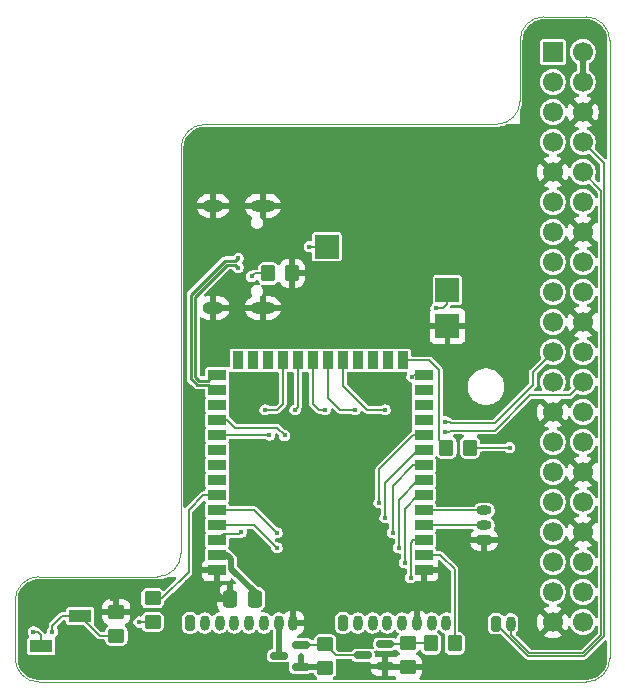
<source format=gbr>
G04 #@! TF.GenerationSoftware,KiCad,Pcbnew,9.0.3*
G04 #@! TF.CreationDate,2026-01-28T23:02:45+01:00*
G04 #@! TF.ProjectId,CM5IO_top,434d3549-4f5f-4746-9f70-2e6b69636164,rev?*
G04 #@! TF.SameCoordinates,Original*
G04 #@! TF.FileFunction,Copper,L2,Bot*
G04 #@! TF.FilePolarity,Positive*
%FSLAX46Y46*%
G04 Gerber Fmt 4.6, Leading zero omitted, Abs format (unit mm)*
G04 Created by KiCad (PCBNEW 9.0.3) date 2026-01-28 23:02:45*
%MOMM*%
%LPD*%
G01*
G04 APERTURE LIST*
G04 Aperture macros list*
%AMRoundRect*
0 Rectangle with rounded corners*
0 $1 Rounding radius*
0 $2 $3 $4 $5 $6 $7 $8 $9 X,Y pos of 4 corners*
0 Add a 4 corners polygon primitive as box body*
4,1,4,$2,$3,$4,$5,$6,$7,$8,$9,$2,$3,0*
0 Add four circle primitives for the rounded corners*
1,1,$1+$1,$2,$3*
1,1,$1+$1,$4,$5*
1,1,$1+$1,$6,$7*
1,1,$1+$1,$8,$9*
0 Add four rect primitives between the rounded corners*
20,1,$1+$1,$2,$3,$4,$5,0*
20,1,$1+$1,$4,$5,$6,$7,0*
20,1,$1+$1,$6,$7,$8,$9,0*
20,1,$1+$1,$8,$9,$2,$3,0*%
G04 Aperture macros list end*
G04 #@! TA.AperFunction,HeatsinkPad*
%ADD10O,2.100000X1.000000*%
G04 #@! TD*
G04 #@! TA.AperFunction,HeatsinkPad*
%ADD11O,1.800000X1.000000*%
G04 #@! TD*
G04 #@! TA.AperFunction,ComponentPad*
%ADD12RoundRect,0.200000X0.450000X-0.200000X0.450000X0.200000X-0.450000X0.200000X-0.450000X-0.200000X0*%
G04 #@! TD*
G04 #@! TA.AperFunction,ComponentPad*
%ADD13O,1.300000X0.800000*%
G04 #@! TD*
G04 #@! TA.AperFunction,ComponentPad*
%ADD14RoundRect,0.200000X-0.200000X-0.450000X0.200000X-0.450000X0.200000X0.450000X-0.200000X0.450000X0*%
G04 #@! TD*
G04 #@! TA.AperFunction,ComponentPad*
%ADD15O,0.800000X1.300000*%
G04 #@! TD*
G04 #@! TA.AperFunction,SMDPad,CuDef*
%ADD16RoundRect,0.250000X-0.450000X0.350000X-0.450000X-0.350000X0.450000X-0.350000X0.450000X0.350000X0*%
G04 #@! TD*
G04 #@! TA.AperFunction,SMDPad,CuDef*
%ADD17RoundRect,0.250000X0.350000X0.450000X-0.350000X0.450000X-0.350000X-0.450000X0.350000X-0.450000X0*%
G04 #@! TD*
G04 #@! TA.AperFunction,SMDPad,CuDef*
%ADD18R,2.000000X2.000000*%
G04 #@! TD*
G04 #@! TA.AperFunction,SMDPad,CuDef*
%ADD19R,1.900000X1.000000*%
G04 #@! TD*
G04 #@! TA.AperFunction,ComponentPad*
%ADD20R,1.700000X1.700000*%
G04 #@! TD*
G04 #@! TA.AperFunction,ComponentPad*
%ADD21C,1.700000*%
G04 #@! TD*
G04 #@! TA.AperFunction,SMDPad,CuDef*
%ADD22RoundRect,0.250000X0.450000X-0.350000X0.450000X0.350000X-0.450000X0.350000X-0.450000X-0.350000X0*%
G04 #@! TD*
G04 #@! TA.AperFunction,SMDPad,CuDef*
%ADD23R,1.500000X0.900000*%
G04 #@! TD*
G04 #@! TA.AperFunction,SMDPad,CuDef*
%ADD24R,0.900000X1.500000*%
G04 #@! TD*
G04 #@! TA.AperFunction,HeatsinkPad*
%ADD25C,0.600000*%
G04 #@! TD*
G04 #@! TA.AperFunction,HeatsinkPad*
%ADD26R,3.900000X3.900000*%
G04 #@! TD*
G04 #@! TA.AperFunction,SMDPad,CuDef*
%ADD27RoundRect,0.250000X-0.337500X-0.475000X0.337500X-0.475000X0.337500X0.475000X-0.337500X0.475000X0*%
G04 #@! TD*
G04 #@! TA.AperFunction,SMDPad,CuDef*
%ADD28RoundRect,0.150000X0.587500X0.150000X-0.587500X0.150000X-0.587500X-0.150000X0.587500X-0.150000X0*%
G04 #@! TD*
G04 #@! TA.AperFunction,SMDPad,CuDef*
%ADD29RoundRect,0.250000X-0.350000X-0.450000X0.350000X-0.450000X0.350000X0.450000X-0.350000X0.450000X0*%
G04 #@! TD*
G04 #@! TA.AperFunction,ViaPad*
%ADD30C,0.450000*%
G04 #@! TD*
G04 #@! TA.AperFunction,Conductor*
%ADD31C,0.130000*%
G04 #@! TD*
G04 #@! TA.AperFunction,Conductor*
%ADD32C,0.500000*%
G04 #@! TD*
G04 #@! TA.AperFunction,Conductor*
%ADD33C,0.247700*%
G04 #@! TD*
G04 #@! TA.AperFunction,Conductor*
%ADD34C,0.150000*%
G04 #@! TD*
G04 #@! TA.AperFunction,Profile*
%ADD35C,0.050000*%
G04 #@! TD*
G04 APERTURE END LIST*
D10*
X176594400Y-106190200D03*
D11*
X172414400Y-106190200D03*
D10*
X176594400Y-114830200D03*
D11*
X172414400Y-114830200D03*
D12*
X195333400Y-134473200D03*
D13*
X195333400Y-133223200D03*
X195333400Y-131973200D03*
D14*
X196346400Y-141576200D03*
D15*
X197596400Y-141576200D03*
D14*
X170441400Y-141498200D03*
D15*
X171691400Y-141498200D03*
X172941400Y-141498200D03*
X174191400Y-141498200D03*
X175441400Y-141498200D03*
X176691400Y-141498200D03*
X177941400Y-141498200D03*
X179191400Y-141498200D03*
D14*
X183395400Y-141498200D03*
D15*
X184645400Y-141498200D03*
X185895400Y-141498200D03*
X187145400Y-141498200D03*
X188395400Y-141498200D03*
X189645400Y-141498200D03*
X190895400Y-141498200D03*
X192145400Y-141498200D03*
D16*
X167266400Y-139428500D03*
X167266400Y-141428500D03*
D17*
X192844200Y-143241400D03*
X190844200Y-143241400D03*
D18*
X192234600Y-116352200D03*
D16*
X188890700Y-143241400D03*
X188890700Y-145241400D03*
D19*
X157844000Y-143454000D03*
X161144000Y-140914000D03*
D20*
X201150000Y-93162000D03*
D21*
X203690000Y-93162000D03*
X201150000Y-95702000D03*
X203690000Y-95702000D03*
X201150000Y-98242000D03*
X203690000Y-98242000D03*
X201150000Y-100782000D03*
X203690000Y-100782000D03*
X201150000Y-103322000D03*
X203690000Y-103322000D03*
X201150000Y-105862000D03*
X203690000Y-105862000D03*
X201150000Y-108402000D03*
X203690000Y-108402000D03*
X201150000Y-110942000D03*
X203690000Y-110942000D03*
X201150000Y-113482000D03*
X203690000Y-113482000D03*
X201150000Y-116022000D03*
X203690000Y-116022000D03*
X201150000Y-118562000D03*
X203690000Y-118562000D03*
X201150000Y-121102000D03*
X203690000Y-121102000D03*
X201150000Y-123642000D03*
X203690000Y-123642000D03*
X201150000Y-126182000D03*
X203690000Y-126182000D03*
X201150000Y-128722000D03*
X203690000Y-128722000D03*
X201150000Y-131262000D03*
X203690000Y-131262000D03*
X201150000Y-133802000D03*
X203690000Y-133802000D03*
X201150000Y-136342000D03*
X203690000Y-136342000D03*
X201150000Y-138882000D03*
X203690000Y-138882000D03*
X201150000Y-141422000D03*
X203690000Y-141422000D03*
D17*
X179061400Y-111907200D03*
X177061400Y-111907200D03*
D22*
X181871400Y-145292200D03*
X181871400Y-143292200D03*
D23*
X172723794Y-137029200D03*
X172723794Y-135759200D03*
X172723794Y-134489200D03*
X172723794Y-133219200D03*
X172723794Y-131949200D03*
X172723794Y-130679200D03*
X172723794Y-129409200D03*
X172723794Y-128139200D03*
X172723794Y-126869200D03*
X172723794Y-125599200D03*
X172723794Y-124329200D03*
X172723794Y-123059200D03*
X172723794Y-121789200D03*
X172723794Y-120519200D03*
D24*
X174488794Y-119269200D03*
X175758794Y-119269200D03*
X177028794Y-119269200D03*
X178298794Y-119269200D03*
X179568794Y-119269200D03*
X180838794Y-119269200D03*
X182108794Y-119269200D03*
X183378794Y-119269200D03*
X184648794Y-119269200D03*
X185918794Y-119269200D03*
X187188794Y-119269200D03*
X188458794Y-119269200D03*
D23*
X190223794Y-120519200D03*
X190223794Y-121789200D03*
X190223794Y-123059200D03*
X190223794Y-124329200D03*
X190223794Y-125599200D03*
X190223794Y-126869200D03*
X190223794Y-128139200D03*
X190223794Y-129409200D03*
X190223794Y-130679200D03*
X190223794Y-131949200D03*
X190223794Y-133219200D03*
X190223794Y-134489200D03*
X190223794Y-135759200D03*
X190223794Y-137029200D03*
D25*
X178573794Y-128609200D03*
X178573794Y-130009200D03*
X179273794Y-127909200D03*
X179273794Y-129309200D03*
X179273794Y-130709200D03*
X179973794Y-128609200D03*
D26*
X179973794Y-129309200D03*
D25*
X179973794Y-130009200D03*
X180673794Y-127909200D03*
X180673794Y-129309200D03*
X180673794Y-130709200D03*
X181373794Y-128609200D03*
X181373794Y-130009200D03*
D27*
X173848900Y-139466200D03*
X175923900Y-139466200D03*
D28*
X179816400Y-143342200D03*
X179816400Y-145242200D03*
X177941400Y-144292200D03*
D22*
X164193000Y-142583800D03*
X164193000Y-140583800D03*
D28*
X186955700Y-143291400D03*
X186955700Y-145191400D03*
X185080700Y-144241400D03*
D18*
X192232400Y-113321200D03*
X182023800Y-109646600D03*
D29*
X192149000Y-126664600D03*
X194149000Y-126664600D03*
D30*
X195206400Y-124099200D03*
X195206400Y-125877200D03*
X199397400Y-122829200D03*
X198889400Y-121051200D03*
X203461400Y-144800200D03*
X199524400Y-144800200D03*
X199524400Y-143530200D03*
X203461400Y-143530200D03*
X179077400Y-102636200D03*
X180449000Y-124023000D03*
X190223794Y-138450200D03*
X174048200Y-120619400D03*
X183903400Y-143276200D03*
X197924200Y-108071800D03*
X171330400Y-130068200D03*
X165996400Y-142260200D03*
X162719800Y-138551800D03*
X159722600Y-145765400D03*
X173692600Y-101213800D03*
X173489400Y-119451000D03*
X174048200Y-127985400D03*
X191523400Y-111272200D03*
X159722600Y-143682600D03*
X183903400Y-111221400D03*
X192183800Y-123591200D03*
X183395400Y-108173400D03*
X163837400Y-139466200D03*
X189491400Y-118485800D03*
X188881800Y-103449000D03*
X162923000Y-140583800D03*
X191167800Y-118435000D03*
X179191400Y-139009000D03*
X181414200Y-114218600D03*
X172727400Y-139009000D03*
X189745400Y-108071800D03*
X171330400Y-131719200D03*
X192336200Y-108427400D03*
X185764200Y-145191400D03*
X199397400Y-108071800D03*
X189643800Y-111272200D03*
X168663400Y-137942200D03*
X188881800Y-124277000D03*
X182785800Y-115488600D03*
X188272200Y-108071800D03*
X190304200Y-104668200D03*
X176943800Y-104312600D03*
X170187400Y-138069200D03*
X192133000Y-137027800D03*
X181871400Y-111221400D03*
X165818600Y-140583800D03*
X159519400Y-141752200D03*
X174048200Y-134487800D03*
X180449000Y-125597800D03*
X192539400Y-106395400D03*
X190082200Y-145241400D03*
X172371800Y-102280600D03*
X160992600Y-139517000D03*
X190355000Y-103144200D03*
X190710600Y-108427400D03*
X178010600Y-101518600D03*
X174759400Y-133816000D03*
X189237400Y-120670200D03*
X173924794Y-136926200D03*
X180550600Y-109646600D03*
X191269400Y-114879000D03*
X174505400Y-110618200D03*
X174505400Y-111418200D03*
X178442400Y-125623200D03*
X191991400Y-125369200D03*
X192031400Y-124480200D03*
X177148400Y-125599200D03*
X176791400Y-123464200D03*
X179331400Y-123464200D03*
X181871400Y-123464200D03*
X184411400Y-123464200D03*
X186951400Y-123464200D03*
X188094400Y-135148200D03*
X177807400Y-133878200D03*
X188602400Y-136418200D03*
X187586400Y-133878200D03*
X186443400Y-131338200D03*
X177807400Y-135148200D03*
X189110400Y-137688200D03*
X186951400Y-132608200D03*
X157176100Y-142256500D03*
X197492400Y-126664600D03*
X175648400Y-112161200D03*
X158776100Y-142256500D03*
X179816400Y-144292200D03*
X166123400Y-141428500D03*
D31*
X199460900Y-121368700D02*
X199460900Y-120251100D01*
X199460900Y-120251100D02*
X201150000Y-118562000D01*
X196222400Y-124607200D02*
X199460900Y-121368700D01*
X192539400Y-124607200D02*
X196222400Y-124607200D01*
X192412400Y-124480200D02*
X192539400Y-124607200D01*
X192031400Y-124480200D02*
X192412400Y-124480200D01*
D32*
X179191400Y-141498200D02*
X179191400Y-139009000D01*
X190223794Y-138450200D02*
X189645400Y-139028594D01*
X173184600Y-139466200D02*
X172727400Y-139009000D01*
X190223794Y-137029200D02*
X190223794Y-138450200D01*
X173848900Y-139466200D02*
X173184600Y-139466200D01*
X172723794Y-137029200D02*
X172723794Y-139005394D01*
X189645400Y-139028594D02*
X189645400Y-141498200D01*
X172723794Y-139005394D02*
X172727400Y-139009000D01*
D31*
X173216194Y-133996800D02*
X174578600Y-133996800D01*
X172723794Y-134489200D02*
X173216194Y-133996800D01*
X174578600Y-133996800D02*
X174759400Y-133816000D01*
X189237400Y-120670200D02*
X189388400Y-120519200D01*
X189388400Y-120519200D02*
X190223794Y-120519200D01*
D32*
X175923900Y-138925306D02*
X173924794Y-136926200D01*
X173924794Y-136926200D02*
X173924794Y-136128200D01*
X173555794Y-135759200D02*
X172723794Y-135759200D01*
D31*
X182023800Y-109646600D02*
X180550600Y-109646600D01*
D32*
X175923900Y-139466200D02*
X175923900Y-138925306D01*
X173924794Y-136128200D02*
X173555794Y-135759200D01*
D31*
X191269400Y-114879000D02*
X191828200Y-114879000D01*
X192232400Y-114474800D02*
X192232400Y-113321200D01*
X191828200Y-114879000D02*
X192232400Y-114474800D01*
D33*
X171049300Y-121328900D02*
X170520700Y-120800300D01*
X173417037Y-110843499D02*
X174280101Y-110843499D01*
X171963494Y-121328900D02*
X171049300Y-121328900D01*
X172723794Y-121789200D02*
X172423794Y-121789200D01*
X174280101Y-110843499D02*
X174505400Y-110618200D01*
X172423794Y-121789200D02*
X171963494Y-121328900D01*
X170520700Y-113739836D02*
X173417037Y-110843499D01*
X170520700Y-120800300D02*
X170520700Y-113739836D01*
X170870100Y-120655572D02*
X170870100Y-113884564D01*
X174280101Y-111192901D02*
X174505400Y-111418200D01*
X173561763Y-111192901D02*
X174280101Y-111192901D01*
X170870100Y-113884564D02*
X173561763Y-111192901D01*
X171963494Y-120979500D02*
X171194028Y-120979500D01*
X172723794Y-120519200D02*
X172423794Y-120519200D01*
X172423794Y-120519200D02*
X171963494Y-120979500D01*
X171194028Y-120979500D02*
X170870100Y-120655572D01*
D31*
X199246600Y-122218000D02*
X202574000Y-122218000D01*
X178442400Y-125623200D02*
X177807400Y-124988200D01*
X191991400Y-125369200D02*
X192402403Y-125369200D01*
X192402403Y-125369200D02*
X192539400Y-125232203D01*
X172723794Y-124329200D02*
X173592400Y-124329200D01*
X202574000Y-122218000D02*
X203690000Y-121102000D01*
X192539400Y-125232203D02*
X196232397Y-125232203D01*
X173592400Y-124329200D02*
X174251400Y-124988200D01*
X177807400Y-124988200D02*
X174251400Y-124988200D01*
X196232397Y-125232203D02*
X199246600Y-122218000D01*
X177148400Y-125599200D02*
X172723794Y-125599200D01*
X177807400Y-123464200D02*
X178292794Y-122978806D01*
X178292794Y-122978806D02*
X178292794Y-119275200D01*
X178292794Y-119275200D02*
X178298794Y-119269200D01*
X176791400Y-123464200D02*
X177807400Y-123464200D01*
X179562794Y-123232806D02*
X179331400Y-123464200D01*
X179562794Y-120152200D02*
X179562794Y-123232806D01*
X179568794Y-120146200D02*
X179562794Y-120152200D01*
X179568794Y-119269200D02*
X179568794Y-120146200D01*
X180832794Y-119275200D02*
X180838794Y-119269200D01*
X181363400Y-123464200D02*
X180832794Y-122933594D01*
X181871400Y-123464200D02*
X181363400Y-123464200D01*
X180832794Y-122933594D02*
X180832794Y-119275200D01*
X183141400Y-123464200D02*
X182102794Y-122425594D01*
X182102794Y-119275200D02*
X182108794Y-119269200D01*
X182102794Y-122425594D02*
X182102794Y-119275200D01*
X184411400Y-123464200D02*
X183141400Y-123464200D01*
X186951400Y-123464200D02*
X185427400Y-123464200D01*
X183372794Y-121409594D02*
X183372794Y-119275200D01*
X185427400Y-123464200D02*
X183372794Y-121409594D01*
X183372794Y-119275200D02*
X183378794Y-119269200D01*
D34*
X189721921Y-121402200D02*
X190217794Y-121402200D01*
D31*
X188094400Y-135148200D02*
X188094400Y-131076594D01*
X189761794Y-129409200D02*
X190223794Y-129409200D01*
X188094400Y-131076594D02*
X189761794Y-129409200D01*
X177807400Y-133878200D02*
X175878400Y-131949200D01*
X175878400Y-131949200D02*
X172723794Y-131949200D01*
X188602400Y-131838594D02*
X189761794Y-130679200D01*
X189761794Y-130679200D02*
X190223794Y-130679200D01*
X188602400Y-136418200D02*
X188602400Y-131838594D01*
X187586400Y-133878200D02*
X187586400Y-129896594D01*
X189343794Y-128139200D02*
X190223794Y-128139200D01*
X187586400Y-129896594D02*
X189343794Y-128139200D01*
X186443400Y-128499594D02*
X186443400Y-131338200D01*
X189343794Y-125599200D02*
X186443400Y-128499594D01*
X190223794Y-125599200D02*
X189343794Y-125599200D01*
X177807400Y-135148200D02*
X175878400Y-133219200D01*
X175878400Y-133219200D02*
X172723794Y-133219200D01*
X190223794Y-134489200D02*
X189343794Y-134489200D01*
X189110400Y-134722594D02*
X189110400Y-137688200D01*
X189343794Y-134489200D02*
X189110400Y-134722594D01*
X186951400Y-129679594D02*
X186951400Y-132608200D01*
X190223794Y-126869200D02*
X189761794Y-126869200D01*
X189761794Y-126869200D02*
X186951400Y-129679594D01*
D32*
X203690000Y-95702000D02*
X203690000Y-93162000D01*
D31*
X157176100Y-142256500D02*
X157534500Y-142256500D01*
X157839000Y-142561000D02*
X157839000Y-143454000D01*
X157534500Y-142256500D02*
X157839000Y-142561000D01*
X194149000Y-126664600D02*
X197492400Y-126664600D01*
X175902400Y-111907200D02*
X175648400Y-112161200D01*
X177061400Y-111907200D02*
X175902400Y-111907200D01*
X190705794Y-119269200D02*
X188458794Y-119269200D01*
X192149000Y-126664600D02*
X191500400Y-126016000D01*
X191500400Y-126016000D02*
X191500400Y-120063806D01*
X191500400Y-120063806D02*
X190705794Y-119269200D01*
X162818800Y-142583800D02*
X161149000Y-140914000D01*
X164193000Y-142583800D02*
X162818800Y-142583800D01*
X159595600Y-140914000D02*
X158776100Y-141733500D01*
X161149000Y-140914000D02*
X159595600Y-140914000D01*
X158776100Y-141733500D02*
X158776100Y-142256500D01*
X205272400Y-104904400D02*
X203690000Y-103322000D01*
X205272400Y-142514200D02*
X205272400Y-104904400D01*
X199176400Y-144071200D02*
X203715400Y-144071200D01*
X197596400Y-141576200D02*
X197596400Y-142491200D01*
X197596400Y-142491200D02*
X199176400Y-144071200D01*
X203715400Y-144071200D02*
X205272400Y-142514200D01*
X199062402Y-144292200D02*
X196346400Y-141576200D01*
X203690000Y-100782000D02*
X205493400Y-102585400D01*
X205493400Y-102585400D02*
X205493400Y-142605742D01*
X205493400Y-142605742D02*
X203806942Y-144292200D01*
X203806942Y-144292200D02*
X199062402Y-144292200D01*
D32*
X181821400Y-145242200D02*
X181871400Y-145292200D01*
X179816400Y-145242200D02*
X181821400Y-145242200D01*
X179839400Y-145219200D02*
X179816400Y-145196200D01*
X179816400Y-145242200D02*
X179816400Y-144292200D01*
X177941400Y-144292200D02*
X177941400Y-141498200D01*
D31*
X185080700Y-144241400D02*
X182820600Y-144241400D01*
X181821400Y-143342200D02*
X181871400Y-143292200D01*
X179816400Y-143342200D02*
X181821400Y-143342200D01*
X182820600Y-144241400D02*
X181871400Y-143292200D01*
X188890700Y-143241400D02*
X190844200Y-143241400D01*
X186955700Y-143291400D02*
X188840700Y-143291400D01*
X166123400Y-141428500D02*
X167266400Y-141428500D01*
X192844200Y-136977000D02*
X192844200Y-143241400D01*
X191626400Y-135759200D02*
X192844200Y-136977000D01*
X190223794Y-135759200D02*
X191626400Y-135759200D01*
X170314400Y-137180200D02*
X170314400Y-131922400D01*
X167266400Y-139428500D02*
X168066100Y-139428500D01*
X168066100Y-139428500D02*
X170314400Y-137180200D01*
X170314400Y-131922400D02*
X171557600Y-130679200D01*
X171557600Y-130679200D02*
X172723794Y-130679200D01*
X190223794Y-133219200D02*
X195329400Y-133219200D01*
X195329400Y-133219200D02*
X195333400Y-133223200D01*
X190247794Y-131973200D02*
X190223794Y-131949200D01*
X195333400Y-131973200D02*
X190247794Y-131973200D01*
G04 #@! TA.AperFunction,Conductor*
G36*
X171618929Y-131124648D02*
G01*
X171649578Y-131124629D01*
X171653455Y-131127117D01*
X171658050Y-131127446D01*
X171682579Y-131145808D01*
X171708380Y-131162367D01*
X171711801Y-131167684D01*
X171713984Y-131169318D01*
X171716537Y-131175043D01*
X171727479Y-131192047D01*
X171733509Y-131205230D01*
X171737828Y-131226940D01*
X171755622Y-131253571D01*
X171759761Y-131262619D01*
X171769748Y-131331771D01*
X171750103Y-131383089D01*
X171737827Y-131401461D01*
X171737826Y-131401464D01*
X171723294Y-131474521D01*
X171723294Y-132423878D01*
X171737826Y-132496935D01*
X171737827Y-132496938D01*
X171737827Y-132496939D01*
X171737828Y-132496940D01*
X171750102Y-132515309D01*
X171750103Y-132515311D01*
X171770979Y-132581989D01*
X171752493Y-132649369D01*
X171750103Y-132653089D01*
X171737827Y-132671461D01*
X171737826Y-132671464D01*
X171723294Y-132744521D01*
X171723294Y-133693878D01*
X171737826Y-133766935D01*
X171737827Y-133766938D01*
X171750103Y-133785311D01*
X171770979Y-133851989D01*
X171752493Y-133919369D01*
X171750103Y-133923089D01*
X171737827Y-133941461D01*
X171737826Y-133941464D01*
X171723294Y-134014521D01*
X171723294Y-134963878D01*
X171737826Y-135036935D01*
X171737827Y-135036938D01*
X171750103Y-135055311D01*
X171770979Y-135121989D01*
X171752493Y-135189369D01*
X171750103Y-135193089D01*
X171737827Y-135211461D01*
X171737826Y-135211464D01*
X171723294Y-135284521D01*
X171723294Y-136080073D01*
X171703609Y-136147112D01*
X171673606Y-136179339D01*
X171616608Y-136222007D01*
X171616602Y-136222014D01*
X171530443Y-136337106D01*
X171530439Y-136337113D01*
X171480197Y-136471820D01*
X171480195Y-136471827D01*
X171473794Y-136531355D01*
X171473794Y-136779200D01*
X172599794Y-136779200D01*
X172666833Y-136798885D01*
X172712588Y-136851689D01*
X172723794Y-136903200D01*
X172723794Y-137029200D01*
X172849794Y-137029200D01*
X172916833Y-137048885D01*
X172962588Y-137101689D01*
X172973794Y-137153200D01*
X172973794Y-137979200D01*
X173521622Y-137979200D01*
X173521638Y-137979199D01*
X173581166Y-137972798D01*
X173581173Y-137972796D01*
X173715880Y-137922554D01*
X173715887Y-137922550D01*
X173830980Y-137836390D01*
X173872025Y-137781563D01*
X173927959Y-137739692D01*
X173997651Y-137734708D01*
X174058973Y-137768193D01*
X174320299Y-138029519D01*
X174353784Y-138090842D01*
X174348800Y-138160534D01*
X174306928Y-138216467D01*
X174241464Y-138240884D01*
X174232618Y-138241200D01*
X174098900Y-138241200D01*
X174098900Y-139342200D01*
X174079215Y-139409239D01*
X174026411Y-139454994D01*
X173974900Y-139466200D01*
X173848900Y-139466200D01*
X173848900Y-139592200D01*
X173829215Y-139659239D01*
X173776411Y-139704994D01*
X173724900Y-139716200D01*
X172761401Y-139716200D01*
X172761401Y-139991186D01*
X172771894Y-140093897D01*
X172827041Y-140260319D01*
X172827043Y-140260324D01*
X172922875Y-140415691D01*
X172920714Y-140417023D01*
X172942394Y-140470762D01*
X172929353Y-140539404D01*
X172881272Y-140590098D01*
X172843179Y-140604493D01*
X172751661Y-140622697D01*
X172751655Y-140622699D01*
X172633275Y-140671733D01*
X172633266Y-140671738D01*
X172526731Y-140742923D01*
X172526727Y-140742926D01*
X172436126Y-140833527D01*
X172436121Y-140833534D01*
X172419501Y-140858407D01*
X172365888Y-140903212D01*
X172296563Y-140911918D01*
X172233536Y-140881762D01*
X172213299Y-140858407D01*
X172196678Y-140833534D01*
X172196673Y-140833527D01*
X172106072Y-140742926D01*
X172106068Y-140742923D01*
X171999533Y-140671738D01*
X171999524Y-140671733D01*
X171881144Y-140622699D01*
X171881138Y-140622697D01*
X171755471Y-140597700D01*
X171755469Y-140597700D01*
X171627331Y-140597700D01*
X171627329Y-140597700D01*
X171501661Y-140622697D01*
X171501655Y-140622699D01*
X171383275Y-140671733D01*
X171383266Y-140671738D01*
X171276731Y-140742923D01*
X171205590Y-140814064D01*
X171144266Y-140847548D01*
X171074575Y-140842563D01*
X171018641Y-140800692D01*
X171018139Y-140800016D01*
X170981030Y-140749735D01*
X170963550Y-140726050D01*
X170854282Y-140645407D01*
X170854280Y-140645406D01*
X170726100Y-140600553D01*
X170695670Y-140597700D01*
X170695666Y-140597700D01*
X170187134Y-140597700D01*
X170187130Y-140597700D01*
X170156700Y-140600553D01*
X170156698Y-140600553D01*
X170028519Y-140645406D01*
X170028517Y-140645407D01*
X169919250Y-140726050D01*
X169838607Y-140835317D01*
X169838606Y-140835319D01*
X169793753Y-140963498D01*
X169793753Y-140963500D01*
X169790900Y-140993930D01*
X169790900Y-142002469D01*
X169793753Y-142032899D01*
X169793753Y-142032901D01*
X169834265Y-142148674D01*
X169838607Y-142161082D01*
X169919250Y-142270350D01*
X170028518Y-142350993D01*
X170063495Y-142363232D01*
X170156699Y-142395846D01*
X170187130Y-142398700D01*
X170187134Y-142398700D01*
X170695670Y-142398700D01*
X170726099Y-142395846D01*
X170726101Y-142395846D01*
X170797774Y-142370766D01*
X170854282Y-142350993D01*
X170963550Y-142270350D01*
X171018140Y-142196382D01*
X171073786Y-142154133D01*
X171143442Y-142148674D01*
X171204992Y-142181741D01*
X171205590Y-142182336D01*
X171276727Y-142253473D01*
X171276731Y-142253476D01*
X171383266Y-142324661D01*
X171383275Y-142324666D01*
X171410092Y-142335774D01*
X171501656Y-142373701D01*
X171501660Y-142373701D01*
X171501661Y-142373702D01*
X171627328Y-142398700D01*
X171627331Y-142398700D01*
X171755471Y-142398700D01*
X171840015Y-142381882D01*
X171881144Y-142373701D01*
X171999527Y-142324665D01*
X172106069Y-142253476D01*
X172196676Y-142162869D01*
X172212672Y-142138930D01*
X172213298Y-142137993D01*
X172266910Y-142093188D01*
X172336235Y-142084481D01*
X172399263Y-142114635D01*
X172419502Y-142137993D01*
X172436123Y-142162868D01*
X172436126Y-142162872D01*
X172526727Y-142253473D01*
X172526731Y-142253476D01*
X172633266Y-142324661D01*
X172633275Y-142324666D01*
X172660092Y-142335774D01*
X172751656Y-142373701D01*
X172751660Y-142373701D01*
X172751661Y-142373702D01*
X172877328Y-142398700D01*
X172877331Y-142398700D01*
X173005471Y-142398700D01*
X173090015Y-142381882D01*
X173131144Y-142373701D01*
X173249527Y-142324665D01*
X173356069Y-142253476D01*
X173446676Y-142162869D01*
X173462672Y-142138930D01*
X173463298Y-142137993D01*
X173516910Y-142093188D01*
X173586235Y-142084481D01*
X173649263Y-142114635D01*
X173669502Y-142137993D01*
X173686123Y-142162868D01*
X173686126Y-142162872D01*
X173776727Y-142253473D01*
X173776731Y-142253476D01*
X173883266Y-142324661D01*
X173883275Y-142324666D01*
X173910092Y-142335774D01*
X174001656Y-142373701D01*
X174001660Y-142373701D01*
X174001661Y-142373702D01*
X174127328Y-142398700D01*
X174127331Y-142398700D01*
X174255471Y-142398700D01*
X174340015Y-142381882D01*
X174381144Y-142373701D01*
X174499527Y-142324665D01*
X174606069Y-142253476D01*
X174696676Y-142162869D01*
X174712672Y-142138930D01*
X174713298Y-142137993D01*
X174766910Y-142093188D01*
X174836235Y-142084481D01*
X174899263Y-142114635D01*
X174919502Y-142137993D01*
X174936123Y-142162868D01*
X174936126Y-142162872D01*
X175026727Y-142253473D01*
X175026731Y-142253476D01*
X175133266Y-142324661D01*
X175133275Y-142324666D01*
X175160092Y-142335774D01*
X175251656Y-142373701D01*
X175251660Y-142373701D01*
X175251661Y-142373702D01*
X175377328Y-142398700D01*
X175377331Y-142398700D01*
X175505471Y-142398700D01*
X175590015Y-142381882D01*
X175631144Y-142373701D01*
X175749527Y-142324665D01*
X175856069Y-142253476D01*
X175946676Y-142162869D01*
X175962672Y-142138930D01*
X175963298Y-142137993D01*
X176016910Y-142093188D01*
X176086235Y-142084481D01*
X176149263Y-142114635D01*
X176169502Y-142137993D01*
X176186123Y-142162868D01*
X176186126Y-142162872D01*
X176276727Y-142253473D01*
X176276731Y-142253476D01*
X176383266Y-142324661D01*
X176383275Y-142324666D01*
X176410092Y-142335774D01*
X176501656Y-142373701D01*
X176501660Y-142373701D01*
X176501661Y-142373702D01*
X176627328Y-142398700D01*
X176627331Y-142398700D01*
X176755471Y-142398700D01*
X176840015Y-142381882D01*
X176881144Y-142373701D01*
X176999527Y-142324665D01*
X177106069Y-142253476D01*
X177196676Y-142162869D01*
X177212672Y-142138930D01*
X177213298Y-142137993D01*
X177238468Y-142116956D01*
X177262863Y-142095037D01*
X177265139Y-142094667D01*
X177266910Y-142093188D01*
X177299454Y-142089100D01*
X177331830Y-142083848D01*
X177333945Y-142084768D01*
X177336235Y-142084481D01*
X177365834Y-142098642D01*
X177395899Y-142111722D01*
X177397953Y-142114008D01*
X177399263Y-142114635D01*
X177419489Y-142137974D01*
X177419989Y-142138722D01*
X177440880Y-142205396D01*
X177440900Y-142207632D01*
X177440900Y-143617748D01*
X177421215Y-143684787D01*
X177368411Y-143730542D01*
X177326637Y-143741365D01*
X177322393Y-143741699D01*
X177271981Y-143749683D01*
X177228596Y-143756554D01*
X177115558Y-143814150D01*
X177115557Y-143814151D01*
X177115552Y-143814154D01*
X177025854Y-143903852D01*
X177025851Y-143903857D01*
X177025850Y-143903858D01*
X177010629Y-143933731D01*
X176968252Y-144016898D01*
X176953400Y-144110675D01*
X176953400Y-144473717D01*
X176963169Y-144535399D01*
X176968254Y-144567504D01*
X177025850Y-144680542D01*
X177025852Y-144680544D01*
X177025854Y-144680547D01*
X177115552Y-144770245D01*
X177115554Y-144770246D01*
X177115558Y-144770250D01*
X177228594Y-144827845D01*
X177228598Y-144827847D01*
X177322375Y-144842699D01*
X177322381Y-144842700D01*
X178560418Y-144842699D01*
X178654204Y-144827846D01*
X178668173Y-144820728D01*
X178736838Y-144807832D01*
X178801579Y-144834107D01*
X178841837Y-144891212D01*
X178844668Y-144957239D01*
X178844780Y-144957257D01*
X178844693Y-144957805D01*
X178844831Y-144961018D01*
X178843381Y-144966088D01*
X178828400Y-145060675D01*
X178828400Y-145423717D01*
X178833368Y-145455081D01*
X178843254Y-145517504D01*
X178900850Y-145630542D01*
X178900852Y-145630544D01*
X178900854Y-145630547D01*
X178990552Y-145720245D01*
X178990554Y-145720246D01*
X178990558Y-145720250D01*
X179097873Y-145774930D01*
X179103598Y-145777847D01*
X179197375Y-145792699D01*
X179197381Y-145792700D01*
X180435418Y-145792699D01*
X180529204Y-145777846D01*
X180571657Y-145756214D01*
X180584660Y-145753093D01*
X180593017Y-145747723D01*
X180627952Y-145742700D01*
X180838609Y-145742700D01*
X180905648Y-145762385D01*
X180951403Y-145815189D01*
X180954791Y-145823367D01*
X180977602Y-145884528D01*
X180977606Y-145884535D01*
X181042212Y-145970836D01*
X181063854Y-145999746D01*
X181177516Y-146084833D01*
X181219387Y-146140767D01*
X181224371Y-146210459D01*
X181190886Y-146271782D01*
X181129562Y-146305266D01*
X181103205Y-146308100D01*
X157637274Y-146308100D01*
X157629165Y-146307835D01*
X157406429Y-146293237D01*
X157390347Y-146291119D01*
X157175432Y-146248370D01*
X157159765Y-146244172D01*
X156952268Y-146173737D01*
X156937283Y-146167530D01*
X156740737Y-146070605D01*
X156726690Y-146062495D01*
X156544498Y-145940759D01*
X156531629Y-145930885D01*
X156366874Y-145786399D01*
X156355405Y-145774930D01*
X156298285Y-145709798D01*
X156210917Y-145610174D01*
X156201046Y-145597310D01*
X156079303Y-145415109D01*
X156071193Y-145401062D01*
X156065737Y-145390000D01*
X155974265Y-145204511D01*
X155968068Y-145189548D01*
X155897627Y-144982035D01*
X155893433Y-144966384D01*
X155850679Y-144751446D01*
X155848564Y-144735388D01*
X155833974Y-144512778D01*
X155833709Y-144504669D01*
X155833709Y-142929321D01*
X156643500Y-142929321D01*
X156643500Y-143978678D01*
X156658032Y-144051735D01*
X156658033Y-144051739D01*
X156658034Y-144051740D01*
X156713399Y-144134601D01*
X156779875Y-144179018D01*
X156796260Y-144189966D01*
X156796264Y-144189967D01*
X156869321Y-144204499D01*
X156869324Y-144204500D01*
X156869326Y-144204500D01*
X158818676Y-144204500D01*
X158818677Y-144204499D01*
X158891740Y-144189966D01*
X158974601Y-144134601D01*
X159029966Y-144051740D01*
X159044500Y-143978674D01*
X159044500Y-142929326D01*
X159044500Y-142929323D01*
X159044499Y-142929321D01*
X159029967Y-142856264D01*
X159029967Y-142856262D01*
X159029966Y-142856260D01*
X159008400Y-142823984D01*
X158987524Y-142757311D01*
X159006008Y-142689931D01*
X159049505Y-142647709D01*
X159068064Y-142636995D01*
X159156595Y-142548464D01*
X159219195Y-142440036D01*
X159251600Y-142319101D01*
X159251600Y-142193899D01*
X159219195Y-142072964D01*
X159156595Y-141964536D01*
X159156591Y-141964532D01*
X159151649Y-141958091D01*
X159154256Y-141956090D01*
X159128118Y-141908221D01*
X159133102Y-141838529D01*
X159161603Y-141794182D01*
X159689966Y-141265819D01*
X159716893Y-141251115D01*
X159742712Y-141234523D01*
X159748912Y-141233631D01*
X159751289Y-141232334D01*
X159777647Y-141229500D01*
X159819500Y-141229500D01*
X159886539Y-141249185D01*
X159932294Y-141301989D01*
X159943500Y-141353500D01*
X159943500Y-141438678D01*
X159958032Y-141511735D01*
X159958033Y-141511739D01*
X159958034Y-141511740D01*
X160013399Y-141594601D01*
X160057698Y-141624200D01*
X160096260Y-141649966D01*
X160096264Y-141649967D01*
X160169321Y-141664499D01*
X160169324Y-141664500D01*
X160169326Y-141664500D01*
X161401953Y-141664500D01*
X161468992Y-141684185D01*
X161489634Y-141700819D01*
X162625078Y-142836263D01*
X162697021Y-142877799D01*
X162713972Y-142882340D01*
X162713975Y-142882342D01*
X162713976Y-142882342D01*
X162740724Y-142889509D01*
X162777264Y-142899300D01*
X163122261Y-142899300D01*
X163189300Y-142918985D01*
X163235055Y-142971789D01*
X163245551Y-143010046D01*
X163248909Y-143041283D01*
X163299202Y-143176128D01*
X163299206Y-143176135D01*
X163385452Y-143291344D01*
X163385455Y-143291347D01*
X163500664Y-143377593D01*
X163500671Y-143377597D01*
X163635517Y-143427891D01*
X163635516Y-143427891D01*
X163642444Y-143428635D01*
X163695127Y-143434300D01*
X164690872Y-143434299D01*
X164750483Y-143427891D01*
X164885331Y-143377596D01*
X165000546Y-143291346D01*
X165086796Y-143176131D01*
X165137091Y-143041283D01*
X165143500Y-142981673D01*
X165143499Y-142185928D01*
X165137091Y-142126317D01*
X165133032Y-142115435D01*
X165086797Y-141991471D01*
X165086793Y-141991464D01*
X165000547Y-141876255D01*
X165000214Y-141876006D01*
X164939157Y-141830298D01*
X164897287Y-141774364D01*
X164892303Y-141704672D01*
X164925789Y-141643350D01*
X164956090Y-141622135D01*
X164955975Y-141621949D01*
X164959189Y-141619966D01*
X164961081Y-141618642D01*
X164962126Y-141618154D01*
X165111345Y-141526115D01*
X165235315Y-141402145D01*
X165257672Y-141365899D01*
X165647900Y-141365899D01*
X165647900Y-141491101D01*
X165680305Y-141612036D01*
X165742905Y-141720464D01*
X165831436Y-141808995D01*
X165939864Y-141871595D01*
X166060799Y-141904000D01*
X166060801Y-141904000D01*
X166185999Y-141904000D01*
X166186001Y-141904000D01*
X166207149Y-141898333D01*
X166276995Y-141899994D01*
X166334859Y-141939154D01*
X166355425Y-141974773D01*
X166372603Y-142020830D01*
X166372606Y-142020835D01*
X166458852Y-142136044D01*
X166458855Y-142136047D01*
X166574064Y-142222293D01*
X166574071Y-142222297D01*
X166708917Y-142272591D01*
X166708916Y-142272591D01*
X166715844Y-142273335D01*
X166768527Y-142279000D01*
X167764272Y-142278999D01*
X167823883Y-142272591D01*
X167958731Y-142222296D01*
X168073946Y-142136046D01*
X168160196Y-142020831D01*
X168210491Y-141885983D01*
X168216900Y-141826373D01*
X168216899Y-141030628D01*
X168210491Y-140971017D01*
X168207687Y-140963500D01*
X168160197Y-140836171D01*
X168160193Y-140836164D01*
X168073947Y-140720955D01*
X168073944Y-140720952D01*
X167958735Y-140634706D01*
X167958728Y-140634702D01*
X167823882Y-140584408D01*
X167823883Y-140584408D01*
X167764283Y-140578001D01*
X167764281Y-140578000D01*
X167764273Y-140578000D01*
X167764264Y-140578000D01*
X166768529Y-140578000D01*
X166768523Y-140578001D01*
X166708916Y-140584408D01*
X166574071Y-140634702D01*
X166574064Y-140634706D01*
X166458855Y-140720952D01*
X166458852Y-140720955D01*
X166372606Y-140836164D01*
X166372601Y-140836173D01*
X166355424Y-140882227D01*
X166313553Y-140938160D01*
X166248088Y-140962576D01*
X166207150Y-140958667D01*
X166186001Y-140953000D01*
X166060799Y-140953000D01*
X165993564Y-140971016D01*
X165939863Y-140985405D01*
X165831437Y-141048004D01*
X165831434Y-141048006D01*
X165742906Y-141136534D01*
X165742904Y-141136537D01*
X165680305Y-141244963D01*
X165667522Y-141292671D01*
X165647900Y-141365899D01*
X165257672Y-141365899D01*
X165302838Y-141292674D01*
X165302840Y-141292671D01*
X165327353Y-141252930D01*
X165327358Y-141252919D01*
X165382505Y-141086497D01*
X165382506Y-141086490D01*
X165392999Y-140983786D01*
X165393000Y-140983773D01*
X165393000Y-140833800D01*
X162993001Y-140833800D01*
X162993001Y-140983786D01*
X163003494Y-141086497D01*
X163058641Y-141252919D01*
X163058643Y-141252924D01*
X163150684Y-141402145D01*
X163274654Y-141526115D01*
X163423877Y-141618156D01*
X163424924Y-141618645D01*
X163425522Y-141619171D01*
X163430025Y-141621949D01*
X163429550Y-141622717D01*
X163477368Y-141664812D01*
X163496526Y-141732004D01*
X163476317Y-141798887D01*
X163446842Y-141830298D01*
X163385452Y-141876255D01*
X163299206Y-141991464D01*
X163299202Y-141991471D01*
X163248908Y-142126316D01*
X163245550Y-142157556D01*
X163244672Y-142159674D01*
X163244999Y-142161947D01*
X163231365Y-142191799D01*
X163218812Y-142222107D01*
X163216927Y-142223415D01*
X163215974Y-142225503D01*
X163188370Y-142243242D01*
X163161419Y-142261955D01*
X163158522Y-142262424D01*
X163157196Y-142263277D01*
X163122261Y-142268300D01*
X163000847Y-142268300D01*
X162933808Y-142248615D01*
X162913166Y-142231981D01*
X162347033Y-141665848D01*
X162313548Y-141604525D01*
X162318532Y-141534833D01*
X162328330Y-141515688D01*
X162329963Y-141511744D01*
X162329966Y-141511740D01*
X162344500Y-141438674D01*
X162344500Y-140389326D01*
X162344500Y-140389323D01*
X162344499Y-140389321D01*
X162329967Y-140316264D01*
X162329966Y-140316260D01*
X162297306Y-140267380D01*
X162274601Y-140233399D01*
X162212384Y-140191827D01*
X162200390Y-140183813D01*
X162993000Y-140183813D01*
X162993000Y-140333800D01*
X163943000Y-140333800D01*
X164443000Y-140333800D01*
X165392999Y-140333800D01*
X165392999Y-140183828D01*
X165392998Y-140183813D01*
X165382505Y-140081102D01*
X165327358Y-139914680D01*
X165327356Y-139914675D01*
X165235315Y-139765454D01*
X165111345Y-139641484D01*
X164962124Y-139549443D01*
X164962119Y-139549441D01*
X164795697Y-139494294D01*
X164795690Y-139494293D01*
X164692986Y-139483800D01*
X164443000Y-139483800D01*
X164443000Y-140333800D01*
X163943000Y-140333800D01*
X163943000Y-139483800D01*
X163693029Y-139483800D01*
X163693012Y-139483801D01*
X163590302Y-139494294D01*
X163423880Y-139549441D01*
X163423875Y-139549443D01*
X163274654Y-139641484D01*
X163150684Y-139765454D01*
X163058643Y-139914675D01*
X163058641Y-139914680D01*
X163003494Y-140081102D01*
X163003493Y-140081109D01*
X162993000Y-140183813D01*
X162200390Y-140183813D01*
X162191739Y-140178033D01*
X162191735Y-140178032D01*
X162118677Y-140163500D01*
X162118674Y-140163500D01*
X160169326Y-140163500D01*
X160169323Y-140163500D01*
X160096264Y-140178032D01*
X160096260Y-140178033D01*
X160013399Y-140233399D01*
X159958033Y-140316260D01*
X159958032Y-140316264D01*
X159943500Y-140389321D01*
X159943500Y-140474500D01*
X159923815Y-140541539D01*
X159871011Y-140587294D01*
X159819500Y-140598500D01*
X159554062Y-140598500D01*
X159490779Y-140615455D01*
X159490780Y-140615456D01*
X159473824Y-140619999D01*
X159473817Y-140620002D01*
X159401881Y-140661534D01*
X159401876Y-140661538D01*
X158523638Y-141539776D01*
X158523634Y-141539781D01*
X158482100Y-141611720D01*
X158480105Y-141619171D01*
X158479288Y-141622221D01*
X158462685Y-141684185D01*
X158460600Y-141691965D01*
X158460600Y-141848179D01*
X158440915Y-141915218D01*
X158424281Y-141935860D01*
X158395606Y-141964534D01*
X158395604Y-141964537D01*
X158333005Y-142072963D01*
X158322840Y-142110899D01*
X158303329Y-142183717D01*
X158300600Y-142193900D01*
X158300600Y-142277053D01*
X158280915Y-142344092D01*
X158228111Y-142389847D01*
X158158953Y-142399791D01*
X158095397Y-142370766D01*
X158088919Y-142364734D01*
X157728223Y-142004038D01*
X157728222Y-142004037D01*
X157656279Y-141962501D01*
X157656277Y-141962500D01*
X157639318Y-141957956D01*
X157639318Y-141957955D01*
X157576038Y-141941000D01*
X157568272Y-141939978D01*
X157504376Y-141911710D01*
X157496779Y-141904720D01*
X157468065Y-141876006D01*
X157468064Y-141876005D01*
X157359636Y-141813405D01*
X157359637Y-141813405D01*
X157305455Y-141798887D01*
X157238701Y-141781000D01*
X157113499Y-141781000D01*
X157046745Y-141798887D01*
X156992563Y-141813405D01*
X156884137Y-141876004D01*
X156884134Y-141876006D01*
X156795606Y-141964534D01*
X156795604Y-141964537D01*
X156733005Y-142072963D01*
X156722840Y-142110899D01*
X156700600Y-142193899D01*
X156700600Y-142319101D01*
X156733005Y-142440036D01*
X156795605Y-142548464D01*
X156795606Y-142548465D01*
X156800551Y-142554909D01*
X156797969Y-142556890D01*
X156824162Y-142604859D01*
X156819178Y-142674551D01*
X156777306Y-142730484D01*
X156771887Y-142734319D01*
X156713399Y-142773398D01*
X156658033Y-142856260D01*
X156658032Y-142856264D01*
X156643500Y-142929321D01*
X155833709Y-142929321D01*
X155833709Y-142056327D01*
X155833709Y-139592534D01*
X155833975Y-139584455D01*
X155848574Y-139361722D01*
X155850689Y-139345652D01*
X155893444Y-139130712D01*
X155897633Y-139115077D01*
X155968079Y-138907548D01*
X155974278Y-138892582D01*
X156071205Y-138696035D01*
X156079309Y-138682000D01*
X156201063Y-138499782D01*
X156210920Y-138486937D01*
X156355418Y-138322169D01*
X156366876Y-138310711D01*
X156531639Y-138166218D01*
X156544491Y-138156356D01*
X156726710Y-138034602D01*
X156740745Y-138026500D01*
X156937289Y-137929575D01*
X156952250Y-137923378D01*
X157159774Y-137852934D01*
X157175436Y-137848739D01*
X157390355Y-137805990D01*
X157406428Y-137803873D01*
X157629321Y-137789264D01*
X157637424Y-137789000D01*
X167812508Y-137789000D01*
X167852439Y-137784151D01*
X168076776Y-137756912D01*
X168335252Y-137693203D01*
X168584164Y-137598803D01*
X168584167Y-137598801D01*
X168587667Y-137597474D01*
X168587982Y-137598305D01*
X168633674Y-137588500D01*
X169160553Y-137588500D01*
X169227592Y-137608185D01*
X169273347Y-137660989D01*
X169283291Y-137730147D01*
X169254266Y-137793703D01*
X169248239Y-137800175D01*
X169005828Y-138042586D01*
X168283667Y-138764746D01*
X168222344Y-138798231D01*
X168152652Y-138793247D01*
X168096721Y-138751377D01*
X168073946Y-138720954D01*
X168073944Y-138720952D01*
X168073943Y-138720951D01*
X167958735Y-138634706D01*
X167958728Y-138634702D01*
X167823882Y-138584408D01*
X167823883Y-138584408D01*
X167764283Y-138578001D01*
X167764281Y-138578000D01*
X167764273Y-138578000D01*
X167764264Y-138578000D01*
X166768529Y-138578000D01*
X166768523Y-138578001D01*
X166708916Y-138584408D01*
X166574071Y-138634702D01*
X166574064Y-138634706D01*
X166458855Y-138720952D01*
X166458852Y-138720955D01*
X166372606Y-138836164D01*
X166372602Y-138836171D01*
X166322308Y-138971017D01*
X166315901Y-139030616D01*
X166315900Y-139030635D01*
X166315900Y-139826370D01*
X166315901Y-139826376D01*
X166322308Y-139885983D01*
X166372602Y-140020828D01*
X166372606Y-140020835D01*
X166458852Y-140136044D01*
X166458855Y-140136047D01*
X166574064Y-140222293D01*
X166574071Y-140222297D01*
X166708917Y-140272591D01*
X166708916Y-140272591D01*
X166715844Y-140273335D01*
X166768527Y-140279000D01*
X167764272Y-140278999D01*
X167823883Y-140272591D01*
X167958731Y-140222296D01*
X168073946Y-140136046D01*
X168160196Y-140020831D01*
X168210491Y-139885983D01*
X168216900Y-139826373D01*
X168216899Y-139775049D01*
X168236582Y-139708011D01*
X168255174Y-139687810D01*
X168254075Y-139686711D01*
X168999572Y-138941213D01*
X172761400Y-138941213D01*
X172761400Y-139216200D01*
X173598900Y-139216200D01*
X173598900Y-138241200D01*
X173461427Y-138241200D01*
X173461412Y-138241201D01*
X173358702Y-138251694D01*
X173192280Y-138306841D01*
X173192275Y-138306843D01*
X173043054Y-138398884D01*
X172919084Y-138522854D01*
X172827043Y-138672075D01*
X172827041Y-138672080D01*
X172771894Y-138838502D01*
X172771893Y-138838509D01*
X172761400Y-138941213D01*
X168999572Y-138941213D01*
X169090402Y-138850383D01*
X170189985Y-137750799D01*
X170413740Y-137527044D01*
X171473794Y-137527044D01*
X171480195Y-137586572D01*
X171480197Y-137586579D01*
X171530439Y-137721286D01*
X171530443Y-137721293D01*
X171616603Y-137836387D01*
X171616606Y-137836390D01*
X171731700Y-137922550D01*
X171731707Y-137922554D01*
X171866414Y-137972796D01*
X171866421Y-137972798D01*
X171925949Y-137979199D01*
X171925966Y-137979200D01*
X172473794Y-137979200D01*
X172473794Y-137279200D01*
X171473794Y-137279200D01*
X171473794Y-137527044D01*
X170413740Y-137527044D01*
X170566862Y-137373922D01*
X170590843Y-137332385D01*
X170608399Y-137301978D01*
X170629900Y-137221736D01*
X170629900Y-132104446D01*
X170649585Y-132037407D01*
X170666219Y-132016765D01*
X171087184Y-131595800D01*
X171527038Y-131155945D01*
X171553932Y-131141260D01*
X171579708Y-131124673D01*
X171584315Y-131124670D01*
X171588359Y-131122462D01*
X171618929Y-131124648D01*
G37*
G04 #@! TD.AperFunction*
G04 #@! TA.AperFunction,Conductor*
G36*
X200410731Y-122553185D02*
G01*
X200431373Y-122569819D01*
X201020591Y-123159037D01*
X200957007Y-123176075D01*
X200842993Y-123241901D01*
X200749901Y-123334993D01*
X200684075Y-123449007D01*
X200667037Y-123512591D01*
X200034728Y-122880282D01*
X200034727Y-122880282D01*
X199995380Y-122934439D01*
X199898904Y-123123782D01*
X199833242Y-123325869D01*
X199833242Y-123325872D01*
X199800000Y-123535753D01*
X199800000Y-123748246D01*
X199833242Y-123958127D01*
X199833242Y-123958130D01*
X199898904Y-124160217D01*
X199995375Y-124349550D01*
X200034728Y-124403716D01*
X200667037Y-123771408D01*
X200684075Y-123834993D01*
X200749901Y-123949007D01*
X200842993Y-124042099D01*
X200957007Y-124107925D01*
X201020590Y-124124962D01*
X200388282Y-124757269D01*
X200388282Y-124757270D01*
X200442449Y-124796624D01*
X200631784Y-124893096D01*
X200730711Y-124925239D01*
X200788387Y-124964676D01*
X200815586Y-125029034D01*
X200803672Y-125097881D01*
X200756428Y-125149357D01*
X200730722Y-125161097D01*
X200729522Y-125161487D01*
X200727550Y-125162128D01*
X200573211Y-125240768D01*
X200527831Y-125273739D01*
X200433072Y-125342586D01*
X200433070Y-125342588D01*
X200433069Y-125342588D01*
X200310588Y-125465069D01*
X200310588Y-125465070D01*
X200310586Y-125465072D01*
X200296352Y-125484664D01*
X200208768Y-125605211D01*
X200130128Y-125759552D01*
X200076597Y-125924302D01*
X200049500Y-126095389D01*
X200049500Y-126268610D01*
X200069442Y-126394523D01*
X200076598Y-126439701D01*
X200130127Y-126604445D01*
X200208768Y-126758788D01*
X200310586Y-126898928D01*
X200433072Y-127021414D01*
X200573212Y-127123232D01*
X200727555Y-127201873D01*
X200892299Y-127255402D01*
X201063389Y-127282500D01*
X201063390Y-127282500D01*
X201236610Y-127282500D01*
X201236611Y-127282500D01*
X201407701Y-127255402D01*
X201572445Y-127201873D01*
X201726788Y-127123232D01*
X201866928Y-127021414D01*
X201989414Y-126898928D01*
X202091232Y-126758788D01*
X202169873Y-126604445D01*
X202223402Y-126439701D01*
X202250500Y-126268611D01*
X202250500Y-126095389D01*
X202223402Y-125924299D01*
X202169873Y-125759555D01*
X202091232Y-125605212D01*
X201989414Y-125465072D01*
X201866928Y-125342586D01*
X201726788Y-125240768D01*
X201711289Y-125232871D01*
X201572446Y-125162127D01*
X201569284Y-125161100D01*
X201568236Y-125160383D01*
X201567952Y-125160266D01*
X201567976Y-125160206D01*
X201511609Y-125121661D01*
X201484413Y-125057302D01*
X201496329Y-124988456D01*
X201543574Y-124936981D01*
X201569288Y-124925239D01*
X201668215Y-124893096D01*
X201857554Y-124796622D01*
X201911716Y-124757270D01*
X201911717Y-124757270D01*
X201279408Y-124124962D01*
X201342993Y-124107925D01*
X201457007Y-124042099D01*
X201550099Y-123949007D01*
X201615925Y-123834993D01*
X201632962Y-123771408D01*
X202265270Y-124403717D01*
X202265270Y-124403716D01*
X202304622Y-124349554D01*
X202401096Y-124160215D01*
X202433239Y-124061288D01*
X202472676Y-124003612D01*
X202537034Y-123976413D01*
X202605880Y-123988327D01*
X202657357Y-124035571D01*
X202669100Y-124061284D01*
X202670127Y-124064446D01*
X202709643Y-124142000D01*
X202748768Y-124218788D01*
X202850586Y-124358928D01*
X202973072Y-124481414D01*
X203113212Y-124583232D01*
X203267555Y-124661873D01*
X203432299Y-124715402D01*
X203603389Y-124742500D01*
X203603390Y-124742500D01*
X203776610Y-124742500D01*
X203776611Y-124742500D01*
X203947701Y-124715402D01*
X204112445Y-124661873D01*
X204266788Y-124583232D01*
X204406928Y-124481414D01*
X204529414Y-124358928D01*
X204631232Y-124218788D01*
X204709873Y-124064445D01*
X204714969Y-124048758D01*
X204754406Y-123991085D01*
X204818765Y-123963886D01*
X204887611Y-123975800D01*
X204939087Y-124023045D01*
X204956900Y-124087078D01*
X204956900Y-125736921D01*
X204937215Y-125803960D01*
X204884411Y-125849715D01*
X204815253Y-125859659D01*
X204751697Y-125830634D01*
X204714970Y-125775243D01*
X204709873Y-125759555D01*
X204631232Y-125605212D01*
X204529414Y-125465072D01*
X204406928Y-125342586D01*
X204266788Y-125240768D01*
X204112445Y-125162127D01*
X203947701Y-125108598D01*
X203947699Y-125108597D01*
X203947698Y-125108597D01*
X203816271Y-125087781D01*
X203776611Y-125081500D01*
X203603389Y-125081500D01*
X203563728Y-125087781D01*
X203432302Y-125108597D01*
X203432299Y-125108598D01*
X203272923Y-125160383D01*
X203267552Y-125162128D01*
X203113211Y-125240768D01*
X203067831Y-125273739D01*
X202973072Y-125342586D01*
X202973070Y-125342588D01*
X202973069Y-125342588D01*
X202850588Y-125465069D01*
X202850588Y-125465070D01*
X202850586Y-125465072D01*
X202836352Y-125484664D01*
X202748768Y-125605211D01*
X202670128Y-125759552D01*
X202616597Y-125924302D01*
X202589500Y-126095389D01*
X202589500Y-126268610D01*
X202609442Y-126394523D01*
X202616598Y-126439701D01*
X202670127Y-126604445D01*
X202748768Y-126758788D01*
X202850586Y-126898928D01*
X202973072Y-127021414D01*
X203113212Y-127123232D01*
X203267555Y-127201873D01*
X203270708Y-127202897D01*
X203271752Y-127203611D01*
X203272048Y-127203734D01*
X203272022Y-127203795D01*
X203328383Y-127242330D01*
X203355585Y-127306688D01*
X203343674Y-127375535D01*
X203296433Y-127427013D01*
X203270712Y-127438760D01*
X203171783Y-127470904D01*
X202982439Y-127567380D01*
X202928282Y-127606727D01*
X202928282Y-127606728D01*
X203560591Y-128239037D01*
X203497007Y-128256075D01*
X203382993Y-128321901D01*
X203289901Y-128414993D01*
X203224075Y-128529007D01*
X203207037Y-128592591D01*
X202574728Y-127960282D01*
X202574727Y-127960282D01*
X202535380Y-128014439D01*
X202438904Y-128203783D01*
X202406760Y-128302712D01*
X202367322Y-128360388D01*
X202302964Y-128387586D01*
X202234117Y-128375671D01*
X202182642Y-128328427D01*
X202170898Y-128302712D01*
X202169873Y-128299555D01*
X202091232Y-128145212D01*
X201989414Y-128005072D01*
X201866928Y-127882586D01*
X201726788Y-127780768D01*
X201572445Y-127702127D01*
X201407701Y-127648598D01*
X201407699Y-127648597D01*
X201407698Y-127648597D01*
X201276271Y-127627781D01*
X201236611Y-127621500D01*
X201063389Y-127621500D01*
X201023728Y-127627781D01*
X200892302Y-127648597D01*
X200727552Y-127702128D01*
X200573211Y-127780768D01*
X200494339Y-127838073D01*
X200433072Y-127882586D01*
X200433070Y-127882588D01*
X200433069Y-127882588D01*
X200310588Y-128005069D01*
X200310588Y-128005070D01*
X200310586Y-128005072D01*
X200266859Y-128065256D01*
X200208768Y-128145211D01*
X200130128Y-128299552D01*
X200130127Y-128299554D01*
X200130127Y-128299555D01*
X200122866Y-128321901D01*
X200076597Y-128464302D01*
X200049500Y-128635389D01*
X200049500Y-128808610D01*
X200069442Y-128934523D01*
X200076598Y-128979701D01*
X200130127Y-129144445D01*
X200208768Y-129298788D01*
X200310586Y-129438928D01*
X200433072Y-129561414D01*
X200573212Y-129663232D01*
X200727555Y-129741873D01*
X200892299Y-129795402D01*
X201063389Y-129822500D01*
X201063390Y-129822500D01*
X201236610Y-129822500D01*
X201236611Y-129822500D01*
X201407701Y-129795402D01*
X201572445Y-129741873D01*
X201726788Y-129663232D01*
X201866928Y-129561414D01*
X201989414Y-129438928D01*
X202091232Y-129298788D01*
X202169873Y-129144445D01*
X202170896Y-129141294D01*
X202171610Y-129140250D01*
X202171734Y-129139952D01*
X202171796Y-129139977D01*
X202210327Y-129083618D01*
X202274683Y-129056415D01*
X202343530Y-129068323D01*
X202395011Y-129115562D01*
X202406760Y-129141287D01*
X202438904Y-129240217D01*
X202535375Y-129429550D01*
X202574728Y-129483716D01*
X203207037Y-128851408D01*
X203224075Y-128914993D01*
X203289901Y-129029007D01*
X203382993Y-129122099D01*
X203497007Y-129187925D01*
X203560590Y-129204962D01*
X202928282Y-129837269D01*
X202928282Y-129837270D01*
X202982449Y-129876624D01*
X203171784Y-129973096D01*
X203270711Y-130005239D01*
X203328387Y-130044676D01*
X203355586Y-130109034D01*
X203343672Y-130177881D01*
X203296428Y-130229357D01*
X203270722Y-130241097D01*
X203269522Y-130241487D01*
X203267550Y-130242128D01*
X203113211Y-130320768D01*
X203057163Y-130361490D01*
X202973072Y-130422586D01*
X202973070Y-130422588D01*
X202973069Y-130422588D01*
X202850588Y-130545069D01*
X202850588Y-130545070D01*
X202850586Y-130545072D01*
X202812235Y-130597857D01*
X202748768Y-130685211D01*
X202670128Y-130839552D01*
X202616597Y-131004302D01*
X202589500Y-131175389D01*
X202589500Y-131348610D01*
X202608397Y-131467926D01*
X202616598Y-131519701D01*
X202670127Y-131684445D01*
X202748768Y-131838788D01*
X202850586Y-131978928D01*
X202973072Y-132101414D01*
X203113212Y-132203232D01*
X203267555Y-132281873D01*
X203270708Y-132282897D01*
X203271752Y-132283611D01*
X203272048Y-132283734D01*
X203272022Y-132283795D01*
X203328383Y-132322330D01*
X203355585Y-132386688D01*
X203343674Y-132455535D01*
X203296433Y-132507013D01*
X203270712Y-132518760D01*
X203171783Y-132550904D01*
X202982439Y-132647380D01*
X202928282Y-132686727D01*
X202928282Y-132686728D01*
X203560591Y-133319037D01*
X203497007Y-133336075D01*
X203382993Y-133401901D01*
X203289901Y-133494993D01*
X203224075Y-133609007D01*
X203207037Y-133672591D01*
X202574728Y-133040282D01*
X202574727Y-133040282D01*
X202535380Y-133094439D01*
X202438904Y-133283783D01*
X202406760Y-133382712D01*
X202367322Y-133440388D01*
X202302964Y-133467586D01*
X202234117Y-133455671D01*
X202182642Y-133408427D01*
X202170898Y-133382712D01*
X202169873Y-133379555D01*
X202091232Y-133225212D01*
X201989414Y-133085072D01*
X201866928Y-132962586D01*
X201726788Y-132860768D01*
X201572445Y-132782127D01*
X201407701Y-132728598D01*
X201407699Y-132728597D01*
X201407698Y-132728597D01*
X201276271Y-132707781D01*
X201236611Y-132701500D01*
X201063389Y-132701500D01*
X201023728Y-132707781D01*
X200892302Y-132728597D01*
X200727552Y-132782128D01*
X200573211Y-132860768D01*
X200518991Y-132900162D01*
X200433072Y-132962586D01*
X200433070Y-132962588D01*
X200433069Y-132962588D01*
X200310588Y-133085069D01*
X200310588Y-133085070D01*
X200310586Y-133085072D01*
X200301547Y-133097513D01*
X200208768Y-133225211D01*
X200130128Y-133379552D01*
X200076597Y-133544302D01*
X200049500Y-133715389D01*
X200049500Y-133888610D01*
X200069442Y-134014523D01*
X200076598Y-134059701D01*
X200130127Y-134224445D01*
X200208768Y-134378788D01*
X200310586Y-134518928D01*
X200433072Y-134641414D01*
X200573212Y-134743232D01*
X200727555Y-134821873D01*
X200892299Y-134875402D01*
X201063389Y-134902500D01*
X201063390Y-134902500D01*
X201236610Y-134902500D01*
X201236611Y-134902500D01*
X201407701Y-134875402D01*
X201572445Y-134821873D01*
X201726788Y-134743232D01*
X201866928Y-134641414D01*
X201989414Y-134518928D01*
X202091232Y-134378788D01*
X202169873Y-134224445D01*
X202170896Y-134221294D01*
X202171610Y-134220250D01*
X202171734Y-134219952D01*
X202171796Y-134219977D01*
X202210327Y-134163618D01*
X202274683Y-134136415D01*
X202343530Y-134148323D01*
X202395011Y-134195562D01*
X202406760Y-134221287D01*
X202438904Y-134320217D01*
X202535375Y-134509550D01*
X202574728Y-134563716D01*
X203207037Y-133931408D01*
X203224075Y-133994993D01*
X203289901Y-134109007D01*
X203382993Y-134202099D01*
X203497007Y-134267925D01*
X203560590Y-134284962D01*
X202928282Y-134917269D01*
X202928282Y-134917270D01*
X202982449Y-134956624D01*
X203171784Y-135053096D01*
X203270711Y-135085239D01*
X203328387Y-135124676D01*
X203355586Y-135189034D01*
X203343672Y-135257881D01*
X203296428Y-135309357D01*
X203270722Y-135321097D01*
X203269522Y-135321487D01*
X203267550Y-135322128D01*
X203113211Y-135400768D01*
X203081215Y-135424015D01*
X202973072Y-135502586D01*
X202973070Y-135502588D01*
X202973069Y-135502588D01*
X202850588Y-135625069D01*
X202850588Y-135625070D01*
X202850586Y-135625072D01*
X202837281Y-135643385D01*
X202748768Y-135765211D01*
X202670128Y-135919552D01*
X202616597Y-136084302D01*
X202592181Y-136238461D01*
X202589500Y-136255389D01*
X202589500Y-136428611D01*
X202594424Y-136459700D01*
X202607581Y-136542774D01*
X202616598Y-136599701D01*
X202670127Y-136764445D01*
X202748768Y-136918788D01*
X202850586Y-137058928D01*
X202973072Y-137181414D01*
X203113212Y-137283232D01*
X203267555Y-137361873D01*
X203432299Y-137415402D01*
X203603389Y-137442500D01*
X203603390Y-137442500D01*
X203776610Y-137442500D01*
X203776611Y-137442500D01*
X203947701Y-137415402D01*
X204112445Y-137361873D01*
X204266788Y-137283232D01*
X204406928Y-137181414D01*
X204529414Y-137058928D01*
X204631232Y-136918788D01*
X204709873Y-136764445D01*
X204714969Y-136748758D01*
X204754406Y-136691085D01*
X204818765Y-136663886D01*
X204887611Y-136675800D01*
X204939087Y-136723045D01*
X204956900Y-136787078D01*
X204956900Y-138436921D01*
X204937215Y-138503960D01*
X204884411Y-138549715D01*
X204815253Y-138559659D01*
X204751697Y-138530634D01*
X204714970Y-138475243D01*
X204709873Y-138459555D01*
X204631232Y-138305212D01*
X204529414Y-138165072D01*
X204406928Y-138042586D01*
X204266788Y-137940768D01*
X204112445Y-137862127D01*
X203947701Y-137808598D01*
X203947699Y-137808597D01*
X203947698Y-137808597D01*
X203816271Y-137787781D01*
X203776611Y-137781500D01*
X203603389Y-137781500D01*
X203563728Y-137787781D01*
X203432302Y-137808597D01*
X203267552Y-137862128D01*
X203113211Y-137940768D01*
X203060316Y-137979199D01*
X202973072Y-138042586D01*
X202973070Y-138042588D01*
X202973069Y-138042588D01*
X202850588Y-138165069D01*
X202850588Y-138165070D01*
X202850586Y-138165072D01*
X202813245Y-138216467D01*
X202748768Y-138305211D01*
X202670128Y-138459552D01*
X202616597Y-138624302D01*
X202589500Y-138795389D01*
X202589500Y-138968610D01*
X202612694Y-139115057D01*
X202616598Y-139139701D01*
X202670127Y-139304445D01*
X202748768Y-139458788D01*
X202850586Y-139598928D01*
X202973072Y-139721414D01*
X203113212Y-139823232D01*
X203267555Y-139901873D01*
X203432299Y-139955402D01*
X203603389Y-139982500D01*
X203603390Y-139982500D01*
X203776610Y-139982500D01*
X203776611Y-139982500D01*
X203947701Y-139955402D01*
X204112445Y-139901873D01*
X204266788Y-139823232D01*
X204406928Y-139721414D01*
X204529414Y-139598928D01*
X204631232Y-139458788D01*
X204709873Y-139304445D01*
X204714969Y-139288758D01*
X204754406Y-139231085D01*
X204818765Y-139203886D01*
X204887611Y-139215800D01*
X204939087Y-139263045D01*
X204956900Y-139327078D01*
X204956900Y-140976921D01*
X204937215Y-141043960D01*
X204884411Y-141089715D01*
X204815253Y-141099659D01*
X204751697Y-141070634D01*
X204714970Y-141015243D01*
X204709873Y-140999555D01*
X204631232Y-140845212D01*
X204529414Y-140705072D01*
X204406928Y-140582586D01*
X204266788Y-140480768D01*
X204112445Y-140402127D01*
X203947701Y-140348598D01*
X203947699Y-140348597D01*
X203947698Y-140348597D01*
X203816271Y-140327781D01*
X203776611Y-140321500D01*
X203603389Y-140321500D01*
X203563728Y-140327781D01*
X203432302Y-140348597D01*
X203432299Y-140348598D01*
X203306968Y-140389321D01*
X203267552Y-140402128D01*
X203113211Y-140480768D01*
X203040609Y-140533517D01*
X202973072Y-140582586D01*
X202973070Y-140582588D01*
X202973069Y-140582588D01*
X202850588Y-140705069D01*
X202850588Y-140705070D01*
X202850586Y-140705072D01*
X202818138Y-140749733D01*
X202748768Y-140845211D01*
X202670128Y-140999550D01*
X202669099Y-141002720D01*
X202668381Y-141003769D01*
X202668266Y-141004048D01*
X202668207Y-141004023D01*
X202629657Y-141060393D01*
X202565297Y-141087587D01*
X202496451Y-141075668D01*
X202444979Y-141028420D01*
X202433239Y-141002711D01*
X202401096Y-140903784D01*
X202304624Y-140714449D01*
X202265270Y-140660282D01*
X202265269Y-140660282D01*
X201632962Y-141292590D01*
X201615925Y-141229007D01*
X201550099Y-141114993D01*
X201457007Y-141021901D01*
X201342993Y-140956075D01*
X201279409Y-140939037D01*
X201911716Y-140306728D01*
X201857550Y-140267375D01*
X201668217Y-140170904D01*
X201569287Y-140138760D01*
X201511611Y-140099323D01*
X201484413Y-140034964D01*
X201496328Y-139966118D01*
X201543572Y-139914642D01*
X201569290Y-139902897D01*
X201572445Y-139901873D01*
X201726788Y-139823232D01*
X201866928Y-139721414D01*
X201989414Y-139598928D01*
X202091232Y-139458788D01*
X202169873Y-139304445D01*
X202223402Y-139139701D01*
X202250500Y-138968611D01*
X202250500Y-138795389D01*
X202223402Y-138624299D01*
X202169873Y-138459555D01*
X202091232Y-138305212D01*
X201989414Y-138165072D01*
X201866928Y-138042586D01*
X201726788Y-137940768D01*
X201572445Y-137862127D01*
X201407701Y-137808598D01*
X201407699Y-137808597D01*
X201407698Y-137808597D01*
X201276271Y-137787781D01*
X201236611Y-137781500D01*
X201063389Y-137781500D01*
X201023728Y-137787781D01*
X200892302Y-137808597D01*
X200727552Y-137862128D01*
X200573211Y-137940768D01*
X200520316Y-137979199D01*
X200433072Y-138042586D01*
X200433070Y-138042588D01*
X200433069Y-138042588D01*
X200310588Y-138165069D01*
X200310588Y-138165070D01*
X200310586Y-138165072D01*
X200273245Y-138216467D01*
X200208768Y-138305211D01*
X200130128Y-138459552D01*
X200076597Y-138624302D01*
X200049500Y-138795389D01*
X200049500Y-138968610D01*
X200072694Y-139115057D01*
X200076598Y-139139701D01*
X200130127Y-139304445D01*
X200208768Y-139458788D01*
X200310586Y-139598928D01*
X200433072Y-139721414D01*
X200573212Y-139823232D01*
X200727555Y-139901873D01*
X200730708Y-139902897D01*
X200731752Y-139903611D01*
X200732048Y-139903734D01*
X200732022Y-139903795D01*
X200788383Y-139942330D01*
X200815585Y-140006688D01*
X200803674Y-140075535D01*
X200756433Y-140127013D01*
X200730712Y-140138760D01*
X200631783Y-140170904D01*
X200442439Y-140267380D01*
X200388282Y-140306727D01*
X200388282Y-140306728D01*
X201020591Y-140939037D01*
X200957007Y-140956075D01*
X200842993Y-141021901D01*
X200749901Y-141114993D01*
X200684075Y-141229007D01*
X200667037Y-141292591D01*
X200034728Y-140660282D01*
X200034727Y-140660282D01*
X199995380Y-140714439D01*
X199898904Y-140903782D01*
X199833242Y-141105869D01*
X199833242Y-141105872D01*
X199800000Y-141315753D01*
X199800000Y-141528246D01*
X199833242Y-141738127D01*
X199833242Y-141738130D01*
X199898904Y-141940217D01*
X199995375Y-142129550D01*
X200034728Y-142183716D01*
X200667037Y-141551408D01*
X200684075Y-141614993D01*
X200749901Y-141729007D01*
X200842993Y-141822099D01*
X200957007Y-141887925D01*
X201020590Y-141904962D01*
X200388282Y-142537269D01*
X200388282Y-142537270D01*
X200442449Y-142576624D01*
X200631782Y-142673095D01*
X200833870Y-142738757D01*
X201043754Y-142772000D01*
X201256246Y-142772000D01*
X201466127Y-142738757D01*
X201466130Y-142738757D01*
X201668217Y-142673095D01*
X201857554Y-142576622D01*
X201911716Y-142537270D01*
X201911717Y-142537270D01*
X201279408Y-141904962D01*
X201342993Y-141887925D01*
X201457007Y-141822099D01*
X201550099Y-141729007D01*
X201615925Y-141614993D01*
X201632962Y-141551408D01*
X202265270Y-142183717D01*
X202265270Y-142183716D01*
X202304622Y-142129554D01*
X202401096Y-141940215D01*
X202433239Y-141841288D01*
X202472676Y-141783612D01*
X202537034Y-141756413D01*
X202605880Y-141768327D01*
X202657357Y-141815571D01*
X202669100Y-141841284D01*
X202670127Y-141844446D01*
X202730279Y-141962501D01*
X202748768Y-141998788D01*
X202850586Y-142138928D01*
X202973072Y-142261414D01*
X203113212Y-142363232D01*
X203267555Y-142441873D01*
X203432299Y-142495402D01*
X203603389Y-142522500D01*
X203603390Y-142522500D01*
X203776610Y-142522500D01*
X203776611Y-142522500D01*
X203947701Y-142495402D01*
X204112445Y-142441873D01*
X204266788Y-142363232D01*
X204406928Y-142261414D01*
X204529414Y-142138928D01*
X204631232Y-141998788D01*
X204709873Y-141844445D01*
X204714969Y-141828758D01*
X204754406Y-141771085D01*
X204818765Y-141743886D01*
X204887611Y-141755800D01*
X204939087Y-141803045D01*
X204956900Y-141867078D01*
X204956900Y-142332153D01*
X204937215Y-142399192D01*
X204920581Y-142419834D01*
X203621034Y-143719381D01*
X203559711Y-143752866D01*
X203533353Y-143755700D01*
X199358446Y-143755700D01*
X199291407Y-143736015D01*
X199270765Y-143719381D01*
X198129077Y-142577692D01*
X198034646Y-142483261D01*
X198001161Y-142421938D01*
X198006145Y-142352246D01*
X198034644Y-142307900D01*
X198101676Y-142240869D01*
X198172865Y-142134327D01*
X198221901Y-142015944D01*
X198236809Y-141941000D01*
X198246900Y-141890271D01*
X198246900Y-141262128D01*
X198221902Y-141136461D01*
X198221901Y-141136460D01*
X198221901Y-141136456D01*
X198178066Y-141030629D01*
X198172866Y-141018075D01*
X198172861Y-141018066D01*
X198101676Y-140911531D01*
X198101673Y-140911527D01*
X198011072Y-140820926D01*
X198011068Y-140820923D01*
X197904533Y-140749738D01*
X197904524Y-140749733D01*
X197786144Y-140700699D01*
X197786138Y-140700697D01*
X197660471Y-140675700D01*
X197660469Y-140675700D01*
X197532331Y-140675700D01*
X197532329Y-140675700D01*
X197406661Y-140700697D01*
X197406655Y-140700699D01*
X197288275Y-140749733D01*
X197288266Y-140749738D01*
X197181731Y-140820923D01*
X197110590Y-140892064D01*
X197049266Y-140925548D01*
X196979575Y-140920563D01*
X196923641Y-140878692D01*
X196923139Y-140878016D01*
X196908667Y-140858407D01*
X196868550Y-140804050D01*
X196759282Y-140723407D01*
X196759280Y-140723406D01*
X196631100Y-140678553D01*
X196600670Y-140675700D01*
X196600666Y-140675700D01*
X196092134Y-140675700D01*
X196092130Y-140675700D01*
X196061700Y-140678553D01*
X196061698Y-140678553D01*
X195933519Y-140723406D01*
X195933517Y-140723407D01*
X195824250Y-140804050D01*
X195743607Y-140913317D01*
X195743606Y-140913319D01*
X195698753Y-141041498D01*
X195698753Y-141041500D01*
X195695900Y-141071930D01*
X195695900Y-142080469D01*
X195698753Y-142110899D01*
X195698753Y-142110901D01*
X195740772Y-142230981D01*
X195743607Y-142239082D01*
X195824250Y-142348350D01*
X195933518Y-142428993D01*
X195962748Y-142439221D01*
X196061699Y-142473846D01*
X196092130Y-142476700D01*
X196092134Y-142476700D01*
X196600670Y-142476700D01*
X196625012Y-142474416D01*
X196631099Y-142473846D01*
X196681091Y-142456353D01*
X196750870Y-142452790D01*
X196809728Y-142485713D01*
X197153416Y-142829400D01*
X198868680Y-144544662D01*
X198889877Y-144556900D01*
X198889878Y-144556901D01*
X198940618Y-144586196D01*
X198940619Y-144586197D01*
X198940621Y-144586197D01*
X198940624Y-144586199D01*
X199020866Y-144607700D01*
X199020869Y-144607700D01*
X203848477Y-144607700D01*
X203848478Y-144607700D01*
X203911763Y-144590742D01*
X203928721Y-144586199D01*
X204000664Y-144544663D01*
X205563746Y-142981581D01*
X205625069Y-142948096D01*
X205694761Y-142953080D01*
X205750694Y-142994952D01*
X205775111Y-143060416D01*
X205775427Y-143069259D01*
X205775457Y-144468679D01*
X205775457Y-144504501D01*
X205775192Y-144512608D01*
X205760599Y-144735341D01*
X205758482Y-144751423D01*
X205715734Y-144966352D01*
X205711536Y-144982018D01*
X205641103Y-145189525D01*
X205634896Y-145204511D01*
X205537978Y-145401052D01*
X205529869Y-145415099D01*
X205408128Y-145597307D01*
X205398254Y-145610176D01*
X205253767Y-145774939D01*
X205242299Y-145786408D01*
X205200158Y-145823367D01*
X205077540Y-145930905D01*
X205064686Y-145940768D01*
X204886636Y-146059745D01*
X204882483Y-146062520D01*
X204868437Y-146070630D01*
X204671891Y-146167562D01*
X204656906Y-146173769D01*
X204449406Y-146244213D01*
X204433739Y-146248412D01*
X204218807Y-146291171D01*
X204202726Y-146293288D01*
X204136235Y-146297648D01*
X203980892Y-146307834D01*
X203972781Y-146308100D01*
X189984023Y-146308100D01*
X189916984Y-146288415D01*
X189871229Y-146235611D01*
X189861285Y-146166453D01*
X189890310Y-146102897D01*
X189896342Y-146096419D01*
X189933015Y-146059745D01*
X190025056Y-145910524D01*
X190025058Y-145910519D01*
X190080205Y-145744097D01*
X190080206Y-145744090D01*
X190090699Y-145641386D01*
X190090700Y-145641373D01*
X190090700Y-145491400D01*
X187662062Y-145491400D01*
X187595023Y-145471715D01*
X187574381Y-145455081D01*
X187560700Y-145441400D01*
X187205700Y-145441400D01*
X187205700Y-145991400D01*
X187608834Y-145991400D01*
X187608849Y-145991399D01*
X187645689Y-145988500D01*
X187645695Y-145988499D01*
X187689708Y-145975711D01*
X187709080Y-145975765D01*
X187727814Y-145970836D01*
X187743296Y-145975862D01*
X187759577Y-145975908D01*
X187775844Y-145986427D01*
X187794270Y-145992409D01*
X187809058Y-146007906D01*
X187818248Y-146013849D01*
X187820279Y-146016267D01*
X187893350Y-146105581D01*
X187904646Y-146132292D01*
X187918543Y-146157742D01*
X187918089Y-146164080D01*
X187920565Y-146169933D01*
X187915627Y-146198508D01*
X187913559Y-146227434D01*
X187909750Y-146232521D01*
X187908669Y-146238782D01*
X187889066Y-146260151D01*
X187871687Y-146283367D01*
X187865733Y-146285587D01*
X187861438Y-146290270D01*
X187833395Y-146297648D01*
X187806223Y-146307784D01*
X187797377Y-146308100D01*
X182639595Y-146308100D01*
X182572556Y-146288415D01*
X182526801Y-146235611D01*
X182516857Y-146166453D01*
X182545882Y-146102897D01*
X182565281Y-146084835D01*
X182678946Y-145999746D01*
X182765196Y-145884531D01*
X182815491Y-145749683D01*
X182821900Y-145690073D01*
X182821899Y-145441401D01*
X185720904Y-145441401D01*
X185721099Y-145443886D01*
X185766918Y-145601598D01*
X185850514Y-145742952D01*
X185850521Y-145742961D01*
X185966638Y-145859078D01*
X185966647Y-145859085D01*
X186108003Y-145942682D01*
X186108006Y-145942683D01*
X186265704Y-145988499D01*
X186265710Y-145988500D01*
X186302550Y-145991399D01*
X186302566Y-145991400D01*
X186705700Y-145991400D01*
X186705700Y-145441400D01*
X185720905Y-145441400D01*
X185720904Y-145441401D01*
X182821899Y-145441401D01*
X182821899Y-145204527D01*
X182821899Y-144894329D01*
X182821898Y-144894323D01*
X182818680Y-144864387D01*
X182815491Y-144834717D01*
X182805464Y-144807832D01*
X182774284Y-144724232D01*
X182769300Y-144654541D01*
X182802786Y-144593218D01*
X182864109Y-144559734D01*
X182890466Y-144556900D01*
X184052048Y-144556900D01*
X184119087Y-144576585D01*
X184162532Y-144624604D01*
X184165149Y-144629740D01*
X184165154Y-144629747D01*
X184254852Y-144719445D01*
X184254854Y-144719446D01*
X184254858Y-144719450D01*
X184367896Y-144777046D01*
X184367898Y-144777047D01*
X184461675Y-144791899D01*
X184461681Y-144791900D01*
X185599251Y-144791899D01*
X185666290Y-144811584D01*
X185712045Y-144864387D01*
X185721989Y-144933546D01*
X185721235Y-144938170D01*
X185721099Y-144938909D01*
X185720904Y-144941399D01*
X185720905Y-144941400D01*
X186705700Y-144941400D01*
X186705700Y-144391400D01*
X186302550Y-144391400D01*
X186265710Y-144394299D01*
X186265704Y-144394300D01*
X186227291Y-144405460D01*
X186157422Y-144405259D01*
X186098753Y-144367316D01*
X186069911Y-144303676D01*
X186068699Y-144286391D01*
X186068699Y-144059882D01*
X186053846Y-143966096D01*
X186053845Y-143966094D01*
X186052319Y-143956457D01*
X186054342Y-143956136D01*
X186052706Y-143898894D01*
X186088784Y-143839060D01*
X186151484Y-143808230D01*
X186220898Y-143816192D01*
X186228908Y-143819919D01*
X186242896Y-143827046D01*
X186242898Y-143827046D01*
X186242900Y-143827047D01*
X186242898Y-143827047D01*
X186336675Y-143841899D01*
X186336681Y-143841900D01*
X187574718Y-143841899D01*
X187668504Y-143827046D01*
X187781542Y-143769450D01*
X187784499Y-143766492D01*
X187788980Y-143764045D01*
X187789441Y-143763711D01*
X187789484Y-143763770D01*
X187845819Y-143733006D01*
X187915511Y-143737987D01*
X187971446Y-143779856D01*
X187988365Y-143810838D01*
X187996902Y-143833728D01*
X187996906Y-143833735D01*
X188083152Y-143948944D01*
X188083155Y-143948947D01*
X188144541Y-143994901D01*
X188186412Y-144050835D01*
X188191396Y-144120526D01*
X188157910Y-144181849D01*
X188127610Y-144203064D01*
X188127725Y-144203251D01*
X188124531Y-144205220D01*
X188122636Y-144206548D01*
X188121585Y-144207037D01*
X187972357Y-144299082D01*
X187876889Y-144394550D01*
X187815565Y-144428034D01*
X187754613Y-144425945D01*
X187645686Y-144394299D01*
X187645689Y-144394299D01*
X187608849Y-144391400D01*
X187205700Y-144391400D01*
X187205700Y-144941400D01*
X188221838Y-144941400D01*
X188288877Y-144961085D01*
X188309519Y-144977719D01*
X188323200Y-144991400D01*
X190090699Y-144991400D01*
X190090699Y-144841428D01*
X190090698Y-144841413D01*
X190080205Y-144738702D01*
X190025058Y-144572280D01*
X190025056Y-144572275D01*
X189933015Y-144423054D01*
X189809045Y-144299084D01*
X189659821Y-144207042D01*
X189658768Y-144206551D01*
X189658166Y-144206021D01*
X189653675Y-144203251D01*
X189654148Y-144202483D01*
X189606327Y-144160381D01*
X189587173Y-144093188D01*
X189607386Y-144026306D01*
X189636854Y-143994903D01*
X189698246Y-143948946D01*
X189784496Y-143833731D01*
X189784497Y-143833726D01*
X189788747Y-143825946D01*
X189791210Y-143827291D01*
X189824474Y-143782841D01*
X189889934Y-143758413D01*
X189958209Y-143773254D01*
X190007623Y-143822651D01*
X190014983Y-143838763D01*
X190050402Y-143933728D01*
X190050406Y-143933735D01*
X190136652Y-144048944D01*
X190136655Y-144048947D01*
X190251864Y-144135193D01*
X190251871Y-144135197D01*
X190386717Y-144185491D01*
X190386716Y-144185491D01*
X190393644Y-144186235D01*
X190446327Y-144191900D01*
X191242072Y-144191899D01*
X191301683Y-144185491D01*
X191436531Y-144135196D01*
X191551746Y-144048946D01*
X191637996Y-143933731D01*
X191688291Y-143798883D01*
X191694700Y-143739273D01*
X191694699Y-142743528D01*
X191689126Y-142691685D01*
X191688291Y-142683916D01*
X191637997Y-142549071D01*
X191637993Y-142549064D01*
X191551747Y-142433855D01*
X191551744Y-142433852D01*
X191429431Y-142342288D01*
X191430574Y-142340760D01*
X191427773Y-142337957D01*
X191414173Y-142331290D01*
X191403569Y-142313749D01*
X191389079Y-142299256D01*
X191385861Y-142284456D01*
X191378027Y-142271497D01*
X191378589Y-142251009D01*
X191374235Y-142230981D01*
X191379559Y-142215689D01*
X191379945Y-142201653D01*
X191392349Y-142178957D01*
X191395482Y-142169963D01*
X191399559Y-142163985D01*
X191400676Y-142162869D01*
X191417626Y-142137500D01*
X191417964Y-142137006D01*
X191444555Y-142115213D01*
X191470910Y-142093188D01*
X191471524Y-142093110D01*
X191472004Y-142092718D01*
X191506143Y-142088762D01*
X191540235Y-142084481D01*
X191540793Y-142084748D01*
X191541410Y-142084677D01*
X191572276Y-142099810D01*
X191603263Y-142114635D01*
X191603816Y-142115274D01*
X191604145Y-142115435D01*
X191604580Y-142116155D01*
X191623502Y-142137993D01*
X191640123Y-142162868D01*
X191640126Y-142162872D01*
X191730727Y-142253473D01*
X191730731Y-142253476D01*
X191837266Y-142324661D01*
X191837272Y-142324664D01*
X191837273Y-142324665D01*
X191955656Y-142373701D01*
X191961972Y-142374957D01*
X192023883Y-142407338D01*
X192058460Y-142468052D01*
X192054724Y-142537822D01*
X192053427Y-142540731D01*
X192053503Y-142540759D01*
X192000108Y-142683917D01*
X191996314Y-142719211D01*
X191993701Y-142743523D01*
X191993700Y-142743535D01*
X191993700Y-143739270D01*
X191993701Y-143739276D01*
X192000108Y-143798883D01*
X192050402Y-143933728D01*
X192050406Y-143933735D01*
X192136652Y-144048944D01*
X192136655Y-144048947D01*
X192251864Y-144135193D01*
X192251871Y-144135197D01*
X192386717Y-144185491D01*
X192386716Y-144185491D01*
X192393644Y-144186235D01*
X192446327Y-144191900D01*
X193242072Y-144191899D01*
X193301683Y-144185491D01*
X193436531Y-144135196D01*
X193551746Y-144048946D01*
X193637996Y-143933731D01*
X193688291Y-143798883D01*
X193694700Y-143739273D01*
X193694699Y-142743528D01*
X193689126Y-142691685D01*
X193688291Y-142683916D01*
X193637997Y-142549071D01*
X193637993Y-142549064D01*
X193551747Y-142433855D01*
X193551744Y-142433852D01*
X193436535Y-142347606D01*
X193436528Y-142347602D01*
X193301682Y-142297308D01*
X193301684Y-142297308D01*
X193270444Y-142293950D01*
X193205893Y-142267212D01*
X193166045Y-142209819D01*
X193159700Y-142170661D01*
X193159700Y-136935466D01*
X193159700Y-136935464D01*
X193139562Y-136860308D01*
X193138200Y-136855225D01*
X193138199Y-136855222D01*
X193138199Y-136855221D01*
X193096662Y-136783278D01*
X192568773Y-136255389D01*
X200049500Y-136255389D01*
X200049500Y-136428611D01*
X200054424Y-136459700D01*
X200067581Y-136542774D01*
X200076598Y-136599701D01*
X200130127Y-136764445D01*
X200208768Y-136918788D01*
X200310586Y-137058928D01*
X200433072Y-137181414D01*
X200573212Y-137283232D01*
X200727555Y-137361873D01*
X200892299Y-137415402D01*
X201063389Y-137442500D01*
X201063390Y-137442500D01*
X201236610Y-137442500D01*
X201236611Y-137442500D01*
X201407701Y-137415402D01*
X201572445Y-137361873D01*
X201726788Y-137283232D01*
X201866928Y-137181414D01*
X201989414Y-137058928D01*
X202091232Y-136918788D01*
X202169873Y-136764445D01*
X202223402Y-136599701D01*
X202250500Y-136428611D01*
X202250500Y-136255389D01*
X202223402Y-136084299D01*
X202169873Y-135919555D01*
X202091232Y-135765212D01*
X201989414Y-135625072D01*
X201866928Y-135502586D01*
X201726788Y-135400768D01*
X201572445Y-135322127D01*
X201407701Y-135268598D01*
X201407699Y-135268597D01*
X201407698Y-135268597D01*
X201276271Y-135247781D01*
X201236611Y-135241500D01*
X201063389Y-135241500D01*
X201023728Y-135247781D01*
X200892302Y-135268597D01*
X200892299Y-135268598D01*
X200732923Y-135320383D01*
X200727552Y-135322128D01*
X200573211Y-135400768D01*
X200541215Y-135424015D01*
X200433072Y-135502586D01*
X200433070Y-135502588D01*
X200433069Y-135502588D01*
X200310588Y-135625069D01*
X200310588Y-135625070D01*
X200310586Y-135625072D01*
X200297281Y-135643385D01*
X200208768Y-135765211D01*
X200130128Y-135919552D01*
X200076597Y-136084302D01*
X200052181Y-136238461D01*
X200049500Y-136255389D01*
X192568773Y-136255389D01*
X191820122Y-135506737D01*
X191748179Y-135465201D01*
X191748177Y-135465200D01*
X191731218Y-135460656D01*
X191731218Y-135460655D01*
X191667937Y-135443700D01*
X191667936Y-135443700D01*
X191348294Y-135443700D01*
X191281255Y-135424015D01*
X191235500Y-135371211D01*
X191227829Y-135349096D01*
X191224294Y-135334609D01*
X191224294Y-135284526D01*
X191209760Y-135211460D01*
X191185315Y-135174875D01*
X191180123Y-135153596D01*
X191180766Y-135139694D01*
X191176608Y-135126414D01*
X191182350Y-135105481D01*
X191183354Y-135083801D01*
X191191410Y-135072454D01*
X191195092Y-135059034D01*
X191197486Y-135055309D01*
X191198965Y-135053096D01*
X191209760Y-135036940D01*
X191224294Y-134963874D01*
X191224294Y-134729782D01*
X194183401Y-134729782D01*
X194189808Y-134800302D01*
X194189809Y-134800307D01*
X194240381Y-134962596D01*
X194328327Y-135108077D01*
X194448522Y-135228272D01*
X194594004Y-135316219D01*
X194594003Y-135316219D01*
X194756294Y-135366790D01*
X194756293Y-135366790D01*
X194826827Y-135373199D01*
X195083399Y-135373199D01*
X195583400Y-135373199D01*
X195839981Y-135373199D01*
X195910502Y-135366791D01*
X195910507Y-135366790D01*
X196072796Y-135316218D01*
X196218277Y-135228272D01*
X196338472Y-135108077D01*
X196426419Y-134962595D01*
X196476990Y-134800306D01*
X196483400Y-134729772D01*
X196483400Y-134723200D01*
X195583400Y-134723200D01*
X195583400Y-135373199D01*
X195083399Y-135373199D01*
X195083400Y-135373198D01*
X195083400Y-134723200D01*
X194183401Y-134723200D01*
X194183401Y-134729782D01*
X191224294Y-134729782D01*
X191224294Y-134014526D01*
X191224294Y-134014523D01*
X191224293Y-134014521D01*
X191209761Y-133941464D01*
X191209760Y-133941461D01*
X191209760Y-133941460D01*
X191197485Y-133923089D01*
X191176608Y-133856414D01*
X191180123Y-133824804D01*
X191185315Y-133803524D01*
X191209760Y-133766940D01*
X191224294Y-133693874D01*
X191224294Y-133643790D01*
X191227829Y-133629304D01*
X191238167Y-133611452D01*
X191243979Y-133591661D01*
X191255321Y-133581832D01*
X191262845Y-133568842D01*
X191281195Y-133559412D01*
X191296783Y-133545906D01*
X191315335Y-133541870D01*
X191324990Y-133536909D01*
X191334089Y-133537790D01*
X191348294Y-133534700D01*
X194332588Y-133534700D01*
X194399627Y-133554385D01*
X194445382Y-133607189D01*
X194455326Y-133676347D01*
X194426301Y-133739903D01*
X194420269Y-133746381D01*
X194328327Y-133838322D01*
X194240380Y-133983804D01*
X194189809Y-134146093D01*
X194183400Y-134216627D01*
X194183400Y-134223200D01*
X195283672Y-134223200D01*
X195191786Y-134261260D01*
X195121460Y-134331586D01*
X195083400Y-134423472D01*
X195083400Y-134522928D01*
X195121460Y-134614814D01*
X195191786Y-134685140D01*
X195283672Y-134723200D01*
X195383128Y-134723200D01*
X195475014Y-134685140D01*
X195545340Y-134614814D01*
X195583400Y-134522928D01*
X195583400Y-134423472D01*
X195545340Y-134331586D01*
X195475014Y-134261260D01*
X195383128Y-134223200D01*
X196483399Y-134223200D01*
X196483399Y-134216617D01*
X196476991Y-134146097D01*
X196476990Y-134146092D01*
X196426418Y-133983803D01*
X196338472Y-133838322D01*
X196300750Y-133800600D01*
X196180205Y-133692587D01*
X196167680Y-133672367D01*
X196151616Y-133654824D01*
X196149619Y-133643208D01*
X196143413Y-133633189D01*
X196143808Y-133609407D01*
X196139778Y-133585965D01*
X196144407Y-133573372D01*
X196144574Y-133563329D01*
X196152435Y-133551531D01*
X196157740Y-133537101D01*
X196156992Y-133536702D01*
X196159859Y-133531336D01*
X196159861Y-133531333D01*
X196159864Y-133531328D01*
X196159865Y-133531327D01*
X196208901Y-133412944D01*
X196233900Y-133287269D01*
X196233900Y-133159131D01*
X196233900Y-133159128D01*
X196208902Y-133033461D01*
X196208901Y-133033460D01*
X196208901Y-133033456D01*
X196159865Y-132915073D01*
X196159864Y-132915072D01*
X196159861Y-132915066D01*
X196088676Y-132808531D01*
X196088673Y-132808527D01*
X195998072Y-132717926D01*
X195998068Y-132717923D01*
X195973193Y-132701302D01*
X195928388Y-132647690D01*
X195919681Y-132578365D01*
X195949835Y-132515337D01*
X195973193Y-132495098D01*
X195982635Y-132488788D01*
X195998069Y-132478476D01*
X196088676Y-132387869D01*
X196159865Y-132281327D01*
X196208901Y-132162944D01*
X196220537Y-132104446D01*
X196233900Y-132037271D01*
X196233900Y-131909128D01*
X196208902Y-131783461D01*
X196208901Y-131783460D01*
X196208901Y-131783456D01*
X196159865Y-131665073D01*
X196159864Y-131665072D01*
X196159861Y-131665066D01*
X196088676Y-131558531D01*
X196088673Y-131558527D01*
X195998072Y-131467926D01*
X195998068Y-131467923D01*
X195891533Y-131396738D01*
X195891524Y-131396733D01*
X195773144Y-131347699D01*
X195773138Y-131347697D01*
X195647471Y-131322700D01*
X195647469Y-131322700D01*
X195019331Y-131322700D01*
X195019329Y-131322700D01*
X194893661Y-131347697D01*
X194893655Y-131347699D01*
X194775275Y-131396733D01*
X194775266Y-131396738D01*
X194668731Y-131467923D01*
X194668727Y-131467926D01*
X194578126Y-131558527D01*
X194578120Y-131558535D01*
X194548684Y-131602590D01*
X194495072Y-131647396D01*
X194445582Y-131657700D01*
X191348294Y-131657700D01*
X191281255Y-131638015D01*
X191235500Y-131585211D01*
X191227123Y-131560035D01*
X191224294Y-131547018D01*
X191224294Y-131474526D01*
X191209760Y-131401460D01*
X191184413Y-131363526D01*
X191179417Y-131340535D01*
X191180300Y-131328207D01*
X191176608Y-131316414D01*
X191182752Y-131294014D01*
X191184414Y-131270845D01*
X191191822Y-131260952D01*
X191195092Y-131249034D01*
X191197486Y-131245309D01*
X191209760Y-131226940D01*
X191220014Y-131175389D01*
X200049500Y-131175389D01*
X200049500Y-131348610D01*
X200068397Y-131467926D01*
X200076598Y-131519701D01*
X200130127Y-131684445D01*
X200208768Y-131838788D01*
X200310586Y-131978928D01*
X200433072Y-132101414D01*
X200573212Y-132203232D01*
X200727555Y-132281873D01*
X200892299Y-132335402D01*
X201063389Y-132362500D01*
X201063390Y-132362500D01*
X201236610Y-132362500D01*
X201236611Y-132362500D01*
X201407701Y-132335402D01*
X201572445Y-132281873D01*
X201726788Y-132203232D01*
X201866928Y-132101414D01*
X201989414Y-131978928D01*
X202091232Y-131838788D01*
X202169873Y-131684445D01*
X202223402Y-131519701D01*
X202250500Y-131348611D01*
X202250500Y-131175389D01*
X202223402Y-131004299D01*
X202169873Y-130839555D01*
X202091232Y-130685212D01*
X201989414Y-130545072D01*
X201866928Y-130422586D01*
X201726788Y-130320768D01*
X201572445Y-130242127D01*
X201407701Y-130188598D01*
X201407699Y-130188597D01*
X201407698Y-130188597D01*
X201276271Y-130167781D01*
X201236611Y-130161500D01*
X201063389Y-130161500D01*
X201023728Y-130167781D01*
X200892302Y-130188597D01*
X200892299Y-130188598D01*
X200732923Y-130240383D01*
X200727552Y-130242128D01*
X200573211Y-130320768D01*
X200517163Y-130361490D01*
X200433072Y-130422586D01*
X200433070Y-130422588D01*
X200433069Y-130422588D01*
X200310588Y-130545069D01*
X200310588Y-130545070D01*
X200310586Y-130545072D01*
X200272235Y-130597857D01*
X200208768Y-130685211D01*
X200130128Y-130839552D01*
X200076597Y-131004302D01*
X200049500Y-131175389D01*
X191220014Y-131175389D01*
X191224294Y-131153874D01*
X191224294Y-130204526D01*
X191224294Y-130204523D01*
X191224293Y-130204521D01*
X191209761Y-130131464D01*
X191209760Y-130131462D01*
X191209760Y-130131460D01*
X191197485Y-130113089D01*
X191176608Y-130046414D01*
X191195092Y-129979034D01*
X191197486Y-129975309D01*
X191198965Y-129973096D01*
X191209760Y-129956940D01*
X191224294Y-129883874D01*
X191224294Y-128934526D01*
X191224294Y-128934523D01*
X191224293Y-128934521D01*
X191209761Y-128861464D01*
X191209760Y-128861461D01*
X191209760Y-128861460D01*
X191197485Y-128843089D01*
X191176608Y-128776414D01*
X191182653Y-128735896D01*
X191187953Y-128719576D01*
X191209760Y-128686940D01*
X191224294Y-128613874D01*
X191224294Y-127664526D01*
X191224294Y-127664523D01*
X191224293Y-127664521D01*
X191209761Y-127591464D01*
X191209760Y-127591461D01*
X191209760Y-127591460D01*
X191197485Y-127573089D01*
X191191512Y-127554013D01*
X191181006Y-127537005D01*
X191181285Y-127521352D01*
X191176608Y-127506414D01*
X191181896Y-127487136D01*
X191182253Y-127467147D01*
X191194269Y-127442030D01*
X191195092Y-127439034D01*
X191197486Y-127435309D01*
X191202186Y-127428275D01*
X191255798Y-127383470D01*
X191325123Y-127374763D01*
X191388151Y-127404918D01*
X191404554Y-127422854D01*
X191441455Y-127472147D01*
X191556664Y-127558393D01*
X191556671Y-127558397D01*
X191691517Y-127608691D01*
X191691516Y-127608691D01*
X191698444Y-127609435D01*
X191751127Y-127615100D01*
X192546872Y-127615099D01*
X192606483Y-127608691D01*
X192741331Y-127558396D01*
X192856546Y-127472146D01*
X192942796Y-127356931D01*
X192993091Y-127222083D01*
X192999500Y-127162473D01*
X192999499Y-126166728D01*
X192993091Y-126107117D01*
X192981000Y-126074700D01*
X192942797Y-125972271D01*
X192942793Y-125972264D01*
X192856547Y-125857055D01*
X192741552Y-125770969D01*
X192699682Y-125715035D01*
X192694698Y-125645344D01*
X192728184Y-125584021D01*
X192789507Y-125550537D01*
X192815864Y-125547703D01*
X193482136Y-125547703D01*
X193549175Y-125567388D01*
X193594930Y-125620192D01*
X193604874Y-125689350D01*
X193575849Y-125752906D01*
X193556448Y-125770969D01*
X193441452Y-125857055D01*
X193355206Y-125972264D01*
X193355202Y-125972271D01*
X193304908Y-126107117D01*
X193300627Y-126146940D01*
X193298501Y-126166723D01*
X193298500Y-126166735D01*
X193298500Y-127162470D01*
X193298501Y-127162476D01*
X193304908Y-127222083D01*
X193355202Y-127356928D01*
X193355206Y-127356935D01*
X193441452Y-127472144D01*
X193441455Y-127472147D01*
X193556664Y-127558393D01*
X193556671Y-127558397D01*
X193691517Y-127608691D01*
X193691516Y-127608691D01*
X193698444Y-127609435D01*
X193751127Y-127615100D01*
X194546872Y-127615099D01*
X194606483Y-127608691D01*
X194741331Y-127558396D01*
X194856546Y-127472146D01*
X194942796Y-127356931D01*
X194993091Y-127222083D01*
X194999500Y-127162473D01*
X194999500Y-127104100D01*
X195019185Y-127037061D01*
X195071989Y-126991306D01*
X195123500Y-126980100D01*
X197084079Y-126980100D01*
X197151118Y-126999785D01*
X197171760Y-127016419D01*
X197200436Y-127045095D01*
X197308864Y-127107695D01*
X197429799Y-127140100D01*
X197429801Y-127140100D01*
X197554999Y-127140100D01*
X197555001Y-127140100D01*
X197675936Y-127107695D01*
X197784364Y-127045095D01*
X197872895Y-126956564D01*
X197935495Y-126848136D01*
X197967900Y-126727201D01*
X197967900Y-126601999D01*
X197935495Y-126481064D01*
X197872895Y-126372636D01*
X197784364Y-126284105D01*
X197675936Y-126221505D01*
X197675937Y-126221505D01*
X197663032Y-126218047D01*
X197555001Y-126189100D01*
X197429799Y-126189100D01*
X197371192Y-126204804D01*
X197308863Y-126221505D01*
X197200437Y-126284104D01*
X197200434Y-126284106D01*
X197171760Y-126312781D01*
X197110437Y-126346266D01*
X197084079Y-126349100D01*
X195123499Y-126349100D01*
X195056460Y-126329415D01*
X195010705Y-126276611D01*
X194999499Y-126225100D01*
X194999499Y-126166729D01*
X194999498Y-126166723D01*
X194999497Y-126166716D01*
X194993091Y-126107117D01*
X194981000Y-126074700D01*
X194942797Y-125972271D01*
X194942793Y-125972264D01*
X194856547Y-125857055D01*
X194741552Y-125770969D01*
X194699682Y-125715035D01*
X194694698Y-125645344D01*
X194728184Y-125584021D01*
X194789507Y-125550537D01*
X194815864Y-125547703D01*
X196273932Y-125547703D01*
X196273933Y-125547703D01*
X196337218Y-125530745D01*
X196354176Y-125526202D01*
X196426119Y-125484666D01*
X199340966Y-122569819D01*
X199402289Y-122536334D01*
X199428647Y-122533500D01*
X200343692Y-122533500D01*
X200410731Y-122553185D01*
G37*
G04 #@! TD.AperFunction*
G04 #@! TA.AperFunction,Conductor*
G36*
X173917183Y-120239216D02*
G01*
X173941054Y-120255166D01*
X173941056Y-120255166D01*
X173941058Y-120255167D01*
X174014115Y-120269699D01*
X174014118Y-120269700D01*
X174014120Y-120269700D01*
X174963470Y-120269700D01*
X174963471Y-120269699D01*
X175036534Y-120255166D01*
X175054904Y-120242891D01*
X175121580Y-120222014D01*
X175188960Y-120240498D01*
X175192667Y-120242880D01*
X175211054Y-120255166D01*
X175211056Y-120255166D01*
X175211058Y-120255167D01*
X175284115Y-120269699D01*
X175284118Y-120269700D01*
X175284120Y-120269700D01*
X176233470Y-120269700D01*
X176233471Y-120269699D01*
X176306534Y-120255166D01*
X176324904Y-120242891D01*
X176391580Y-120222014D01*
X176458960Y-120240498D01*
X176462667Y-120242880D01*
X176481054Y-120255166D01*
X176481056Y-120255166D01*
X176481058Y-120255167D01*
X176554115Y-120269699D01*
X176554118Y-120269700D01*
X176554120Y-120269700D01*
X177503470Y-120269700D01*
X177503471Y-120269699D01*
X177576534Y-120255166D01*
X177594904Y-120242891D01*
X177661580Y-120222014D01*
X177694066Y-120225746D01*
X177714856Y-120230979D01*
X177751054Y-120255166D01*
X177824120Y-120269700D01*
X177868662Y-120269700D01*
X177883566Y-120273452D01*
X177900963Y-120283697D01*
X177920333Y-120289385D01*
X177930451Y-120301062D01*
X177943772Y-120308907D01*
X177952869Y-120326934D01*
X177966088Y-120342189D01*
X177970270Y-120361414D01*
X177975251Y-120371284D01*
X177974333Y-120380090D01*
X177977294Y-120393700D01*
X177977294Y-122796759D01*
X177957609Y-122863798D01*
X177940975Y-122884440D01*
X177713034Y-123112381D01*
X177651711Y-123145866D01*
X177625353Y-123148700D01*
X177199721Y-123148700D01*
X177132682Y-123129015D01*
X177112040Y-123112381D01*
X177083365Y-123083706D01*
X177083364Y-123083705D01*
X176974936Y-123021105D01*
X176974937Y-123021105D01*
X176934624Y-123010303D01*
X176854001Y-122988700D01*
X176728799Y-122988700D01*
X176648175Y-123010303D01*
X176607863Y-123021105D01*
X176499437Y-123083704D01*
X176499434Y-123083706D01*
X176410906Y-123172234D01*
X176410904Y-123172237D01*
X176348305Y-123280663D01*
X176341091Y-123307587D01*
X176315900Y-123401599D01*
X176315900Y-123526801D01*
X176348305Y-123647736D01*
X176410905Y-123756164D01*
X176499436Y-123844695D01*
X176607864Y-123907295D01*
X176728799Y-123939700D01*
X176728801Y-123939700D01*
X176853999Y-123939700D01*
X176854001Y-123939700D01*
X176974936Y-123907295D01*
X177083364Y-123844695D01*
X177112040Y-123816019D01*
X177173363Y-123782534D01*
X177199721Y-123779700D01*
X177848935Y-123779700D01*
X177848936Y-123779700D01*
X177912221Y-123762742D01*
X177929179Y-123758199D01*
X178001122Y-123716663D01*
X178545257Y-123172528D01*
X178586793Y-123100584D01*
X178590621Y-123086297D01*
X178598907Y-123055374D01*
X178598907Y-123055373D01*
X178608294Y-123020342D01*
X178608294Y-120393700D01*
X178627979Y-120326661D01*
X178680783Y-120280906D01*
X178703726Y-120273036D01*
X178717817Y-120269700D01*
X178773468Y-120269700D01*
X178846534Y-120255166D01*
X178883483Y-120230477D01*
X178905226Y-120225330D01*
X178918701Y-120226046D01*
X178931580Y-120222014D01*
X178952910Y-120227865D01*
X178974997Y-120229040D01*
X178985945Y-120236927D01*
X178998960Y-120240498D01*
X179002667Y-120242880D01*
X179021054Y-120255166D01*
X179021056Y-120255166D01*
X179021058Y-120255167D01*
X179094115Y-120269699D01*
X179094118Y-120269700D01*
X179094120Y-120269700D01*
X179123294Y-120269700D01*
X179190333Y-120289385D01*
X179236088Y-120342189D01*
X179247294Y-120393700D01*
X179247294Y-122899314D01*
X179227609Y-122966353D01*
X179174805Y-123012108D01*
X179155393Y-123019087D01*
X179152336Y-123019906D01*
X179147863Y-123021105D01*
X179039437Y-123083704D01*
X179039434Y-123083706D01*
X178950906Y-123172234D01*
X178950904Y-123172237D01*
X178888305Y-123280663D01*
X178881091Y-123307587D01*
X178855900Y-123401599D01*
X178855900Y-123526801D01*
X178888305Y-123647736D01*
X178950905Y-123756164D01*
X179039436Y-123844695D01*
X179147864Y-123907295D01*
X179268799Y-123939700D01*
X179268801Y-123939700D01*
X179393999Y-123939700D01*
X179394001Y-123939700D01*
X179514936Y-123907295D01*
X179623364Y-123844695D01*
X179711895Y-123756164D01*
X179774495Y-123647736D01*
X179806900Y-123526801D01*
X179806900Y-123474227D01*
X179823513Y-123412227D01*
X179856793Y-123354584D01*
X179860613Y-123340324D01*
X179868844Y-123309612D01*
X179873928Y-123290634D01*
X179878294Y-123274342D01*
X179878294Y-120393700D01*
X179897979Y-120326661D01*
X179950783Y-120280906D01*
X179973726Y-120273036D01*
X179987817Y-120269700D01*
X180043468Y-120269700D01*
X180116534Y-120255166D01*
X180153483Y-120230477D01*
X180175226Y-120225330D01*
X180188701Y-120226046D01*
X180201580Y-120222014D01*
X180222910Y-120227865D01*
X180244997Y-120229040D01*
X180255945Y-120236927D01*
X180268960Y-120240498D01*
X180272667Y-120242880D01*
X180291054Y-120255166D01*
X180291056Y-120255166D01*
X180291058Y-120255167D01*
X180364115Y-120269699D01*
X180364118Y-120269700D01*
X180364120Y-120269700D01*
X180393294Y-120269700D01*
X180460333Y-120289385D01*
X180506088Y-120342189D01*
X180517294Y-120393700D01*
X180517294Y-122975132D01*
X180529408Y-123020338D01*
X180529408Y-123020344D01*
X180529410Y-123020344D01*
X180538795Y-123055373D01*
X180580331Y-123127316D01*
X181169678Y-123716662D01*
X181241621Y-123758199D01*
X181258578Y-123762742D01*
X181321864Y-123779700D01*
X181468620Y-123779700D01*
X181474137Y-123780194D01*
X181501700Y-123791040D01*
X181530118Y-123799385D01*
X181537001Y-123804931D01*
X181539154Y-123805779D01*
X181540681Y-123807897D01*
X181550760Y-123816019D01*
X181579436Y-123844695D01*
X181687864Y-123907295D01*
X181808799Y-123939700D01*
X181808801Y-123939700D01*
X181933999Y-123939700D01*
X181934001Y-123939700D01*
X182054936Y-123907295D01*
X182163364Y-123844695D01*
X182251895Y-123756164D01*
X182314495Y-123647736D01*
X182346900Y-123526801D01*
X182346900Y-123415247D01*
X182366585Y-123348208D01*
X182419389Y-123302453D01*
X182488547Y-123292509D01*
X182552103Y-123321534D01*
X182558581Y-123327566D01*
X182947678Y-123716663D01*
X183016097Y-123756164D01*
X183019622Y-123758199D01*
X183099864Y-123779700D01*
X184003079Y-123779700D01*
X184070118Y-123799385D01*
X184090760Y-123816019D01*
X184119436Y-123844695D01*
X184227864Y-123907295D01*
X184348799Y-123939700D01*
X184348801Y-123939700D01*
X184473999Y-123939700D01*
X184474001Y-123939700D01*
X184594936Y-123907295D01*
X184703364Y-123844695D01*
X184791895Y-123756164D01*
X184854495Y-123647736D01*
X184864472Y-123610498D01*
X184900838Y-123550840D01*
X184963685Y-123520311D01*
X185033060Y-123528606D01*
X185071928Y-123554913D01*
X185233678Y-123716663D01*
X185302097Y-123756164D01*
X185305622Y-123758199D01*
X185385864Y-123779700D01*
X186543079Y-123779700D01*
X186610118Y-123799385D01*
X186630760Y-123816019D01*
X186659436Y-123844695D01*
X186767864Y-123907295D01*
X186888799Y-123939700D01*
X186888801Y-123939700D01*
X187013999Y-123939700D01*
X187014001Y-123939700D01*
X187134936Y-123907295D01*
X187243364Y-123844695D01*
X187331895Y-123756164D01*
X187394495Y-123647736D01*
X187426900Y-123526801D01*
X187426900Y-123401599D01*
X187394495Y-123280664D01*
X187331895Y-123172236D01*
X187243364Y-123083705D01*
X187134936Y-123021105D01*
X187134937Y-123021105D01*
X187094624Y-123010303D01*
X187014001Y-122988700D01*
X186888799Y-122988700D01*
X186808175Y-123010303D01*
X186767863Y-123021105D01*
X186659437Y-123083704D01*
X186659434Y-123083706D01*
X186630760Y-123112381D01*
X186569437Y-123145866D01*
X186543079Y-123148700D01*
X185609447Y-123148700D01*
X185542408Y-123129015D01*
X185521766Y-123112381D01*
X183724613Y-121315228D01*
X183691128Y-121253905D01*
X183688294Y-121227547D01*
X183688294Y-120393700D01*
X183707979Y-120326661D01*
X183760783Y-120280906D01*
X183783726Y-120273036D01*
X183797817Y-120269700D01*
X183853468Y-120269700D01*
X183926534Y-120255166D01*
X183963483Y-120230477D01*
X183985226Y-120225330D01*
X183998701Y-120226046D01*
X184011580Y-120222014D01*
X184032910Y-120227865D01*
X184054997Y-120229040D01*
X184065945Y-120236927D01*
X184078960Y-120240498D01*
X184082667Y-120242880D01*
X184101054Y-120255166D01*
X184101056Y-120255166D01*
X184101058Y-120255167D01*
X184174115Y-120269699D01*
X184174118Y-120269700D01*
X184174120Y-120269700D01*
X185123470Y-120269700D01*
X185123471Y-120269699D01*
X185196534Y-120255166D01*
X185214904Y-120242891D01*
X185281580Y-120222014D01*
X185348960Y-120240498D01*
X185352667Y-120242880D01*
X185371054Y-120255166D01*
X185371056Y-120255166D01*
X185371058Y-120255167D01*
X185444115Y-120269699D01*
X185444118Y-120269700D01*
X185444120Y-120269700D01*
X186393470Y-120269700D01*
X186393471Y-120269699D01*
X186466534Y-120255166D01*
X186484904Y-120242891D01*
X186551580Y-120222014D01*
X186618960Y-120240498D01*
X186622667Y-120242880D01*
X186641054Y-120255166D01*
X186641056Y-120255166D01*
X186641058Y-120255167D01*
X186714115Y-120269699D01*
X186714118Y-120269700D01*
X186714120Y-120269700D01*
X187663470Y-120269700D01*
X187663471Y-120269699D01*
X187736534Y-120255166D01*
X187754904Y-120242891D01*
X187821580Y-120222014D01*
X187888960Y-120240498D01*
X187892667Y-120242880D01*
X187911054Y-120255166D01*
X187911056Y-120255166D01*
X187911058Y-120255167D01*
X187984115Y-120269699D01*
X187984118Y-120269700D01*
X188704795Y-120269700D01*
X188771834Y-120289385D01*
X188817589Y-120342189D01*
X188827533Y-120411347D01*
X188812182Y-120455700D01*
X188794306Y-120486661D01*
X188794305Y-120486662D01*
X188784612Y-120522837D01*
X188761900Y-120607599D01*
X188761900Y-120732801D01*
X188794305Y-120853736D01*
X188856905Y-120962164D01*
X188945436Y-121050695D01*
X189053864Y-121113295D01*
X189140542Y-121136520D01*
X189200201Y-121172886D01*
X189230730Y-121235733D01*
X189230065Y-121280485D01*
X189223294Y-121314526D01*
X189223294Y-122263878D01*
X189237826Y-122336935D01*
X189237827Y-122336938D01*
X189250103Y-122355311D01*
X189270979Y-122421989D01*
X189252493Y-122489369D01*
X189250103Y-122493089D01*
X189237827Y-122511461D01*
X189237826Y-122511464D01*
X189223294Y-122584521D01*
X189223294Y-123533878D01*
X189237826Y-123606935D01*
X189237827Y-123606938D01*
X189250103Y-123625311D01*
X189270979Y-123691989D01*
X189252493Y-123759369D01*
X189250103Y-123763089D01*
X189237827Y-123781461D01*
X189237826Y-123781464D01*
X189223294Y-123854521D01*
X189223294Y-124803878D01*
X189237826Y-124876935D01*
X189237827Y-124876938D01*
X189250103Y-124895311D01*
X189270979Y-124961989D01*
X189252493Y-125029369D01*
X189250103Y-125033089D01*
X189237827Y-125051461D01*
X189237826Y-125051464D01*
X189223294Y-125124521D01*
X189223294Y-125232871D01*
X189203609Y-125299910D01*
X189161295Y-125340258D01*
X189150073Y-125346736D01*
X189150071Y-125346738D01*
X186190938Y-128305870D01*
X186190934Y-128305875D01*
X186149400Y-128377814D01*
X186149401Y-128377814D01*
X186149401Y-128377815D01*
X186127900Y-128458058D01*
X186127900Y-130929879D01*
X186108215Y-130996918D01*
X186091581Y-131017560D01*
X186062906Y-131046234D01*
X186062904Y-131046237D01*
X186000305Y-131154663D01*
X185990288Y-131192047D01*
X185967900Y-131275599D01*
X185967900Y-131400801D01*
X186000305Y-131521736D01*
X186062905Y-131630164D01*
X186151436Y-131718695D01*
X186259864Y-131781295D01*
X186380799Y-131813700D01*
X186380801Y-131813700D01*
X186511900Y-131813700D01*
X186578939Y-131833385D01*
X186624694Y-131886189D01*
X186635900Y-131937700D01*
X186635900Y-132199879D01*
X186616215Y-132266918D01*
X186599581Y-132287560D01*
X186570906Y-132316234D01*
X186570904Y-132316237D01*
X186508305Y-132424663D01*
X186508305Y-132424664D01*
X186475900Y-132545599D01*
X186475900Y-132670801D01*
X186508305Y-132791736D01*
X186570905Y-132900164D01*
X186659436Y-132988695D01*
X186767864Y-133051295D01*
X186888799Y-133083700D01*
X186888801Y-133083700D01*
X187013998Y-133083700D01*
X187014001Y-133083700D01*
X187114809Y-133056688D01*
X187184655Y-133058351D01*
X187242518Y-133097513D01*
X187270023Y-133161741D01*
X187270900Y-133176463D01*
X187270900Y-133469879D01*
X187251215Y-133536918D01*
X187234581Y-133557560D01*
X187205906Y-133586234D01*
X187205904Y-133586237D01*
X187143305Y-133694663D01*
X187134245Y-133728476D01*
X187110900Y-133815599D01*
X187110900Y-133940801D01*
X187143305Y-134061736D01*
X187205905Y-134170164D01*
X187294436Y-134258695D01*
X187402864Y-134321295D01*
X187523799Y-134353700D01*
X187523801Y-134353700D01*
X187654900Y-134353700D01*
X187721939Y-134373385D01*
X187767694Y-134426189D01*
X187778900Y-134477700D01*
X187778900Y-134739879D01*
X187759215Y-134806918D01*
X187742581Y-134827560D01*
X187713906Y-134856234D01*
X187713904Y-134856237D01*
X187651305Y-134964663D01*
X187651305Y-134964664D01*
X187618900Y-135085599D01*
X187618900Y-135210801D01*
X187651305Y-135331736D01*
X187713905Y-135440164D01*
X187802436Y-135528695D01*
X187910864Y-135591295D01*
X188031799Y-135623700D01*
X188031801Y-135623700D01*
X188162900Y-135623700D01*
X188229939Y-135643385D01*
X188275694Y-135696189D01*
X188286900Y-135747700D01*
X188286900Y-136009879D01*
X188267215Y-136076918D01*
X188250581Y-136097560D01*
X188221906Y-136126234D01*
X188221904Y-136126237D01*
X188159305Y-136234663D01*
X188143102Y-136295131D01*
X188126900Y-136355599D01*
X188126900Y-136480801D01*
X188159305Y-136601736D01*
X188221905Y-136710164D01*
X188310436Y-136798695D01*
X188418864Y-136861295D01*
X188539799Y-136893700D01*
X188539801Y-136893700D01*
X188670900Y-136893700D01*
X188737939Y-136913385D01*
X188783694Y-136966189D01*
X188794900Y-137017700D01*
X188794900Y-137279879D01*
X188775215Y-137346918D01*
X188758581Y-137367560D01*
X188729906Y-137396234D01*
X188729904Y-137396237D01*
X188667305Y-137504663D01*
X188667305Y-137504664D01*
X188634900Y-137625599D01*
X188634900Y-137750801D01*
X188667305Y-137871736D01*
X188729905Y-137980164D01*
X188818436Y-138068695D01*
X188926864Y-138131295D01*
X189047799Y-138163700D01*
X189047801Y-138163700D01*
X189172999Y-138163700D01*
X189173001Y-138163700D01*
X189293936Y-138131295D01*
X189402364Y-138068695D01*
X189441540Y-138029519D01*
X189455542Y-138015518D01*
X189516865Y-137982034D01*
X189543222Y-137979200D01*
X189973794Y-137979200D01*
X190473794Y-137979200D01*
X191021622Y-137979200D01*
X191021638Y-137979199D01*
X191081166Y-137972798D01*
X191081173Y-137972796D01*
X191215880Y-137922554D01*
X191215887Y-137922550D01*
X191330981Y-137836390D01*
X191330984Y-137836387D01*
X191417144Y-137721293D01*
X191417148Y-137721286D01*
X191467390Y-137586579D01*
X191467392Y-137586572D01*
X191473793Y-137527044D01*
X191473794Y-137527027D01*
X191473794Y-137279200D01*
X190473794Y-137279200D01*
X190473794Y-137979200D01*
X189973794Y-137979200D01*
X189973794Y-137153200D01*
X189993479Y-137086161D01*
X190046283Y-137040406D01*
X190097794Y-137029200D01*
X190223794Y-137029200D01*
X190223794Y-136903200D01*
X190243479Y-136836161D01*
X190296283Y-136790406D01*
X190347794Y-136779200D01*
X191473794Y-136779200D01*
X191473794Y-136531372D01*
X191473793Y-136531355D01*
X191467392Y-136471827D01*
X191467390Y-136471820D01*
X191414048Y-136328801D01*
X191417008Y-136327696D01*
X191405475Y-136274637D01*
X191429903Y-136209177D01*
X191485844Y-136167315D01*
X191555536Y-136162342D01*
X191616837Y-136195821D01*
X192020713Y-136599697D01*
X192492381Y-137071365D01*
X192525866Y-137132688D01*
X192528700Y-137159046D01*
X192528700Y-140517293D01*
X192509015Y-140584332D01*
X192456211Y-140630087D01*
X192387053Y-140640031D01*
X192357249Y-140631855D01*
X192335144Y-140622699D01*
X192335138Y-140622697D01*
X192209471Y-140597700D01*
X192209469Y-140597700D01*
X192081331Y-140597700D01*
X192081329Y-140597700D01*
X191955661Y-140622697D01*
X191955655Y-140622699D01*
X191837275Y-140671733D01*
X191837266Y-140671738D01*
X191730731Y-140742923D01*
X191730727Y-140742926D01*
X191640126Y-140833527D01*
X191640121Y-140833534D01*
X191623501Y-140858407D01*
X191569888Y-140903212D01*
X191500563Y-140911918D01*
X191437536Y-140881762D01*
X191417299Y-140858407D01*
X191400678Y-140833534D01*
X191400673Y-140833527D01*
X191310072Y-140742926D01*
X191310068Y-140742923D01*
X191203533Y-140671738D01*
X191203524Y-140671733D01*
X191085144Y-140622699D01*
X191085138Y-140622697D01*
X190959471Y-140597700D01*
X190959469Y-140597700D01*
X190831331Y-140597700D01*
X190831329Y-140597700D01*
X190705661Y-140622697D01*
X190705655Y-140622699D01*
X190587275Y-140671733D01*
X190587268Y-140671737D01*
X190521249Y-140715850D01*
X190454572Y-140736727D01*
X190387192Y-140718242D01*
X190349256Y-140681637D01*
X190344474Y-140674480D01*
X190219120Y-140549126D01*
X190219116Y-140549123D01*
X190071716Y-140450633D01*
X190071707Y-140450628D01*
X189907919Y-140382785D01*
X189895400Y-140380294D01*
X189895400Y-141374200D01*
X189882638Y-141417661D01*
X189857340Y-141356586D01*
X189787014Y-141286260D01*
X189695128Y-141248200D01*
X189595672Y-141248200D01*
X189503786Y-141286260D01*
X189433460Y-141356586D01*
X189405993Y-141422896D01*
X189395400Y-141374200D01*
X189395400Y-140380295D01*
X189395399Y-140380294D01*
X189382880Y-140382785D01*
X189219092Y-140450628D01*
X189219083Y-140450633D01*
X189071683Y-140549123D01*
X189071679Y-140549126D01*
X188946326Y-140674479D01*
X188946323Y-140674483D01*
X188941539Y-140681643D01*
X188887924Y-140726445D01*
X188818599Y-140735149D01*
X188769549Y-140715849D01*
X188703533Y-140671738D01*
X188703524Y-140671733D01*
X188585144Y-140622699D01*
X188585138Y-140622697D01*
X188459471Y-140597700D01*
X188459469Y-140597700D01*
X188331331Y-140597700D01*
X188331329Y-140597700D01*
X188205661Y-140622697D01*
X188205655Y-140622699D01*
X188087275Y-140671733D01*
X188087266Y-140671738D01*
X187980731Y-140742923D01*
X187980727Y-140742926D01*
X187890126Y-140833527D01*
X187890121Y-140833534D01*
X187873501Y-140858407D01*
X187819888Y-140903212D01*
X187750563Y-140911918D01*
X187687536Y-140881762D01*
X187667299Y-140858407D01*
X187650678Y-140833534D01*
X187650673Y-140833527D01*
X187560072Y-140742926D01*
X187560068Y-140742923D01*
X187453533Y-140671738D01*
X187453524Y-140671733D01*
X187335144Y-140622699D01*
X187335138Y-140622697D01*
X187209471Y-140597700D01*
X187209469Y-140597700D01*
X187081331Y-140597700D01*
X187081329Y-140597700D01*
X186955661Y-140622697D01*
X186955655Y-140622699D01*
X186837275Y-140671733D01*
X186837266Y-140671738D01*
X186730731Y-140742923D01*
X186730727Y-140742926D01*
X186640126Y-140833527D01*
X186640121Y-140833534D01*
X186623501Y-140858407D01*
X186569888Y-140903212D01*
X186500563Y-140911918D01*
X186437536Y-140881762D01*
X186417299Y-140858407D01*
X186400678Y-140833534D01*
X186400673Y-140833527D01*
X186310072Y-140742926D01*
X186310068Y-140742923D01*
X186203533Y-140671738D01*
X186203524Y-140671733D01*
X186085144Y-140622699D01*
X186085138Y-140622697D01*
X185959471Y-140597700D01*
X185959469Y-140597700D01*
X185831331Y-140597700D01*
X185831329Y-140597700D01*
X185705661Y-140622697D01*
X185705655Y-140622699D01*
X185587275Y-140671733D01*
X185587266Y-140671738D01*
X185480731Y-140742923D01*
X185480727Y-140742926D01*
X185390126Y-140833527D01*
X185390121Y-140833534D01*
X185373501Y-140858407D01*
X185319888Y-140903212D01*
X185250563Y-140911918D01*
X185187536Y-140881762D01*
X185167299Y-140858407D01*
X185150678Y-140833534D01*
X185150673Y-140833527D01*
X185060072Y-140742926D01*
X185060068Y-140742923D01*
X184953533Y-140671738D01*
X184953524Y-140671733D01*
X184835144Y-140622699D01*
X184835138Y-140622697D01*
X184709471Y-140597700D01*
X184709469Y-140597700D01*
X184581331Y-140597700D01*
X184581329Y-140597700D01*
X184455661Y-140622697D01*
X184455655Y-140622699D01*
X184337275Y-140671733D01*
X184337266Y-140671738D01*
X184230731Y-140742923D01*
X184159590Y-140814064D01*
X184098266Y-140847548D01*
X184028575Y-140842563D01*
X183972641Y-140800692D01*
X183972139Y-140800016D01*
X183935030Y-140749735D01*
X183917550Y-140726050D01*
X183808282Y-140645407D01*
X183808280Y-140645406D01*
X183680100Y-140600553D01*
X183649670Y-140597700D01*
X183649666Y-140597700D01*
X183141134Y-140597700D01*
X183141130Y-140597700D01*
X183110700Y-140600553D01*
X183110698Y-140600553D01*
X182982519Y-140645406D01*
X182982517Y-140645407D01*
X182873250Y-140726050D01*
X182792607Y-140835317D01*
X182792606Y-140835319D01*
X182747753Y-140963498D01*
X182747753Y-140963500D01*
X182744900Y-140993930D01*
X182744900Y-142002469D01*
X182747753Y-142032899D01*
X182747753Y-142032901D01*
X182788265Y-142148674D01*
X182792607Y-142161082D01*
X182873250Y-142270350D01*
X182982518Y-142350993D01*
X183017495Y-142363232D01*
X183110699Y-142395846D01*
X183141130Y-142398700D01*
X183141134Y-142398700D01*
X183649670Y-142398700D01*
X183680099Y-142395846D01*
X183680101Y-142395846D01*
X183751774Y-142370766D01*
X183808282Y-142350993D01*
X183917550Y-142270350D01*
X183972140Y-142196382D01*
X184027786Y-142154133D01*
X184097442Y-142148674D01*
X184158992Y-142181741D01*
X184159590Y-142182336D01*
X184230727Y-142253473D01*
X184230731Y-142253476D01*
X184337266Y-142324661D01*
X184337275Y-142324666D01*
X184364092Y-142335774D01*
X184455656Y-142373701D01*
X184455660Y-142373701D01*
X184455661Y-142373702D01*
X184581328Y-142398700D01*
X184581331Y-142398700D01*
X184709471Y-142398700D01*
X184794015Y-142381882D01*
X184835144Y-142373701D01*
X184953527Y-142324665D01*
X185060069Y-142253476D01*
X185150676Y-142162869D01*
X185166672Y-142138930D01*
X185167298Y-142137993D01*
X185220910Y-142093188D01*
X185290235Y-142084481D01*
X185353263Y-142114635D01*
X185373502Y-142137993D01*
X185390123Y-142162868D01*
X185390126Y-142162872D01*
X185480727Y-142253473D01*
X185480731Y-142253476D01*
X185587266Y-142324661D01*
X185587275Y-142324666D01*
X185614092Y-142335774D01*
X185705656Y-142373701D01*
X185705660Y-142373701D01*
X185705661Y-142373702D01*
X185831328Y-142398700D01*
X185831331Y-142398700D01*
X185959471Y-142398700D01*
X186044015Y-142381882D01*
X186085144Y-142373701D01*
X186203527Y-142324665D01*
X186310069Y-142253476D01*
X186400676Y-142162869D01*
X186416672Y-142138930D01*
X186417298Y-142137993D01*
X186470910Y-142093188D01*
X186540235Y-142084481D01*
X186603263Y-142114635D01*
X186623502Y-142137993D01*
X186640123Y-142162868D01*
X186640126Y-142162872D01*
X186730727Y-142253473D01*
X186730731Y-142253476D01*
X186837266Y-142324661D01*
X186837275Y-142324666D01*
X186864092Y-142335774D01*
X186955656Y-142373701D01*
X186955660Y-142373701D01*
X186955661Y-142373702D01*
X187081328Y-142398700D01*
X187081331Y-142398700D01*
X187209471Y-142398700D01*
X187294015Y-142381882D01*
X187335144Y-142373701D01*
X187453527Y-142324665D01*
X187560069Y-142253476D01*
X187650676Y-142162869D01*
X187666672Y-142138930D01*
X187667298Y-142137993D01*
X187720910Y-142093188D01*
X187790235Y-142084481D01*
X187853263Y-142114635D01*
X187873502Y-142137993D01*
X187890123Y-142162868D01*
X187890126Y-142162872D01*
X187980727Y-142253473D01*
X187980731Y-142253476D01*
X188087046Y-142324514D01*
X188131851Y-142378126D01*
X188140558Y-142447451D01*
X188110403Y-142510479D01*
X188092470Y-142526879D01*
X188083154Y-142533854D01*
X188083153Y-142533855D01*
X188083152Y-142533856D01*
X187996906Y-142649064D01*
X187996902Y-142649071D01*
X187959613Y-142749049D01*
X187917741Y-142804983D01*
X187852277Y-142829400D01*
X187787136Y-142816201D01*
X187781543Y-142813351D01*
X187781542Y-142813350D01*
X187668504Y-142755754D01*
X187668503Y-142755753D01*
X187668500Y-142755752D01*
X187668501Y-142755752D01*
X187574724Y-142740900D01*
X186336682Y-142740900D01*
X186255719Y-142753723D01*
X186242896Y-142755754D01*
X186129858Y-142813350D01*
X186129857Y-142813351D01*
X186129852Y-142813354D01*
X186040154Y-142903052D01*
X186040151Y-142903057D01*
X186040150Y-142903058D01*
X186026768Y-142929321D01*
X185982552Y-143016098D01*
X185967700Y-143109875D01*
X185967700Y-143472917D01*
X185975746Y-143523717D01*
X185981001Y-143556900D01*
X185984081Y-143576343D01*
X185982057Y-143576663D01*
X185983690Y-143633916D01*
X185947607Y-143693747D01*
X185884904Y-143724571D01*
X185815490Y-143716603D01*
X185807480Y-143712875D01*
X185793504Y-143705754D01*
X185793503Y-143705753D01*
X185793500Y-143705752D01*
X185793501Y-143705752D01*
X185699724Y-143690900D01*
X184461682Y-143690900D01*
X184380719Y-143703723D01*
X184367896Y-143705754D01*
X184254858Y-143763350D01*
X184254857Y-143763351D01*
X184254852Y-143763354D01*
X184165154Y-143853052D01*
X184165149Y-143853059D01*
X184162532Y-143858196D01*
X184114557Y-143908992D01*
X184052048Y-143925900D01*
X183002646Y-143925900D01*
X182973205Y-143917255D01*
X182943219Y-143910732D01*
X182938203Y-143906977D01*
X182935607Y-143906215D01*
X182914965Y-143889581D01*
X182853516Y-143828132D01*
X182820031Y-143766809D01*
X182817908Y-143727199D01*
X182821900Y-143690073D01*
X182821899Y-142894328D01*
X182815491Y-142834717D01*
X182802342Y-142799464D01*
X182765197Y-142699871D01*
X182765193Y-142699864D01*
X182678947Y-142584655D01*
X182678944Y-142584652D01*
X182563735Y-142498406D01*
X182563728Y-142498402D01*
X182428882Y-142448108D01*
X182428883Y-142448108D01*
X182369283Y-142441701D01*
X182369281Y-142441700D01*
X182369273Y-142441700D01*
X182369264Y-142441700D01*
X181373529Y-142441700D01*
X181373523Y-142441701D01*
X181313916Y-142448108D01*
X181179071Y-142498402D01*
X181179064Y-142498406D01*
X181063855Y-142584652D01*
X181063852Y-142584655D01*
X180977606Y-142699864D01*
X180977602Y-142699871D01*
X180927308Y-142834716D01*
X180924483Y-142860996D01*
X180897744Y-142925547D01*
X180840351Y-142965394D01*
X180770526Y-142967887D01*
X180713513Y-142935420D01*
X180642247Y-142864154D01*
X180642244Y-142864152D01*
X180642242Y-142864150D01*
X180563422Y-142823989D01*
X180529201Y-142806552D01*
X180435424Y-142791700D01*
X179647371Y-142791700D01*
X179580332Y-142772015D01*
X179534577Y-142719211D01*
X179524633Y-142650053D01*
X179553658Y-142586497D01*
X179599922Y-142553137D01*
X179617711Y-142545768D01*
X179617716Y-142545766D01*
X179765116Y-142447276D01*
X179765120Y-142447273D01*
X179890473Y-142321920D01*
X179890476Y-142321916D01*
X179988966Y-142174516D01*
X179988971Y-142174507D01*
X180056813Y-142010720D01*
X180056815Y-142010712D01*
X180091399Y-141836846D01*
X180091400Y-141836843D01*
X180091400Y-141748200D01*
X179315400Y-141748200D01*
X179271938Y-141735438D01*
X179333014Y-141710140D01*
X179403340Y-141639814D01*
X179441400Y-141547928D01*
X179441400Y-141448472D01*
X179403340Y-141356586D01*
X179333014Y-141286260D01*
X179241128Y-141248200D01*
X179441400Y-141248200D01*
X180091400Y-141248200D01*
X180091400Y-141159557D01*
X180091399Y-141159553D01*
X180056815Y-140985687D01*
X180056813Y-140985679D01*
X179988971Y-140821892D01*
X179988966Y-140821883D01*
X179890476Y-140674483D01*
X179890473Y-140674479D01*
X179765120Y-140549126D01*
X179765116Y-140549123D01*
X179617716Y-140450633D01*
X179617707Y-140450628D01*
X179453919Y-140382785D01*
X179441400Y-140380294D01*
X179441400Y-141248200D01*
X179241128Y-141248200D01*
X179141672Y-141248200D01*
X179049786Y-141286260D01*
X178979460Y-141356586D01*
X178951993Y-141422896D01*
X178941400Y-141374200D01*
X178941400Y-140380295D01*
X178941399Y-140380294D01*
X178928880Y-140382785D01*
X178765092Y-140450628D01*
X178765083Y-140450633D01*
X178617683Y-140549123D01*
X178617679Y-140549126D01*
X178492326Y-140674479D01*
X178492323Y-140674483D01*
X178487539Y-140681643D01*
X178433924Y-140726445D01*
X178364599Y-140735149D01*
X178315549Y-140715849D01*
X178249533Y-140671738D01*
X178249524Y-140671733D01*
X178131144Y-140622699D01*
X178131138Y-140622697D01*
X178005471Y-140597700D01*
X178005469Y-140597700D01*
X177877331Y-140597700D01*
X177877329Y-140597700D01*
X177751661Y-140622697D01*
X177751655Y-140622699D01*
X177633275Y-140671733D01*
X177633266Y-140671738D01*
X177526731Y-140742923D01*
X177526727Y-140742926D01*
X177436126Y-140833527D01*
X177436121Y-140833534D01*
X177419501Y-140858407D01*
X177365888Y-140903212D01*
X177296563Y-140911918D01*
X177233536Y-140881762D01*
X177213299Y-140858407D01*
X177196678Y-140833534D01*
X177196673Y-140833527D01*
X177106072Y-140742926D01*
X177106068Y-140742923D01*
X176999533Y-140671738D01*
X176999524Y-140671733D01*
X176881144Y-140622699D01*
X176881138Y-140622697D01*
X176755471Y-140597700D01*
X176755469Y-140597700D01*
X176627331Y-140597700D01*
X176627326Y-140597700D01*
X176608032Y-140601538D01*
X176538440Y-140595311D01*
X176483263Y-140552447D01*
X176460019Y-140486557D01*
X176476087Y-140418561D01*
X176509527Y-140380656D01*
X176618946Y-140298746D01*
X176705196Y-140183531D01*
X176755491Y-140048683D01*
X176761900Y-139989073D01*
X176761899Y-138943328D01*
X176755491Y-138883717D01*
X176751896Y-138874079D01*
X176705197Y-138748871D01*
X176705193Y-138748864D01*
X176618947Y-138633655D01*
X176618944Y-138633652D01*
X176503735Y-138547406D01*
X176503728Y-138547402D01*
X176368882Y-138497108D01*
X176368883Y-138497108D01*
X176309283Y-138490701D01*
X176309281Y-138490700D01*
X176309273Y-138490700D01*
X176309265Y-138490700D01*
X176248470Y-138490700D01*
X176181431Y-138471015D01*
X176160789Y-138454381D01*
X174461613Y-136755205D01*
X174428128Y-136693882D01*
X174425294Y-136667524D01*
X174425294Y-136062310D01*
X174425294Y-136062308D01*
X174391186Y-135935014D01*
X174325294Y-135820886D01*
X174232108Y-135727700D01*
X173863108Y-135358700D01*
X173797983Y-135321100D01*
X173771608Y-135305872D01*
X173723392Y-135255305D01*
X173720298Y-135248852D01*
X173714686Y-135236228D01*
X173709760Y-135211460D01*
X173691588Y-135184263D01*
X173687278Y-135174567D01*
X173684003Y-135150033D01*
X173676608Y-135126414D01*
X173679462Y-135116007D01*
X173678035Y-135105311D01*
X173688544Y-135082902D01*
X173695092Y-135059034D01*
X173697486Y-135055309D01*
X173698965Y-135053096D01*
X173709760Y-135036940D01*
X173724294Y-134963874D01*
X173724294Y-134436300D01*
X173743979Y-134369261D01*
X173796783Y-134323506D01*
X173848294Y-134312300D01*
X174620135Y-134312300D01*
X174620136Y-134312300D01*
X174681988Y-134295726D01*
X174714083Y-134291500D01*
X174821999Y-134291500D01*
X174822001Y-134291500D01*
X174942936Y-134259095D01*
X175051364Y-134196495D01*
X175139895Y-134107964D01*
X175202495Y-133999536D01*
X175234900Y-133878601D01*
X175234900Y-133753399D01*
X175218124Y-133690791D01*
X175219787Y-133620945D01*
X175258949Y-133563082D01*
X175323177Y-133535577D01*
X175337899Y-133534700D01*
X175696353Y-133534700D01*
X175763392Y-133554385D01*
X175784034Y-133571019D01*
X177295581Y-135082566D01*
X177329066Y-135143889D01*
X177331900Y-135170247D01*
X177331900Y-135210801D01*
X177364305Y-135331736D01*
X177426905Y-135440164D01*
X177515436Y-135528695D01*
X177623864Y-135591295D01*
X177744799Y-135623700D01*
X177744801Y-135623700D01*
X177869999Y-135623700D01*
X177870001Y-135623700D01*
X177990936Y-135591295D01*
X178099364Y-135528695D01*
X178187895Y-135440164D01*
X178250495Y-135331736D01*
X178282900Y-135210801D01*
X178282900Y-135085599D01*
X178250495Y-134964664D01*
X178187895Y-134856236D01*
X178099364Y-134767705D01*
X177990936Y-134705105D01*
X177990937Y-134705105D01*
X177950624Y-134694303D01*
X177870001Y-134672700D01*
X177869999Y-134672700D01*
X177829447Y-134672700D01*
X177800006Y-134664055D01*
X177770020Y-134657532D01*
X177765004Y-134653777D01*
X177762408Y-134653015D01*
X177741766Y-134636381D01*
X177670766Y-134565381D01*
X177637281Y-134504058D01*
X177642265Y-134434366D01*
X177684137Y-134378433D01*
X177749601Y-134354016D01*
X177758447Y-134353700D01*
X177869999Y-134353700D01*
X177870001Y-134353700D01*
X177990936Y-134321295D01*
X178099364Y-134258695D01*
X178187895Y-134170164D01*
X178250495Y-134061736D01*
X178282900Y-133940801D01*
X178282900Y-133815599D01*
X178250495Y-133694664D01*
X178187895Y-133586236D01*
X178099364Y-133497705D01*
X177990936Y-133435105D01*
X177990937Y-133435105D01*
X177950624Y-133424303D01*
X177870001Y-133402700D01*
X177869999Y-133402700D01*
X177829447Y-133402700D01*
X177762408Y-133383015D01*
X177741766Y-133366381D01*
X176072123Y-131696738D01*
X176072122Y-131696737D01*
X176000179Y-131655201D01*
X176000177Y-131655200D01*
X175983218Y-131650656D01*
X175983218Y-131650655D01*
X175919937Y-131633700D01*
X175919936Y-131633700D01*
X173848294Y-131633700D01*
X173781255Y-131614015D01*
X173735500Y-131561211D01*
X173727829Y-131539096D01*
X173724294Y-131524609D01*
X173724294Y-131474526D01*
X173709760Y-131401460D01*
X173685315Y-131364875D01*
X173680123Y-131343596D01*
X173680766Y-131329694D01*
X173676608Y-131316414D01*
X173682350Y-131295481D01*
X173683354Y-131273801D01*
X173691410Y-131262454D01*
X173695092Y-131249034D01*
X173697486Y-131245309D01*
X173709760Y-131226940D01*
X173724294Y-131153874D01*
X173724294Y-130204526D01*
X173724294Y-130204523D01*
X173724293Y-130204521D01*
X173709761Y-130131464D01*
X173709760Y-130131462D01*
X173709760Y-130131460D01*
X173697485Y-130113089D01*
X173676608Y-130046414D01*
X173695092Y-129979034D01*
X173697486Y-129975309D01*
X173698965Y-129973096D01*
X173709760Y-129956940D01*
X173724294Y-129883874D01*
X173724294Y-128934526D01*
X173724294Y-128934523D01*
X173724293Y-128934521D01*
X173709761Y-128861464D01*
X173709760Y-128861461D01*
X173709760Y-128861460D01*
X173697485Y-128843089D01*
X173676608Y-128776414D01*
X173695092Y-128709034D01*
X173697486Y-128705309D01*
X173709760Y-128686940D01*
X173724294Y-128613874D01*
X173724294Y-127664526D01*
X173724294Y-127664523D01*
X173724293Y-127664521D01*
X173709761Y-127591464D01*
X173709760Y-127591461D01*
X173709760Y-127591460D01*
X173697485Y-127573089D01*
X173676608Y-127506414D01*
X173695092Y-127439034D01*
X173697486Y-127435309D01*
X173702186Y-127428275D01*
X173709760Y-127416940D01*
X173724294Y-127343874D01*
X173724294Y-126394526D01*
X173724294Y-126394523D01*
X173724293Y-126394521D01*
X173709761Y-126321464D01*
X173709760Y-126321461D01*
X173709760Y-126321460D01*
X173697485Y-126303089D01*
X173676608Y-126236414D01*
X173680123Y-126204804D01*
X173685315Y-126183524D01*
X173709760Y-126146940D01*
X173724294Y-126073874D01*
X173724294Y-126023790D01*
X173727829Y-126009304D01*
X173738167Y-125991452D01*
X173743979Y-125971661D01*
X173755321Y-125961832D01*
X173762845Y-125948842D01*
X173781195Y-125939412D01*
X173796783Y-125925906D01*
X173815335Y-125921870D01*
X173824990Y-125916909D01*
X173834089Y-125917790D01*
X173848294Y-125914700D01*
X176740079Y-125914700D01*
X176807118Y-125934385D01*
X176827760Y-125951019D01*
X176856436Y-125979695D01*
X176964864Y-126042295D01*
X177085799Y-126074700D01*
X177085801Y-126074700D01*
X177210999Y-126074700D01*
X177211001Y-126074700D01*
X177331936Y-126042295D01*
X177440364Y-125979695D01*
X177528895Y-125891164D01*
X177591495Y-125782736D01*
X177623900Y-125661801D01*
X177623900Y-125550247D01*
X177630138Y-125529001D01*
X177631718Y-125506913D01*
X177639790Y-125496129D01*
X177643585Y-125483208D01*
X177660318Y-125468708D01*
X177673590Y-125450980D01*
X177686210Y-125446272D01*
X177696389Y-125437453D01*
X177718306Y-125434301D01*
X177739054Y-125426563D01*
X177752214Y-125429425D01*
X177765547Y-125427509D01*
X177785690Y-125436708D01*
X177807327Y-125441415D01*
X177825052Y-125454683D01*
X177829103Y-125456534D01*
X177835581Y-125462566D01*
X177930581Y-125557566D01*
X177964066Y-125618889D01*
X177966900Y-125645247D01*
X177966900Y-125685801D01*
X177999305Y-125806736D01*
X178061905Y-125915164D01*
X178150436Y-126003695D01*
X178258864Y-126066295D01*
X178379799Y-126098700D01*
X178379801Y-126098700D01*
X178504999Y-126098700D01*
X178505001Y-126098700D01*
X178625936Y-126066295D01*
X178734364Y-126003695D01*
X178822895Y-125915164D01*
X178885495Y-125806736D01*
X178917900Y-125685801D01*
X178917900Y-125560599D01*
X178885495Y-125439664D01*
X178822895Y-125331236D01*
X178734364Y-125242705D01*
X178625936Y-125180105D01*
X178625937Y-125180105D01*
X178585624Y-125169303D01*
X178505001Y-125147700D01*
X178504999Y-125147700D01*
X178464447Y-125147700D01*
X178397408Y-125128015D01*
X178376766Y-125111381D01*
X178001123Y-124735738D01*
X178001122Y-124735737D01*
X177929179Y-124694201D01*
X177929177Y-124694200D01*
X177912218Y-124689656D01*
X177912218Y-124689655D01*
X177848937Y-124672700D01*
X177848936Y-124672700D01*
X174433447Y-124672700D01*
X174366408Y-124653015D01*
X174345766Y-124636381D01*
X173786124Y-124076739D01*
X173786122Y-124076737D01*
X173786119Y-124076735D01*
X173779673Y-124071789D01*
X173780478Y-124070738D01*
X173738076Y-124026265D01*
X173724294Y-123969449D01*
X173724294Y-123854523D01*
X173724293Y-123854521D01*
X173709761Y-123781464D01*
X173709760Y-123781461D01*
X173709760Y-123781460D01*
X173697485Y-123763089D01*
X173676608Y-123696414D01*
X173695092Y-123629034D01*
X173697486Y-123625309D01*
X173709760Y-123606940D01*
X173724294Y-123533874D01*
X173724294Y-122584526D01*
X173724294Y-122584523D01*
X173724293Y-122584521D01*
X173709761Y-122511464D01*
X173709760Y-122511461D01*
X173709760Y-122511460D01*
X173697485Y-122493089D01*
X173676608Y-122426414D01*
X173695092Y-122359034D01*
X173697486Y-122355309D01*
X173709760Y-122336940D01*
X173724294Y-122263874D01*
X173724294Y-121314526D01*
X173724294Y-121314523D01*
X173724293Y-121314521D01*
X173709761Y-121241464D01*
X173709760Y-121241462D01*
X173709760Y-121241460D01*
X173697485Y-121223089D01*
X173676608Y-121156414D01*
X173695092Y-121089034D01*
X173697486Y-121085309D01*
X173709760Y-121066940D01*
X173724294Y-120993874D01*
X173724294Y-120342319D01*
X173743979Y-120275280D01*
X173796783Y-120229525D01*
X173865941Y-120219581D01*
X173917183Y-120239216D01*
G37*
G04 #@! TD.AperFunction*
G04 #@! TA.AperFunction,Conductor*
G36*
X204805269Y-134563716D02*
G01*
X204823171Y-134562308D01*
X204891548Y-134576672D01*
X204941305Y-134625723D01*
X204956900Y-134685926D01*
X204956900Y-135896921D01*
X204937215Y-135963960D01*
X204884411Y-136009715D01*
X204815253Y-136019659D01*
X204751697Y-135990634D01*
X204714970Y-135935243D01*
X204709873Y-135919555D01*
X204631232Y-135765212D01*
X204529414Y-135625072D01*
X204406928Y-135502586D01*
X204266788Y-135400768D01*
X204112446Y-135322127D01*
X204109284Y-135321100D01*
X204108236Y-135320383D01*
X204107952Y-135320266D01*
X204107976Y-135320206D01*
X204051609Y-135281661D01*
X204024413Y-135217302D01*
X204036329Y-135148456D01*
X204083574Y-135096981D01*
X204109288Y-135085239D01*
X204208215Y-135053096D01*
X204397554Y-134956622D01*
X204451716Y-134917270D01*
X204451717Y-134917270D01*
X203819408Y-134284962D01*
X203882993Y-134267925D01*
X203997007Y-134202099D01*
X204090099Y-134109007D01*
X204155925Y-133994993D01*
X204172962Y-133931408D01*
X204805269Y-134563716D01*
G37*
G04 #@! TD.AperFunction*
G04 #@! TA.AperFunction,Conductor*
G36*
X204887611Y-131595800D02*
G01*
X204939087Y-131643045D01*
X204956900Y-131707078D01*
X204956900Y-132918073D01*
X204937215Y-132985112D01*
X204884411Y-133030867D01*
X204823171Y-133041691D01*
X204805269Y-133040282D01*
X204172962Y-133672590D01*
X204155925Y-133609007D01*
X204090099Y-133494993D01*
X203997007Y-133401901D01*
X203882993Y-133336075D01*
X203819409Y-133319037D01*
X204451716Y-132686728D01*
X204397550Y-132647375D01*
X204208217Y-132550904D01*
X204109287Y-132518760D01*
X204051611Y-132479323D01*
X204024413Y-132414964D01*
X204036328Y-132346118D01*
X204083572Y-132294642D01*
X204109290Y-132282897D01*
X204112445Y-132281873D01*
X204266788Y-132203232D01*
X204406928Y-132101414D01*
X204529414Y-131978928D01*
X204631232Y-131838788D01*
X204709873Y-131684445D01*
X204714969Y-131668758D01*
X204754406Y-131611085D01*
X204818765Y-131583886D01*
X204887611Y-131595800D01*
G37*
G04 #@! TD.AperFunction*
G04 #@! TA.AperFunction,Conductor*
G36*
X203934986Y-90390701D02*
G01*
X203970808Y-90390700D01*
X203978911Y-90390964D01*
X204201649Y-90405560D01*
X204217712Y-90407674D01*
X204432644Y-90450423D01*
X204448311Y-90454621D01*
X204655816Y-90525055D01*
X204670792Y-90531258D01*
X204670823Y-90531273D01*
X204867326Y-90628173D01*
X204881373Y-90636283D01*
X205063583Y-90758027D01*
X205076451Y-90767900D01*
X205241205Y-90912380D01*
X205252674Y-90923849D01*
X205397156Y-91088592D01*
X205407031Y-91101460D01*
X205528781Y-91283663D01*
X205536891Y-91297710D01*
X205633813Y-91494240D01*
X205640017Y-91509215D01*
X205710460Y-91716718D01*
X205714658Y-91732386D01*
X205757414Y-91947314D01*
X205759531Y-91963394D01*
X205774097Y-92185553D01*
X205774363Y-92193663D01*
X205774571Y-102121021D01*
X205754888Y-102188061D01*
X205702085Y-102233817D01*
X205632927Y-102243762D01*
X205569370Y-102214739D01*
X205562890Y-102208705D01*
X204722526Y-101368341D01*
X204689041Y-101307018D01*
X204694025Y-101237326D01*
X204699718Y-101224373D01*
X204709873Y-101204445D01*
X204763402Y-101039701D01*
X204790500Y-100868611D01*
X204790500Y-100695389D01*
X204763402Y-100524299D01*
X204709873Y-100359555D01*
X204631232Y-100205212D01*
X204529414Y-100065072D01*
X204406928Y-99942586D01*
X204266788Y-99840768D01*
X204112446Y-99762127D01*
X204109284Y-99761100D01*
X204108236Y-99760383D01*
X204107952Y-99760266D01*
X204107976Y-99760206D01*
X204051609Y-99721661D01*
X204024413Y-99657302D01*
X204036329Y-99588456D01*
X204083574Y-99536981D01*
X204109288Y-99525239D01*
X204208215Y-99493096D01*
X204397554Y-99396622D01*
X204451716Y-99357270D01*
X204451717Y-99357270D01*
X203819408Y-98724962D01*
X203882993Y-98707925D01*
X203997007Y-98642099D01*
X204090099Y-98549007D01*
X204155925Y-98434993D01*
X204172962Y-98371408D01*
X204805270Y-99003717D01*
X204805270Y-99003716D01*
X204844622Y-98949554D01*
X204941095Y-98760217D01*
X205006757Y-98558130D01*
X205006757Y-98558127D01*
X205040000Y-98348246D01*
X205040000Y-98135753D01*
X205006757Y-97925872D01*
X205006757Y-97925869D01*
X204941095Y-97723782D01*
X204844624Y-97534449D01*
X204805270Y-97480282D01*
X204805269Y-97480282D01*
X204172962Y-98112590D01*
X204155925Y-98049007D01*
X204090099Y-97934993D01*
X203997007Y-97841901D01*
X203882993Y-97776075D01*
X203819409Y-97759037D01*
X204451716Y-97126728D01*
X204397550Y-97087375D01*
X204208217Y-96990904D01*
X204109287Y-96958760D01*
X204051611Y-96919323D01*
X204024413Y-96854964D01*
X204036328Y-96786118D01*
X204083572Y-96734642D01*
X204109290Y-96722897D01*
X204112445Y-96721873D01*
X204266788Y-96643232D01*
X204406928Y-96541414D01*
X204529414Y-96418928D01*
X204631232Y-96278788D01*
X204709873Y-96124445D01*
X204763402Y-95959701D01*
X204790500Y-95788611D01*
X204790500Y-95615389D01*
X204763402Y-95444299D01*
X204709873Y-95279555D01*
X204631232Y-95125212D01*
X204529414Y-94985072D01*
X204406928Y-94862586D01*
X204266788Y-94760768D01*
X204266789Y-94760768D01*
X204266787Y-94760767D01*
X204258199Y-94756391D01*
X204207406Y-94708414D01*
X204190500Y-94645909D01*
X204190500Y-94218089D01*
X204210185Y-94151050D01*
X204258206Y-94107604D01*
X204266788Y-94103232D01*
X204406928Y-94001414D01*
X204529414Y-93878928D01*
X204631232Y-93738788D01*
X204709873Y-93584445D01*
X204763402Y-93419701D01*
X204790500Y-93248611D01*
X204790500Y-93075389D01*
X204763402Y-92904299D01*
X204709873Y-92739555D01*
X204631232Y-92585212D01*
X204529414Y-92445072D01*
X204406928Y-92322586D01*
X204266788Y-92220768D01*
X204112445Y-92142127D01*
X203947701Y-92088598D01*
X203947699Y-92088597D01*
X203947698Y-92088597D01*
X203816271Y-92067781D01*
X203776611Y-92061500D01*
X203603389Y-92061500D01*
X203563728Y-92067781D01*
X203432302Y-92088597D01*
X203267552Y-92142128D01*
X203113211Y-92220768D01*
X203033256Y-92278859D01*
X202973072Y-92322586D01*
X202973070Y-92322588D01*
X202973069Y-92322588D01*
X202850588Y-92445069D01*
X202850588Y-92445070D01*
X202850586Y-92445072D01*
X202806859Y-92505256D01*
X202748768Y-92585211D01*
X202670128Y-92739552D01*
X202616597Y-92904302D01*
X202589500Y-93075389D01*
X202589500Y-93248611D01*
X202616598Y-93419701D01*
X202670127Y-93584445D01*
X202748768Y-93738788D01*
X202850586Y-93878928D01*
X202973072Y-94001414D01*
X203113212Y-94103232D01*
X203121793Y-94107604D01*
X203172589Y-94155575D01*
X203189500Y-94218089D01*
X203189500Y-94645909D01*
X203169815Y-94712948D01*
X203121801Y-94756391D01*
X203113212Y-94760767D01*
X203022617Y-94826589D01*
X202973072Y-94862586D01*
X202973070Y-94862588D01*
X202973069Y-94862588D01*
X202850588Y-94985069D01*
X202850588Y-94985070D01*
X202850586Y-94985072D01*
X202806859Y-95045256D01*
X202748768Y-95125211D01*
X202670128Y-95279552D01*
X202616597Y-95444302D01*
X202589500Y-95615389D01*
X202589500Y-95788611D01*
X202616598Y-95959701D01*
X202670127Y-96124445D01*
X202748768Y-96278788D01*
X202850586Y-96418928D01*
X202973072Y-96541414D01*
X203113212Y-96643232D01*
X203267555Y-96721873D01*
X203270708Y-96722897D01*
X203271752Y-96723611D01*
X203272048Y-96723734D01*
X203272022Y-96723795D01*
X203328383Y-96762330D01*
X203355585Y-96826688D01*
X203343674Y-96895535D01*
X203296433Y-96947013D01*
X203270712Y-96958760D01*
X203171783Y-96990904D01*
X202982439Y-97087380D01*
X202928282Y-97126727D01*
X202928282Y-97126728D01*
X203560591Y-97759037D01*
X203497007Y-97776075D01*
X203382993Y-97841901D01*
X203289901Y-97934993D01*
X203224075Y-98049007D01*
X203207037Y-98112591D01*
X202574728Y-97480282D01*
X202574727Y-97480282D01*
X202535380Y-97534439D01*
X202438904Y-97723783D01*
X202406760Y-97822712D01*
X202367322Y-97880388D01*
X202302964Y-97907586D01*
X202234117Y-97895671D01*
X202182642Y-97848427D01*
X202170898Y-97822712D01*
X202169873Y-97819555D01*
X202091232Y-97665212D01*
X201989414Y-97525072D01*
X201866928Y-97402586D01*
X201726788Y-97300768D01*
X201572445Y-97222127D01*
X201407701Y-97168598D01*
X201407699Y-97168597D01*
X201407698Y-97168597D01*
X201276271Y-97147781D01*
X201236611Y-97141500D01*
X201063389Y-97141500D01*
X201023728Y-97147781D01*
X200892302Y-97168597D01*
X200727552Y-97222128D01*
X200573211Y-97300768D01*
X200493256Y-97358859D01*
X200433072Y-97402586D01*
X200433070Y-97402588D01*
X200433069Y-97402588D01*
X200310588Y-97525069D01*
X200310588Y-97525070D01*
X200310586Y-97525072D01*
X200266859Y-97585256D01*
X200208768Y-97665211D01*
X200130128Y-97819552D01*
X200076597Y-97984302D01*
X200066349Y-98049007D01*
X200049500Y-98155389D01*
X200049500Y-98328611D01*
X200076598Y-98499701D01*
X200130127Y-98664445D01*
X200208768Y-98818788D01*
X200310586Y-98958928D01*
X200433072Y-99081414D01*
X200573212Y-99183232D01*
X200727555Y-99261873D01*
X200892299Y-99315402D01*
X201063389Y-99342500D01*
X201063390Y-99342500D01*
X201236610Y-99342500D01*
X201236611Y-99342500D01*
X201407701Y-99315402D01*
X201572445Y-99261873D01*
X201726788Y-99183232D01*
X201866928Y-99081414D01*
X201989414Y-98958928D01*
X202091232Y-98818788D01*
X202169873Y-98664445D01*
X202170896Y-98661294D01*
X202171610Y-98660250D01*
X202171734Y-98659952D01*
X202171796Y-98659977D01*
X202210327Y-98603618D01*
X202274683Y-98576415D01*
X202343530Y-98588323D01*
X202395011Y-98635562D01*
X202406760Y-98661287D01*
X202438904Y-98760217D01*
X202535375Y-98949550D01*
X202574728Y-99003716D01*
X203207037Y-98371408D01*
X203224075Y-98434993D01*
X203289901Y-98549007D01*
X203382993Y-98642099D01*
X203497007Y-98707925D01*
X203560590Y-98724962D01*
X202928282Y-99357269D01*
X202928282Y-99357270D01*
X202982449Y-99396624D01*
X203171784Y-99493096D01*
X203270711Y-99525239D01*
X203328387Y-99564676D01*
X203355586Y-99629034D01*
X203343672Y-99697881D01*
X203296428Y-99749357D01*
X203270722Y-99761097D01*
X203269522Y-99761487D01*
X203267550Y-99762128D01*
X203113211Y-99840768D01*
X203033256Y-99898859D01*
X202973072Y-99942586D01*
X202973070Y-99942588D01*
X202973069Y-99942588D01*
X202850588Y-100065069D01*
X202850588Y-100065070D01*
X202850586Y-100065072D01*
X202806859Y-100125256D01*
X202748768Y-100205211D01*
X202670128Y-100359552D01*
X202616597Y-100524302D01*
X202589500Y-100695389D01*
X202589500Y-100868611D01*
X202616598Y-101039701D01*
X202670127Y-101204445D01*
X202748768Y-101358788D01*
X202850586Y-101498928D01*
X202973072Y-101621414D01*
X203113212Y-101723232D01*
X203267555Y-101801873D01*
X203432299Y-101855402D01*
X203603389Y-101882500D01*
X203603390Y-101882500D01*
X203776610Y-101882500D01*
X203776611Y-101882500D01*
X203947701Y-101855402D01*
X204112445Y-101801873D01*
X204132365Y-101791722D01*
X204201033Y-101778826D01*
X204265774Y-101805101D01*
X204276341Y-101814526D01*
X205141581Y-102679766D01*
X205175066Y-102741089D01*
X205177900Y-102767447D01*
X205177900Y-104064353D01*
X205158215Y-104131392D01*
X205105411Y-104177147D01*
X205036253Y-104187091D01*
X204972697Y-104158066D01*
X204966219Y-104152034D01*
X204722526Y-103908342D01*
X204689041Y-103847019D01*
X204694025Y-103777328D01*
X204699724Y-103764363D01*
X204709871Y-103744449D01*
X204709872Y-103744446D01*
X204709873Y-103744445D01*
X204763402Y-103579701D01*
X204790500Y-103408611D01*
X204790500Y-103235389D01*
X204763402Y-103064299D01*
X204709873Y-102899555D01*
X204631232Y-102745212D01*
X204529414Y-102605072D01*
X204406928Y-102482586D01*
X204266788Y-102380768D01*
X204112445Y-102302127D01*
X203947701Y-102248598D01*
X203947699Y-102248597D01*
X203947698Y-102248597D01*
X203816271Y-102227781D01*
X203776611Y-102221500D01*
X203603389Y-102221500D01*
X203563728Y-102227781D01*
X203432302Y-102248597D01*
X203267552Y-102302128D01*
X203113211Y-102380768D01*
X203033256Y-102438859D01*
X202973072Y-102482586D01*
X202973070Y-102482588D01*
X202973069Y-102482588D01*
X202850588Y-102605069D01*
X202850588Y-102605070D01*
X202850586Y-102605072D01*
X202806859Y-102665256D01*
X202748768Y-102745211D01*
X202670128Y-102899550D01*
X202669099Y-102902720D01*
X202668381Y-102903769D01*
X202668266Y-102904048D01*
X202668207Y-102904023D01*
X202629657Y-102960393D01*
X202565297Y-102987587D01*
X202496451Y-102975668D01*
X202444979Y-102928420D01*
X202433239Y-102902711D01*
X202401096Y-102803784D01*
X202304624Y-102614449D01*
X202265270Y-102560282D01*
X202265269Y-102560282D01*
X201632962Y-103192590D01*
X201615925Y-103129007D01*
X201550099Y-103014993D01*
X201457007Y-102921901D01*
X201342993Y-102856075D01*
X201279409Y-102839037D01*
X201911716Y-102206728D01*
X201857550Y-102167375D01*
X201668217Y-102070904D01*
X201569287Y-102038760D01*
X201511611Y-101999323D01*
X201484413Y-101934964D01*
X201496328Y-101866118D01*
X201543572Y-101814642D01*
X201569290Y-101802897D01*
X201572445Y-101801873D01*
X201726788Y-101723232D01*
X201866928Y-101621414D01*
X201989414Y-101498928D01*
X202091232Y-101358788D01*
X202169873Y-101204445D01*
X202223402Y-101039701D01*
X202250500Y-100868611D01*
X202250500Y-100695389D01*
X202223402Y-100524299D01*
X202169873Y-100359555D01*
X202091232Y-100205212D01*
X201989414Y-100065072D01*
X201866928Y-99942586D01*
X201726788Y-99840768D01*
X201572445Y-99762127D01*
X201407701Y-99708598D01*
X201407699Y-99708597D01*
X201407698Y-99708597D01*
X201276271Y-99687781D01*
X201236611Y-99681500D01*
X201063389Y-99681500D01*
X201023728Y-99687781D01*
X200892302Y-99708597D01*
X200892299Y-99708598D01*
X200732923Y-99760383D01*
X200727552Y-99762128D01*
X200573211Y-99840768D01*
X200493256Y-99898859D01*
X200433072Y-99942586D01*
X200433070Y-99942588D01*
X200433069Y-99942588D01*
X200310588Y-100065069D01*
X200310588Y-100065070D01*
X200310586Y-100065072D01*
X200266859Y-100125256D01*
X200208768Y-100205211D01*
X200130128Y-100359552D01*
X200076597Y-100524302D01*
X200049500Y-100695389D01*
X200049500Y-100868611D01*
X200076598Y-101039701D01*
X200130127Y-101204445D01*
X200208768Y-101358788D01*
X200310586Y-101498928D01*
X200433072Y-101621414D01*
X200573212Y-101723232D01*
X200727555Y-101801873D01*
X200730708Y-101802897D01*
X200731752Y-101803611D01*
X200732048Y-101803734D01*
X200732022Y-101803795D01*
X200788383Y-101842330D01*
X200815585Y-101906688D01*
X200803674Y-101975535D01*
X200756433Y-102027013D01*
X200730712Y-102038760D01*
X200631783Y-102070904D01*
X200442439Y-102167380D01*
X200388282Y-102206727D01*
X200388282Y-102206728D01*
X201020591Y-102839037D01*
X200957007Y-102856075D01*
X200842993Y-102921901D01*
X200749901Y-103014993D01*
X200684075Y-103129007D01*
X200667037Y-103192591D01*
X200034728Y-102560282D01*
X200034727Y-102560282D01*
X199995380Y-102614439D01*
X199898904Y-102803782D01*
X199833242Y-103005869D01*
X199833242Y-103005872D01*
X199800000Y-103215753D01*
X199800000Y-103428246D01*
X199833242Y-103638127D01*
X199833242Y-103638130D01*
X199898904Y-103840217D01*
X199995375Y-104029550D01*
X200034728Y-104083716D01*
X200667037Y-103451408D01*
X200684075Y-103514993D01*
X200749901Y-103629007D01*
X200842993Y-103722099D01*
X200957007Y-103787925D01*
X201020590Y-103804962D01*
X200388282Y-104437269D01*
X200388282Y-104437270D01*
X200442449Y-104476624D01*
X200631784Y-104573096D01*
X200730711Y-104605239D01*
X200788387Y-104644676D01*
X200815586Y-104709034D01*
X200803672Y-104777881D01*
X200756428Y-104829357D01*
X200730722Y-104841097D01*
X200729522Y-104841487D01*
X200727550Y-104842128D01*
X200573211Y-104920768D01*
X200493256Y-104978859D01*
X200433072Y-105022586D01*
X200433070Y-105022588D01*
X200433069Y-105022588D01*
X200310588Y-105145069D01*
X200310588Y-105145070D01*
X200310586Y-105145072D01*
X200266859Y-105205256D01*
X200208768Y-105285211D01*
X200130128Y-105439552D01*
X200076597Y-105604302D01*
X200049500Y-105775389D01*
X200049500Y-105948610D01*
X200069423Y-106074404D01*
X200076598Y-106119701D01*
X200130127Y-106284445D01*
X200208768Y-106438788D01*
X200310586Y-106578928D01*
X200433072Y-106701414D01*
X200573212Y-106803232D01*
X200727555Y-106881873D01*
X200892299Y-106935402D01*
X201063389Y-106962500D01*
X201063390Y-106962500D01*
X201236610Y-106962500D01*
X201236611Y-106962500D01*
X201407701Y-106935402D01*
X201572445Y-106881873D01*
X201726788Y-106803232D01*
X201866928Y-106701414D01*
X201989414Y-106578928D01*
X202091232Y-106438788D01*
X202169873Y-106284445D01*
X202223402Y-106119701D01*
X202250500Y-105948611D01*
X202250500Y-105775389D01*
X202223402Y-105604299D01*
X202169873Y-105439555D01*
X202091232Y-105285212D01*
X201989414Y-105145072D01*
X201866928Y-105022586D01*
X201726788Y-104920768D01*
X201572446Y-104842127D01*
X201569284Y-104841100D01*
X201568236Y-104840383D01*
X201567952Y-104840266D01*
X201567976Y-104840206D01*
X201511609Y-104801661D01*
X201484413Y-104737302D01*
X201496329Y-104668456D01*
X201543574Y-104616981D01*
X201569288Y-104605239D01*
X201668215Y-104573096D01*
X201857554Y-104476622D01*
X201911716Y-104437270D01*
X201911717Y-104437270D01*
X201279408Y-103804962D01*
X201342993Y-103787925D01*
X201457007Y-103722099D01*
X201550099Y-103629007D01*
X201615925Y-103514993D01*
X201632962Y-103451408D01*
X202265270Y-104083717D01*
X202265270Y-104083716D01*
X202304622Y-104029554D01*
X202401096Y-103840215D01*
X202433239Y-103741288D01*
X202472676Y-103683612D01*
X202537034Y-103656413D01*
X202605880Y-103668327D01*
X202657357Y-103715571D01*
X202669100Y-103741284D01*
X202670127Y-103744446D01*
X202748768Y-103898788D01*
X202850586Y-104038928D01*
X202973072Y-104161414D01*
X203113212Y-104263232D01*
X203267555Y-104341873D01*
X203432299Y-104395402D01*
X203603389Y-104422500D01*
X203603390Y-104422500D01*
X203776610Y-104422500D01*
X203776611Y-104422500D01*
X203947701Y-104395402D01*
X204112445Y-104341873D01*
X204132363Y-104331723D01*
X204201032Y-104318826D01*
X204265773Y-104345100D01*
X204276342Y-104354526D01*
X204920581Y-104998765D01*
X204954066Y-105060088D01*
X204956900Y-105086446D01*
X204956900Y-105416921D01*
X204937215Y-105483960D01*
X204884411Y-105529715D01*
X204815253Y-105539659D01*
X204751697Y-105510634D01*
X204714970Y-105455243D01*
X204709873Y-105439555D01*
X204631232Y-105285212D01*
X204529414Y-105145072D01*
X204406928Y-105022586D01*
X204266788Y-104920768D01*
X204112445Y-104842127D01*
X203947701Y-104788598D01*
X203947699Y-104788597D01*
X203947698Y-104788597D01*
X203816271Y-104767781D01*
X203776611Y-104761500D01*
X203603389Y-104761500D01*
X203563728Y-104767781D01*
X203432302Y-104788597D01*
X203432299Y-104788598D01*
X203272923Y-104840383D01*
X203267552Y-104842128D01*
X203113211Y-104920768D01*
X203033256Y-104978859D01*
X202973072Y-105022586D01*
X202973070Y-105022588D01*
X202973069Y-105022588D01*
X202850588Y-105145069D01*
X202850588Y-105145070D01*
X202850586Y-105145072D01*
X202806859Y-105205256D01*
X202748768Y-105285211D01*
X202670128Y-105439552D01*
X202616597Y-105604302D01*
X202589500Y-105775389D01*
X202589500Y-105948610D01*
X202609423Y-106074404D01*
X202616598Y-106119701D01*
X202670127Y-106284445D01*
X202748768Y-106438788D01*
X202850586Y-106578928D01*
X202973072Y-106701414D01*
X203113212Y-106803232D01*
X203267555Y-106881873D01*
X203270708Y-106882897D01*
X203271752Y-106883611D01*
X203272048Y-106883734D01*
X203272022Y-106883795D01*
X203328383Y-106922330D01*
X203355585Y-106986688D01*
X203343674Y-107055535D01*
X203296433Y-107107013D01*
X203270712Y-107118760D01*
X203171783Y-107150904D01*
X202982439Y-107247380D01*
X202928282Y-107286727D01*
X202928282Y-107286728D01*
X203560591Y-107919037D01*
X203497007Y-107936075D01*
X203382993Y-108001901D01*
X203289901Y-108094993D01*
X203224075Y-108209007D01*
X203207037Y-108272591D01*
X202574728Y-107640282D01*
X202574727Y-107640282D01*
X202535380Y-107694439D01*
X202438904Y-107883783D01*
X202406760Y-107982712D01*
X202367322Y-108040388D01*
X202302964Y-108067586D01*
X202234117Y-108055671D01*
X202182642Y-108008427D01*
X202170898Y-107982712D01*
X202169873Y-107979555D01*
X202091232Y-107825212D01*
X201989414Y-107685072D01*
X201866928Y-107562586D01*
X201726788Y-107460768D01*
X201572445Y-107382127D01*
X201407701Y-107328598D01*
X201407699Y-107328597D01*
X201407698Y-107328597D01*
X201276271Y-107307781D01*
X201236611Y-107301500D01*
X201063389Y-107301500D01*
X201023728Y-107307781D01*
X200892302Y-107328597D01*
X200727552Y-107382128D01*
X200573211Y-107460768D01*
X200494339Y-107518073D01*
X200433072Y-107562586D01*
X200433070Y-107562588D01*
X200433069Y-107562588D01*
X200310588Y-107685069D01*
X200310588Y-107685070D01*
X200310586Y-107685072D01*
X200266859Y-107745256D01*
X200208768Y-107825211D01*
X200130128Y-107979552D01*
X200076597Y-108144302D01*
X200049500Y-108315389D01*
X200049500Y-108488610D01*
X200070614Y-108621923D01*
X200076598Y-108659701D01*
X200130127Y-108824445D01*
X200208768Y-108978788D01*
X200310586Y-109118928D01*
X200433072Y-109241414D01*
X200573212Y-109343232D01*
X200727555Y-109421873D01*
X200892299Y-109475402D01*
X201063389Y-109502500D01*
X201063390Y-109502500D01*
X201236610Y-109502500D01*
X201236611Y-109502500D01*
X201407701Y-109475402D01*
X201572445Y-109421873D01*
X201726788Y-109343232D01*
X201866928Y-109241414D01*
X201989414Y-109118928D01*
X202091232Y-108978788D01*
X202169873Y-108824445D01*
X202170896Y-108821294D01*
X202171610Y-108820250D01*
X202171734Y-108819952D01*
X202171796Y-108819977D01*
X202210327Y-108763618D01*
X202274683Y-108736415D01*
X202343530Y-108748323D01*
X202395011Y-108795562D01*
X202406760Y-108821287D01*
X202438904Y-108920217D01*
X202535375Y-109109550D01*
X202574728Y-109163716D01*
X203207037Y-108531408D01*
X203224075Y-108594993D01*
X203289901Y-108709007D01*
X203382993Y-108802099D01*
X203497007Y-108867925D01*
X203560590Y-108884962D01*
X202928282Y-109517269D01*
X202928282Y-109517270D01*
X202982449Y-109556624D01*
X203171784Y-109653096D01*
X203270711Y-109685239D01*
X203328387Y-109724676D01*
X203355586Y-109789034D01*
X203343672Y-109857881D01*
X203296428Y-109909357D01*
X203270722Y-109921097D01*
X203269522Y-109921487D01*
X203267550Y-109922128D01*
X203113211Y-110000768D01*
X203076976Y-110027095D01*
X202973072Y-110102586D01*
X202973070Y-110102588D01*
X202973069Y-110102588D01*
X202850588Y-110225069D01*
X202850588Y-110225070D01*
X202850586Y-110225072D01*
X202806859Y-110285256D01*
X202748768Y-110365211D01*
X202670128Y-110519552D01*
X202616597Y-110684302D01*
X202589500Y-110855389D01*
X202589500Y-111028611D01*
X202616598Y-111199701D01*
X202670127Y-111364445D01*
X202748768Y-111518788D01*
X202850586Y-111658928D01*
X202973072Y-111781414D01*
X203113212Y-111883232D01*
X203267555Y-111961873D01*
X203432299Y-112015402D01*
X203603389Y-112042500D01*
X203603390Y-112042500D01*
X203776610Y-112042500D01*
X203776611Y-112042500D01*
X203947701Y-112015402D01*
X204112445Y-111961873D01*
X204266788Y-111883232D01*
X204406928Y-111781414D01*
X204529414Y-111658928D01*
X204631232Y-111518788D01*
X204709873Y-111364445D01*
X204714969Y-111348758D01*
X204754406Y-111291085D01*
X204818765Y-111263886D01*
X204887611Y-111275800D01*
X204939087Y-111323045D01*
X204956900Y-111387078D01*
X204956900Y-113036921D01*
X204937215Y-113103960D01*
X204884411Y-113149715D01*
X204815253Y-113159659D01*
X204751697Y-113130634D01*
X204714970Y-113075243D01*
X204709873Y-113059555D01*
X204631232Y-112905212D01*
X204529414Y-112765072D01*
X204406928Y-112642586D01*
X204266788Y-112540768D01*
X204125675Y-112468868D01*
X204112447Y-112462128D01*
X204112446Y-112462127D01*
X204112445Y-112462127D01*
X203947701Y-112408598D01*
X203947699Y-112408597D01*
X203947698Y-112408597D01*
X203816271Y-112387781D01*
X203776611Y-112381500D01*
X203603389Y-112381500D01*
X203563728Y-112387781D01*
X203432302Y-112408597D01*
X203267552Y-112462128D01*
X203113211Y-112540768D01*
X203033256Y-112598859D01*
X202973072Y-112642586D01*
X202973070Y-112642588D01*
X202973069Y-112642588D01*
X202850588Y-112765069D01*
X202850588Y-112765070D01*
X202850586Y-112765072D01*
X202846854Y-112770209D01*
X202748768Y-112905211D01*
X202670128Y-113059552D01*
X202616597Y-113224302D01*
X202589500Y-113395389D01*
X202589500Y-113568610D01*
X202613979Y-113723170D01*
X202616598Y-113739701D01*
X202670127Y-113904445D01*
X202748768Y-114058788D01*
X202850586Y-114198928D01*
X202973072Y-114321414D01*
X203113212Y-114423232D01*
X203267555Y-114501873D01*
X203270708Y-114502897D01*
X203271752Y-114503611D01*
X203272048Y-114503734D01*
X203272022Y-114503795D01*
X203328383Y-114542330D01*
X203355585Y-114606688D01*
X203343674Y-114675535D01*
X203296433Y-114727013D01*
X203270712Y-114738760D01*
X203171783Y-114770904D01*
X202982439Y-114867380D01*
X202928282Y-114906727D01*
X202928282Y-114906728D01*
X203560591Y-115539037D01*
X203497007Y-115556075D01*
X203382993Y-115621901D01*
X203289901Y-115714993D01*
X203224075Y-115829007D01*
X203207037Y-115892591D01*
X202574728Y-115260282D01*
X202574727Y-115260282D01*
X202535380Y-115314439D01*
X202438904Y-115503783D01*
X202406760Y-115602712D01*
X202367322Y-115660388D01*
X202302964Y-115687586D01*
X202234117Y-115675671D01*
X202182642Y-115628427D01*
X202170898Y-115602712D01*
X202169873Y-115599555D01*
X202091232Y-115445212D01*
X201989414Y-115305072D01*
X201866928Y-115182586D01*
X201726788Y-115080768D01*
X201572445Y-115002127D01*
X201407701Y-114948598D01*
X201407699Y-114948597D01*
X201407698Y-114948597D01*
X201276271Y-114927781D01*
X201236611Y-114921500D01*
X201063389Y-114921500D01*
X201023728Y-114927781D01*
X200892302Y-114948597D01*
X200727552Y-115002128D01*
X200573211Y-115080768D01*
X200494339Y-115138073D01*
X200433072Y-115182586D01*
X200433070Y-115182588D01*
X200433069Y-115182588D01*
X200310588Y-115305069D01*
X200310588Y-115305070D01*
X200310586Y-115305072D01*
X200298218Y-115322095D01*
X200208768Y-115445211D01*
X200130128Y-115599552D01*
X200076597Y-115764302D01*
X200066349Y-115829007D01*
X200049500Y-115935389D01*
X200049500Y-116108611D01*
X200076598Y-116279701D01*
X200130127Y-116444445D01*
X200208768Y-116598788D01*
X200310586Y-116738928D01*
X200433072Y-116861414D01*
X200573212Y-116963232D01*
X200727555Y-117041873D01*
X200892299Y-117095402D01*
X201063389Y-117122500D01*
X201063390Y-117122500D01*
X201236610Y-117122500D01*
X201236611Y-117122500D01*
X201407701Y-117095402D01*
X201572445Y-117041873D01*
X201726788Y-116963232D01*
X201866928Y-116861414D01*
X201989414Y-116738928D01*
X202091232Y-116598788D01*
X202169873Y-116444445D01*
X202170896Y-116441294D01*
X202171610Y-116440250D01*
X202171734Y-116439952D01*
X202171796Y-116439977D01*
X202210327Y-116383618D01*
X202274683Y-116356415D01*
X202343530Y-116368323D01*
X202395011Y-116415562D01*
X202406760Y-116441287D01*
X202438904Y-116540217D01*
X202535375Y-116729550D01*
X202574728Y-116783716D01*
X203207037Y-116151408D01*
X203224075Y-116214993D01*
X203289901Y-116329007D01*
X203382993Y-116422099D01*
X203497007Y-116487925D01*
X203560590Y-116504962D01*
X202928282Y-117137269D01*
X202928282Y-117137270D01*
X202982449Y-117176624D01*
X203171784Y-117273096D01*
X203270711Y-117305239D01*
X203328387Y-117344676D01*
X203355586Y-117409034D01*
X203343672Y-117477881D01*
X203296428Y-117529357D01*
X203270722Y-117541097D01*
X203269522Y-117541487D01*
X203267550Y-117542128D01*
X203113211Y-117620768D01*
X203033256Y-117678859D01*
X202973072Y-117722586D01*
X202973070Y-117722588D01*
X202973069Y-117722588D01*
X202850588Y-117845069D01*
X202850588Y-117845070D01*
X202850586Y-117845072D01*
X202806859Y-117905256D01*
X202748768Y-117985211D01*
X202670128Y-118139552D01*
X202616597Y-118304302D01*
X202598041Y-118421464D01*
X202589500Y-118475389D01*
X202589500Y-118648611D01*
X202616598Y-118819701D01*
X202670127Y-118984445D01*
X202748768Y-119138788D01*
X202850586Y-119278928D01*
X202973072Y-119401414D01*
X203113212Y-119503232D01*
X203267555Y-119581873D01*
X203432299Y-119635402D01*
X203603389Y-119662500D01*
X203603390Y-119662500D01*
X203776610Y-119662500D01*
X203776611Y-119662500D01*
X203947701Y-119635402D01*
X204112445Y-119581873D01*
X204266788Y-119503232D01*
X204406928Y-119401414D01*
X204529414Y-119278928D01*
X204631232Y-119138788D01*
X204709873Y-118984445D01*
X204714969Y-118968758D01*
X204754406Y-118911085D01*
X204818765Y-118883886D01*
X204887611Y-118895800D01*
X204939087Y-118943045D01*
X204956900Y-119007078D01*
X204956900Y-120656921D01*
X204937215Y-120723960D01*
X204884411Y-120769715D01*
X204815253Y-120779659D01*
X204751697Y-120750634D01*
X204714970Y-120695243D01*
X204709873Y-120679555D01*
X204631232Y-120525212D01*
X204529414Y-120385072D01*
X204406928Y-120262586D01*
X204266788Y-120160768D01*
X204112445Y-120082127D01*
X203947701Y-120028598D01*
X203947699Y-120028597D01*
X203947698Y-120028597D01*
X203816271Y-120007781D01*
X203776611Y-120001500D01*
X203603389Y-120001500D01*
X203563728Y-120007781D01*
X203432302Y-120028597D01*
X203432299Y-120028598D01*
X203297615Y-120072360D01*
X203267552Y-120082128D01*
X203113211Y-120160768D01*
X203059488Y-120199801D01*
X202973072Y-120262586D01*
X202973070Y-120262588D01*
X202973069Y-120262588D01*
X202850588Y-120385069D01*
X202850588Y-120385070D01*
X202850586Y-120385072D01*
X202831496Y-120411347D01*
X202748768Y-120525211D01*
X202670128Y-120679552D01*
X202616597Y-120844302D01*
X202597930Y-120962162D01*
X202589500Y-121015389D01*
X202589500Y-121188611D01*
X202594961Y-121223091D01*
X202609442Y-121314523D01*
X202616598Y-121359701D01*
X202633018Y-121410235D01*
X202670128Y-121524448D01*
X202680277Y-121544367D01*
X202693172Y-121613037D01*
X202666894Y-121677777D01*
X202657473Y-121688341D01*
X202479632Y-121866182D01*
X202452701Y-121880888D01*
X202426888Y-121897477D01*
X202420688Y-121898368D01*
X202418312Y-121899666D01*
X202391953Y-121902500D01*
X202172060Y-121902500D01*
X202105021Y-121882815D01*
X202059266Y-121830011D01*
X202049322Y-121760853D01*
X202071741Y-121705615D01*
X202084291Y-121688341D01*
X202091232Y-121678788D01*
X202169873Y-121524445D01*
X202223402Y-121359701D01*
X202250500Y-121188611D01*
X202250500Y-121015389D01*
X202223402Y-120844299D01*
X202169873Y-120679555D01*
X202091232Y-120525212D01*
X201989414Y-120385072D01*
X201866928Y-120262586D01*
X201726788Y-120160768D01*
X201572445Y-120082127D01*
X201407701Y-120028598D01*
X201407699Y-120028597D01*
X201407698Y-120028597D01*
X201276271Y-120007781D01*
X201236611Y-120001500D01*
X201063389Y-120001500D01*
X201023728Y-120007781D01*
X200892302Y-120028597D01*
X200892299Y-120028598D01*
X200757615Y-120072360D01*
X200727552Y-120082128D01*
X200573211Y-120160768D01*
X200519488Y-120199801D01*
X200433072Y-120262586D01*
X200433070Y-120262588D01*
X200433069Y-120262588D01*
X200310588Y-120385069D01*
X200310588Y-120385070D01*
X200310586Y-120385072D01*
X200291496Y-120411347D01*
X200208768Y-120525211D01*
X200130128Y-120679552D01*
X200076597Y-120844302D01*
X200057930Y-120962162D01*
X200049500Y-121015389D01*
X200049500Y-121188611D01*
X200054961Y-121223091D01*
X200069442Y-121314523D01*
X200076598Y-121359701D01*
X200119090Y-121490478D01*
X200130128Y-121524447D01*
X200208767Y-121678787D01*
X200228259Y-121705615D01*
X200251738Y-121771422D01*
X200235912Y-121839475D01*
X200185806Y-121888170D01*
X200127940Y-121902500D01*
X199672647Y-121902500D01*
X199605608Y-121882815D01*
X199559853Y-121830011D01*
X199549909Y-121760853D01*
X199578934Y-121697297D01*
X199584966Y-121690819D01*
X199647333Y-121628452D01*
X199713363Y-121562422D01*
X199754899Y-121490478D01*
X199755122Y-121489646D01*
X199776400Y-121410236D01*
X199776400Y-120433145D01*
X199796085Y-120366106D01*
X199812715Y-120345468D01*
X200563658Y-119594524D01*
X200624979Y-119561041D01*
X200694670Y-119566025D01*
X200707631Y-119571722D01*
X200727549Y-119581870D01*
X200727555Y-119581873D01*
X200892299Y-119635402D01*
X201063389Y-119662500D01*
X201063390Y-119662500D01*
X201236610Y-119662500D01*
X201236611Y-119662500D01*
X201407701Y-119635402D01*
X201572445Y-119581873D01*
X201726788Y-119503232D01*
X201866928Y-119401414D01*
X201989414Y-119278928D01*
X202091232Y-119138788D01*
X202169873Y-118984445D01*
X202223402Y-118819701D01*
X202250500Y-118648611D01*
X202250500Y-118475389D01*
X202223402Y-118304299D01*
X202169873Y-118139555D01*
X202091232Y-117985212D01*
X201989414Y-117845072D01*
X201866928Y-117722586D01*
X201726788Y-117620768D01*
X201572445Y-117542127D01*
X201407701Y-117488598D01*
X201407699Y-117488597D01*
X201407698Y-117488597D01*
X201276271Y-117467781D01*
X201236611Y-117461500D01*
X201063389Y-117461500D01*
X201023728Y-117467781D01*
X200892302Y-117488597D01*
X200892299Y-117488598D01*
X200732923Y-117540383D01*
X200727552Y-117542128D01*
X200573211Y-117620768D01*
X200493256Y-117678859D01*
X200433072Y-117722586D01*
X200433070Y-117722588D01*
X200433069Y-117722588D01*
X200310588Y-117845069D01*
X200310588Y-117845070D01*
X200310586Y-117845072D01*
X200266859Y-117905256D01*
X200208768Y-117985211D01*
X200130128Y-118139552D01*
X200076597Y-118304302D01*
X200049500Y-118475389D01*
X200049500Y-118648610D01*
X200076597Y-118819697D01*
X200130126Y-118984442D01*
X200130130Y-118984452D01*
X200140277Y-119004366D01*
X200153173Y-119073035D01*
X200126896Y-119137775D01*
X200117473Y-119148341D01*
X199208438Y-120057376D01*
X199208434Y-120057381D01*
X199166900Y-120129320D01*
X199166901Y-120129320D01*
X199166901Y-120129321D01*
X199145400Y-120209564D01*
X199145400Y-121186653D01*
X199125715Y-121253692D01*
X199109081Y-121274334D01*
X196128034Y-124255381D01*
X196066711Y-124288866D01*
X196040353Y-124291700D01*
X192721447Y-124291700D01*
X192654408Y-124272015D01*
X192633766Y-124255381D01*
X192606123Y-124227738D01*
X192606122Y-124227737D01*
X192534179Y-124186201D01*
X192534177Y-124186200D01*
X192517218Y-124181656D01*
X192517218Y-124181655D01*
X192453937Y-124164700D01*
X192453936Y-124164700D01*
X192439721Y-124164700D01*
X192372682Y-124145015D01*
X192352040Y-124128381D01*
X192323365Y-124099706D01*
X192323364Y-124099705D01*
X192214936Y-124037105D01*
X192214937Y-124037105D01*
X192162464Y-124023045D01*
X192094001Y-124004700D01*
X191968799Y-124004700D01*
X191968798Y-124004700D01*
X191960742Y-124005761D01*
X191960453Y-124003570D01*
X191902136Y-124002179D01*
X191844276Y-123963013D01*
X191816776Y-123898783D01*
X191815900Y-123884069D01*
X191815900Y-121378754D01*
X193959500Y-121378754D01*
X193959500Y-121621245D01*
X193997432Y-121860736D01*
X194072360Y-122091344D01*
X194087916Y-122121873D01*
X194163342Y-122269905D01*
X194182448Y-122307401D01*
X194324966Y-122503562D01*
X194324970Y-122503567D01*
X194496432Y-122675029D01*
X194496437Y-122675033D01*
X194663980Y-122796759D01*
X194692602Y-122817554D01*
X194903611Y-122925069D01*
X194908655Y-122927639D01*
X195020463Y-122963967D01*
X195139265Y-123002568D01*
X195243569Y-123019088D01*
X195378755Y-123040500D01*
X195378760Y-123040500D01*
X195621245Y-123040500D01*
X195743702Y-123021104D01*
X195860735Y-123002568D01*
X196091347Y-122927638D01*
X196307398Y-122817554D01*
X196503569Y-122675028D01*
X196675028Y-122503569D01*
X196817554Y-122307398D01*
X196927638Y-122091347D01*
X197002568Y-121860735D01*
X197024393Y-121722935D01*
X197040500Y-121621245D01*
X197040500Y-121378754D01*
X197012861Y-121204253D01*
X197002568Y-121139265D01*
X196955329Y-120993878D01*
X196927639Y-120908655D01*
X196899656Y-120853736D01*
X196817554Y-120692602D01*
X196754017Y-120605150D01*
X196675033Y-120496437D01*
X196675029Y-120496432D01*
X196503567Y-120324970D01*
X196503562Y-120324966D01*
X196307401Y-120182448D01*
X196307400Y-120182447D01*
X196307398Y-120182446D01*
X196178836Y-120116940D01*
X196091344Y-120072360D01*
X195860736Y-119997432D01*
X195621245Y-119959500D01*
X195621240Y-119959500D01*
X195378760Y-119959500D01*
X195378755Y-119959500D01*
X195139263Y-119997432D01*
X194908655Y-120072360D01*
X194692598Y-120182448D01*
X194496437Y-120324966D01*
X194496432Y-120324970D01*
X194324970Y-120496432D01*
X194324966Y-120496437D01*
X194182448Y-120692598D01*
X194072360Y-120908655D01*
X193997432Y-121139263D01*
X193959500Y-121378754D01*
X191815900Y-121378754D01*
X191815900Y-120022272D01*
X191815900Y-120022270D01*
X191794399Y-119942028D01*
X191790688Y-119935600D01*
X191752863Y-119870084D01*
X190899516Y-119016737D01*
X190827573Y-118975201D01*
X190827571Y-118975200D01*
X190810612Y-118970656D01*
X190810612Y-118970655D01*
X190747331Y-118953700D01*
X190747330Y-118953700D01*
X189283294Y-118953700D01*
X189216255Y-118934015D01*
X189170500Y-118881211D01*
X189159294Y-118829700D01*
X189159294Y-118494523D01*
X189159293Y-118494521D01*
X189144761Y-118421464D01*
X189144760Y-118421460D01*
X189089395Y-118338599D01*
X189006534Y-118283234D01*
X189006533Y-118283233D01*
X189006529Y-118283232D01*
X188933471Y-118268700D01*
X188933468Y-118268700D01*
X187984120Y-118268700D01*
X187984117Y-118268700D01*
X187911058Y-118283232D01*
X187911055Y-118283233D01*
X187892683Y-118295509D01*
X187826005Y-118316385D01*
X187758625Y-118297899D01*
X187754905Y-118295509D01*
X187736534Y-118283234D01*
X187736533Y-118283233D01*
X187736532Y-118283233D01*
X187736529Y-118283232D01*
X187663471Y-118268700D01*
X187663468Y-118268700D01*
X186714120Y-118268700D01*
X186714117Y-118268700D01*
X186641058Y-118283232D01*
X186641055Y-118283233D01*
X186622683Y-118295509D01*
X186556005Y-118316385D01*
X186488625Y-118297899D01*
X186484905Y-118295509D01*
X186466534Y-118283234D01*
X186466533Y-118283233D01*
X186466532Y-118283233D01*
X186466529Y-118283232D01*
X186393471Y-118268700D01*
X186393468Y-118268700D01*
X185444120Y-118268700D01*
X185444117Y-118268700D01*
X185371058Y-118283232D01*
X185371055Y-118283233D01*
X185352683Y-118295509D01*
X185286005Y-118316385D01*
X185218625Y-118297899D01*
X185214905Y-118295509D01*
X185196534Y-118283234D01*
X185196533Y-118283233D01*
X185196532Y-118283233D01*
X185196529Y-118283232D01*
X185123471Y-118268700D01*
X185123468Y-118268700D01*
X184174120Y-118268700D01*
X184174117Y-118268700D01*
X184101058Y-118283232D01*
X184101055Y-118283233D01*
X184082683Y-118295509D01*
X184016005Y-118316385D01*
X183948625Y-118297899D01*
X183944905Y-118295509D01*
X183926534Y-118283234D01*
X183926533Y-118283233D01*
X183926532Y-118283233D01*
X183926529Y-118283232D01*
X183853471Y-118268700D01*
X183853468Y-118268700D01*
X182904120Y-118268700D01*
X182904117Y-118268700D01*
X182831058Y-118283232D01*
X182831055Y-118283233D01*
X182812683Y-118295509D01*
X182746005Y-118316385D01*
X182678625Y-118297899D01*
X182674905Y-118295509D01*
X182656534Y-118283234D01*
X182656533Y-118283233D01*
X182656532Y-118283233D01*
X182656529Y-118283232D01*
X182583471Y-118268700D01*
X182583468Y-118268700D01*
X181634120Y-118268700D01*
X181634117Y-118268700D01*
X181561058Y-118283232D01*
X181561055Y-118283233D01*
X181542683Y-118295509D01*
X181476005Y-118316385D01*
X181408625Y-118297899D01*
X181404905Y-118295509D01*
X181386534Y-118283234D01*
X181386533Y-118283233D01*
X181386532Y-118283233D01*
X181386529Y-118283232D01*
X181313471Y-118268700D01*
X181313468Y-118268700D01*
X180364120Y-118268700D01*
X180364117Y-118268700D01*
X180291058Y-118283232D01*
X180291055Y-118283233D01*
X180272683Y-118295509D01*
X180206005Y-118316385D01*
X180138625Y-118297899D01*
X180134905Y-118295509D01*
X180116534Y-118283234D01*
X180116533Y-118283233D01*
X180116532Y-118283233D01*
X180116529Y-118283232D01*
X180043471Y-118268700D01*
X180043468Y-118268700D01*
X179094120Y-118268700D01*
X179094117Y-118268700D01*
X179021058Y-118283232D01*
X179021055Y-118283233D01*
X179002683Y-118295509D01*
X178936005Y-118316385D01*
X178868625Y-118297899D01*
X178864905Y-118295509D01*
X178846534Y-118283234D01*
X178846533Y-118283233D01*
X178846532Y-118283233D01*
X178846529Y-118283232D01*
X178773471Y-118268700D01*
X178773468Y-118268700D01*
X177824120Y-118268700D01*
X177824117Y-118268700D01*
X177751058Y-118283232D01*
X177751055Y-118283233D01*
X177732683Y-118295509D01*
X177666005Y-118316385D01*
X177598625Y-118297899D01*
X177594905Y-118295509D01*
X177576534Y-118283234D01*
X177576533Y-118283233D01*
X177576532Y-118283233D01*
X177576529Y-118283232D01*
X177503471Y-118268700D01*
X177503468Y-118268700D01*
X176554120Y-118268700D01*
X176554117Y-118268700D01*
X176481058Y-118283232D01*
X176481055Y-118283233D01*
X176462683Y-118295509D01*
X176396005Y-118316385D01*
X176328625Y-118297899D01*
X176324905Y-118295509D01*
X176306534Y-118283234D01*
X176306533Y-118283233D01*
X176306532Y-118283233D01*
X176306529Y-118283232D01*
X176233471Y-118268700D01*
X176233468Y-118268700D01*
X175284120Y-118268700D01*
X175284117Y-118268700D01*
X175211058Y-118283232D01*
X175211055Y-118283233D01*
X175192683Y-118295509D01*
X175126005Y-118316385D01*
X175058625Y-118297899D01*
X175054905Y-118295509D01*
X175036534Y-118283234D01*
X175036533Y-118283233D01*
X175036532Y-118283233D01*
X175036529Y-118283232D01*
X174963471Y-118268700D01*
X174963468Y-118268700D01*
X174014120Y-118268700D01*
X174014117Y-118268700D01*
X173941058Y-118283232D01*
X173941054Y-118283233D01*
X173858193Y-118338599D01*
X173802827Y-118421460D01*
X173802826Y-118421464D01*
X173788294Y-118494521D01*
X173788294Y-119746080D01*
X173768609Y-119813119D01*
X173715805Y-119858874D01*
X173646647Y-119868818D01*
X173595405Y-119849183D01*
X173571536Y-119833235D01*
X173571529Y-119833232D01*
X173498471Y-119818700D01*
X173498468Y-119818700D01*
X171949120Y-119818700D01*
X171949117Y-119818700D01*
X171876058Y-119833232D01*
X171876054Y-119833233D01*
X171793193Y-119888599D01*
X171737827Y-119971460D01*
X171737826Y-119971464D01*
X171723294Y-120044521D01*
X171723294Y-120481150D01*
X171720743Y-120489835D01*
X171722032Y-120498797D01*
X171711053Y-120522837D01*
X171703609Y-120548189D01*
X171696768Y-120554116D01*
X171693007Y-120562353D01*
X171670772Y-120576642D01*
X171650805Y-120593944D01*
X171640290Y-120596231D01*
X171634229Y-120600127D01*
X171599294Y-120605150D01*
X171400451Y-120605150D01*
X171333412Y-120585465D01*
X171312770Y-120568831D01*
X171280769Y-120536830D01*
X171247284Y-120475507D01*
X171244450Y-120449149D01*
X171244450Y-117400044D01*
X190734600Y-117400044D01*
X190741001Y-117459572D01*
X190741003Y-117459579D01*
X190791245Y-117594286D01*
X190791249Y-117594293D01*
X190877409Y-117709387D01*
X190877412Y-117709390D01*
X190992506Y-117795550D01*
X190992513Y-117795554D01*
X191127220Y-117845796D01*
X191127227Y-117845798D01*
X191186755Y-117852199D01*
X191186772Y-117852200D01*
X191984600Y-117852200D01*
X192484600Y-117852200D01*
X193282428Y-117852200D01*
X193282444Y-117852199D01*
X193341972Y-117845798D01*
X193341979Y-117845796D01*
X193476686Y-117795554D01*
X193476693Y-117795550D01*
X193591787Y-117709390D01*
X193591790Y-117709387D01*
X193677950Y-117594293D01*
X193677954Y-117594286D01*
X193728196Y-117459579D01*
X193728198Y-117459572D01*
X193734599Y-117400044D01*
X193734600Y-117400027D01*
X193734600Y-116602200D01*
X192484600Y-116602200D01*
X192484600Y-117852200D01*
X191984600Y-117852200D01*
X191984600Y-116602200D01*
X190734600Y-116602200D01*
X190734600Y-117400044D01*
X171244450Y-117400044D01*
X171244450Y-115750414D01*
X171264135Y-115683375D01*
X171316939Y-115637620D01*
X171386097Y-115627676D01*
X171437341Y-115647312D01*
X171540715Y-115716385D01*
X171540728Y-115716392D01*
X171722706Y-115791769D01*
X171722718Y-115791772D01*
X171915904Y-115830199D01*
X171915908Y-115830200D01*
X172164400Y-115830200D01*
X172164400Y-115130200D01*
X172664400Y-115130200D01*
X172664400Y-115830200D01*
X172912892Y-115830200D01*
X172912895Y-115830199D01*
X173106081Y-115791772D01*
X173106093Y-115791769D01*
X173288071Y-115716392D01*
X173288084Y-115716385D01*
X173451862Y-115606951D01*
X173451866Y-115606948D01*
X173591148Y-115467666D01*
X173591151Y-115467662D01*
X173700585Y-115303884D01*
X173700592Y-115303871D01*
X173775969Y-115121892D01*
X173775969Y-115121890D01*
X173784262Y-115080200D01*
X172981388Y-115080200D01*
X172998605Y-115070260D01*
X173054460Y-115014405D01*
X173093956Y-114945996D01*
X173114400Y-114869696D01*
X173114400Y-114790704D01*
X173093956Y-114714404D01*
X173054460Y-114645995D01*
X172998605Y-114590140D01*
X172981388Y-114580200D01*
X173784262Y-114580200D01*
X175074538Y-114580200D01*
X175877412Y-114580200D01*
X175860195Y-114590140D01*
X175804340Y-114645995D01*
X175764844Y-114714404D01*
X175744400Y-114790704D01*
X175744400Y-114869696D01*
X175764844Y-114945996D01*
X175804340Y-115014405D01*
X175860195Y-115070260D01*
X175877412Y-115080200D01*
X175074538Y-115080200D01*
X175082830Y-115121890D01*
X175082830Y-115121892D01*
X175158207Y-115303871D01*
X175158214Y-115303884D01*
X175267648Y-115467662D01*
X175267651Y-115467666D01*
X175406933Y-115606948D01*
X175406937Y-115606951D01*
X175570715Y-115716385D01*
X175570728Y-115716392D01*
X175752706Y-115791769D01*
X175752718Y-115791772D01*
X175945904Y-115830199D01*
X175945908Y-115830200D01*
X176344400Y-115830200D01*
X176344400Y-115130200D01*
X176844400Y-115130200D01*
X176844400Y-115830200D01*
X177242892Y-115830200D01*
X177242895Y-115830199D01*
X177436081Y-115791772D01*
X177436093Y-115791769D01*
X177618071Y-115716392D01*
X177618084Y-115716385D01*
X177781862Y-115606951D01*
X177781866Y-115606948D01*
X177921148Y-115467666D01*
X177921151Y-115467662D01*
X178030270Y-115304355D01*
X190734600Y-115304355D01*
X190734600Y-116102200D01*
X193734600Y-116102200D01*
X193734600Y-115304372D01*
X193734599Y-115304355D01*
X193728198Y-115244827D01*
X193728196Y-115244820D01*
X193677954Y-115110113D01*
X193677950Y-115110106D01*
X193591790Y-114995012D01*
X193591787Y-114995009D01*
X193476693Y-114908849D01*
X193476686Y-114908845D01*
X193341979Y-114858603D01*
X193341972Y-114858601D01*
X193282444Y-114852200D01*
X192593590Y-114852200D01*
X192587763Y-114850489D01*
X192581803Y-114851638D01*
X192554633Y-114840761D01*
X192526551Y-114832515D01*
X192522575Y-114827926D01*
X192516938Y-114825670D01*
X192499959Y-114801826D01*
X192480796Y-114779711D01*
X192479931Y-114773701D01*
X192476410Y-114768756D01*
X192475017Y-114739520D01*
X192470852Y-114710553D01*
X192473300Y-114703479D01*
X192473085Y-114698966D01*
X192486203Y-114666200D01*
X192504967Y-114633700D01*
X192555534Y-114585484D01*
X192612354Y-114571700D01*
X193257076Y-114571700D01*
X193257077Y-114571699D01*
X193330140Y-114557166D01*
X193413001Y-114501801D01*
X193468366Y-114418940D01*
X193482900Y-114345874D01*
X193482900Y-113395389D01*
X200049500Y-113395389D01*
X200049500Y-113568610D01*
X200073979Y-113723170D01*
X200076598Y-113739701D01*
X200130127Y-113904445D01*
X200208768Y-114058788D01*
X200310586Y-114198928D01*
X200433072Y-114321414D01*
X200573212Y-114423232D01*
X200727555Y-114501873D01*
X200892299Y-114555402D01*
X201063389Y-114582500D01*
X201063390Y-114582500D01*
X201236610Y-114582500D01*
X201236611Y-114582500D01*
X201407701Y-114555402D01*
X201572445Y-114501873D01*
X201726788Y-114423232D01*
X201866928Y-114321414D01*
X201989414Y-114198928D01*
X202091232Y-114058788D01*
X202169873Y-113904445D01*
X202223402Y-113739701D01*
X202250500Y-113568611D01*
X202250500Y-113395389D01*
X202223402Y-113224299D01*
X202169873Y-113059555D01*
X202091232Y-112905212D01*
X201989414Y-112765072D01*
X201866928Y-112642586D01*
X201726788Y-112540768D01*
X201585675Y-112468868D01*
X201572447Y-112462128D01*
X201572446Y-112462127D01*
X201572445Y-112462127D01*
X201407701Y-112408598D01*
X201407699Y-112408597D01*
X201407698Y-112408597D01*
X201276271Y-112387781D01*
X201236611Y-112381500D01*
X201063389Y-112381500D01*
X201023728Y-112387781D01*
X200892302Y-112408597D01*
X200727552Y-112462128D01*
X200573211Y-112540768D01*
X200493256Y-112598859D01*
X200433072Y-112642586D01*
X200433070Y-112642588D01*
X200433069Y-112642588D01*
X200310588Y-112765069D01*
X200310588Y-112765070D01*
X200310586Y-112765072D01*
X200306854Y-112770209D01*
X200208768Y-112905211D01*
X200130128Y-113059552D01*
X200076597Y-113224302D01*
X200049500Y-113395389D01*
X193482900Y-113395389D01*
X193482900Y-112296526D01*
X193482900Y-112296523D01*
X193482899Y-112296521D01*
X193468367Y-112223464D01*
X193468366Y-112223460D01*
X193467858Y-112222700D01*
X193413001Y-112140599D01*
X193350144Y-112098600D01*
X193330139Y-112085233D01*
X193330135Y-112085232D01*
X193257077Y-112070700D01*
X193257074Y-112070700D01*
X191207726Y-112070700D01*
X191207723Y-112070700D01*
X191134664Y-112085232D01*
X191134660Y-112085233D01*
X191051799Y-112140599D01*
X190996433Y-112223460D01*
X190996432Y-112223464D01*
X190981900Y-112296521D01*
X190981900Y-112296526D01*
X190981900Y-114345874D01*
X190981901Y-114345878D01*
X190993552Y-114404454D01*
X190987324Y-114474045D01*
X190959616Y-114516325D01*
X190888903Y-114587037D01*
X190826305Y-114695463D01*
X190793900Y-114816400D01*
X190793900Y-114941601D01*
X190810861Y-115004901D01*
X190809198Y-115074751D01*
X190795093Y-115102112D01*
X190795495Y-115102332D01*
X190791245Y-115110113D01*
X190741003Y-115244820D01*
X190741001Y-115244827D01*
X190734600Y-115304355D01*
X178030270Y-115304355D01*
X178030585Y-115303884D01*
X178030590Y-115303874D01*
X178051416Y-115253598D01*
X178051416Y-115253596D01*
X178105969Y-115121892D01*
X178105969Y-115121890D01*
X178114262Y-115080200D01*
X177311388Y-115080200D01*
X177328605Y-115070260D01*
X177384460Y-115014405D01*
X177423956Y-114945996D01*
X177444400Y-114869696D01*
X177444400Y-114790704D01*
X177423956Y-114714404D01*
X177384460Y-114645995D01*
X177328605Y-114590140D01*
X177311388Y-114580200D01*
X178114262Y-114580200D01*
X178105969Y-114538509D01*
X178105969Y-114538507D01*
X178030592Y-114356528D01*
X178030585Y-114356515D01*
X177921151Y-114192737D01*
X177921148Y-114192733D01*
X177781866Y-114053451D01*
X177781862Y-114053448D01*
X177618084Y-113944014D01*
X177618071Y-113944007D01*
X177436093Y-113868630D01*
X177436081Y-113868627D01*
X177242895Y-113830200D01*
X176844400Y-113830200D01*
X176844400Y-114530200D01*
X176344400Y-114530200D01*
X176344400Y-113922701D01*
X176364085Y-113855662D01*
X176381314Y-113834429D01*
X176392632Y-113823262D01*
X176410924Y-113812702D01*
X176506902Y-113716724D01*
X176574769Y-113599175D01*
X176609900Y-113468067D01*
X176609900Y-113332333D01*
X176574769Y-113201225D01*
X176534013Y-113130634D01*
X176506904Y-113083679D01*
X176506899Y-113083673D01*
X176481375Y-113058149D01*
X176447890Y-112996826D01*
X176452874Y-112927134D01*
X176494746Y-112871201D01*
X176560210Y-112846784D01*
X176597573Y-112849792D01*
X176603917Y-112851291D01*
X176663527Y-112857700D01*
X177459272Y-112857699D01*
X177518883Y-112851291D01*
X177653731Y-112800996D01*
X177768946Y-112714746D01*
X177814902Y-112653356D01*
X177870834Y-112611487D01*
X177940525Y-112606503D01*
X178001848Y-112639988D01*
X178023065Y-112670289D01*
X178023251Y-112670175D01*
X178025219Y-112673366D01*
X178026551Y-112675268D01*
X178027042Y-112676321D01*
X178119084Y-112825545D01*
X178243054Y-112949515D01*
X178392275Y-113041556D01*
X178392280Y-113041558D01*
X178558702Y-113096705D01*
X178558709Y-113096706D01*
X178661419Y-113107199D01*
X178811399Y-113107199D01*
X179311400Y-113107199D01*
X179461372Y-113107199D01*
X179461386Y-113107198D01*
X179564097Y-113096705D01*
X179730519Y-113041558D01*
X179730524Y-113041556D01*
X179879745Y-112949515D01*
X180003715Y-112825545D01*
X180095756Y-112676324D01*
X180095758Y-112676319D01*
X180150905Y-112509897D01*
X180150906Y-112509890D01*
X180161399Y-112407186D01*
X180161400Y-112407173D01*
X180161400Y-112157200D01*
X179311400Y-112157200D01*
X179311400Y-113107199D01*
X178811399Y-113107199D01*
X178811400Y-113107198D01*
X178811400Y-111657200D01*
X179311400Y-111657200D01*
X180161399Y-111657200D01*
X180161399Y-111407228D01*
X180161398Y-111407213D01*
X180150905Y-111304502D01*
X180095758Y-111138080D01*
X180095756Y-111138075D01*
X180003715Y-110988854D01*
X179879745Y-110864884D01*
X179730524Y-110772843D01*
X179730519Y-110772841D01*
X179564097Y-110717694D01*
X179564090Y-110717693D01*
X179461386Y-110707200D01*
X179311400Y-110707200D01*
X179311400Y-111657200D01*
X178811400Y-111657200D01*
X178811400Y-110707200D01*
X178661427Y-110707200D01*
X178661412Y-110707201D01*
X178558702Y-110717694D01*
X178392280Y-110772841D01*
X178392275Y-110772843D01*
X178243054Y-110864884D01*
X178119084Y-110988854D01*
X178027037Y-111138085D01*
X178026548Y-111139136D01*
X178026020Y-111139735D01*
X178023251Y-111144225D01*
X178022483Y-111143751D01*
X177980375Y-111191575D01*
X177913182Y-111210726D01*
X177846301Y-111190509D01*
X177814901Y-111161041D01*
X177768947Y-111099655D01*
X177768944Y-111099652D01*
X177653735Y-111013406D01*
X177653728Y-111013402D01*
X177518882Y-110963108D01*
X177518883Y-110963108D01*
X177459283Y-110956701D01*
X177459281Y-110956700D01*
X177459273Y-110956700D01*
X177459264Y-110956700D01*
X176663529Y-110956700D01*
X176663523Y-110956701D01*
X176603916Y-110963108D01*
X176469071Y-111013402D01*
X176469064Y-111013406D01*
X176353855Y-111099652D01*
X176353852Y-111099655D01*
X176267606Y-111214864D01*
X176267602Y-111214871D01*
X176217308Y-111349717D01*
X176210901Y-111409316D01*
X176210900Y-111409335D01*
X176210900Y-111467700D01*
X176191215Y-111534739D01*
X176138411Y-111580494D01*
X176086900Y-111591700D01*
X175860864Y-111591700D01*
X175816208Y-111603665D01*
X175816205Y-111603666D01*
X175803451Y-111607084D01*
X175780621Y-111613201D01*
X175708678Y-111654738D01*
X175700271Y-111663144D01*
X175682956Y-111672028D01*
X175666982Y-111675073D01*
X175652712Y-111682866D01*
X175626354Y-111685700D01*
X175585799Y-111685700D01*
X175505175Y-111707303D01*
X175464863Y-111718105D01*
X175356437Y-111780704D01*
X175356434Y-111780706D01*
X175267906Y-111869234D01*
X175267904Y-111869237D01*
X175205305Y-111977663D01*
X175205305Y-111977664D01*
X175172900Y-112098599D01*
X175172900Y-112223801D01*
X175205305Y-112344736D01*
X175267905Y-112453164D01*
X175356436Y-112541695D01*
X175464864Y-112604295D01*
X175585799Y-112636700D01*
X175585801Y-112636700D01*
X175710999Y-112636700D01*
X175711001Y-112636700D01*
X175831936Y-112604295D01*
X175940364Y-112541695D01*
X176026563Y-112455495D01*
X176087882Y-112422013D01*
X176157574Y-112426997D01*
X176213508Y-112468868D01*
X176230423Y-112499845D01*
X176267603Y-112599530D01*
X176267604Y-112599531D01*
X176346368Y-112704747D01*
X176370786Y-112770209D01*
X176355935Y-112838483D01*
X176306530Y-112887889D01*
X176238257Y-112902741D01*
X176215009Y-112898832D01*
X176162267Y-112884700D01*
X176026533Y-112884700D01*
X175949983Y-112905212D01*
X175895421Y-112919832D01*
X175777879Y-112987695D01*
X175777873Y-112987700D01*
X175681900Y-113083673D01*
X175681895Y-113083679D01*
X175614032Y-113201221D01*
X175614031Y-113201225D01*
X175578900Y-113332333D01*
X175578900Y-113468067D01*
X175613004Y-113595341D01*
X175614032Y-113599178D01*
X175681895Y-113716720D01*
X175686845Y-113723170D01*
X175684856Y-113724695D01*
X175712312Y-113774976D01*
X175707328Y-113844668D01*
X175665456Y-113900601D01*
X175638599Y-113915895D01*
X175570725Y-113944009D01*
X175570715Y-113944014D01*
X175406937Y-114053448D01*
X175406933Y-114053451D01*
X175267651Y-114192733D01*
X175267648Y-114192737D01*
X175158214Y-114356515D01*
X175158207Y-114356528D01*
X175082830Y-114538507D01*
X175082830Y-114538509D01*
X175074538Y-114580200D01*
X173784262Y-114580200D01*
X173775969Y-114538509D01*
X173775969Y-114538507D01*
X173700592Y-114356528D01*
X173700585Y-114356515D01*
X173591151Y-114192737D01*
X173591148Y-114192733D01*
X173451866Y-114053451D01*
X173451862Y-114053448D01*
X173288084Y-113944014D01*
X173288071Y-113944007D01*
X173106093Y-113868630D01*
X173106081Y-113868627D01*
X172912895Y-113830200D01*
X172664400Y-113830200D01*
X172664400Y-114530200D01*
X172164400Y-114530200D01*
X172164400Y-113830200D01*
X171915910Y-113830200D01*
X171740067Y-113865176D01*
X171670476Y-113858947D01*
X171615299Y-113816084D01*
X171592055Y-113750194D01*
X171608123Y-113682197D01*
X171628192Y-113655881D01*
X173680505Y-111603570D01*
X173707432Y-111588866D01*
X173733251Y-111572274D01*
X173739451Y-111571382D01*
X173741828Y-111570085D01*
X173768186Y-111567251D01*
X173970803Y-111567251D01*
X174037842Y-111586936D01*
X174078190Y-111629251D01*
X174124902Y-111710160D01*
X174124904Y-111710162D01*
X174124905Y-111710164D01*
X174213436Y-111798695D01*
X174321864Y-111861295D01*
X174442799Y-111893700D01*
X174442801Y-111893700D01*
X174567999Y-111893700D01*
X174568001Y-111893700D01*
X174688936Y-111861295D01*
X174797364Y-111798695D01*
X174885895Y-111710164D01*
X174948495Y-111601736D01*
X174980900Y-111480801D01*
X174980900Y-111355599D01*
X174948495Y-111234664D01*
X174885895Y-111126236D01*
X174865540Y-111105881D01*
X174832055Y-111044558D01*
X174837039Y-110974866D01*
X174865540Y-110930519D01*
X174885895Y-110910164D01*
X174948495Y-110801736D01*
X174980900Y-110680801D01*
X174980900Y-110555599D01*
X174948495Y-110434664D01*
X174885895Y-110326236D01*
X174797364Y-110237705D01*
X174688936Y-110175105D01*
X174688937Y-110175105D01*
X174639461Y-110161848D01*
X174568001Y-110142700D01*
X174442799Y-110142700D01*
X174371339Y-110161848D01*
X174321863Y-110175105D01*
X174213437Y-110237704D01*
X174213434Y-110237706D01*
X174124906Y-110326234D01*
X174124902Y-110326239D01*
X174078190Y-110407149D01*
X174027624Y-110455364D01*
X173970803Y-110469149D01*
X173367753Y-110469149D01*
X173327513Y-110479931D01*
X173272544Y-110494660D01*
X173229424Y-110519556D01*
X173229423Y-110519555D01*
X173187184Y-110543942D01*
X173187179Y-110543946D01*
X170221148Y-113509977D01*
X170221146Y-113509980D01*
X170171862Y-113595341D01*
X170170834Y-113599178D01*
X170146350Y-113690552D01*
X170146350Y-120849584D01*
X170171862Y-120944794D01*
X170171863Y-120944797D01*
X170212619Y-121015389D01*
X170212620Y-121015389D01*
X170221146Y-121030156D01*
X170221148Y-121030159D01*
X170550686Y-121359697D01*
X170819443Y-121628454D01*
X170847593Y-121644706D01*
X170904804Y-121677737D01*
X170904805Y-121677737D01*
X170904806Y-121677738D01*
X171000016Y-121703250D01*
X171599294Y-121703250D01*
X171666333Y-121722935D01*
X171712088Y-121775739D01*
X171723294Y-121827250D01*
X171723294Y-122263878D01*
X171737826Y-122336935D01*
X171737827Y-122336938D01*
X171750103Y-122355311D01*
X171770979Y-122421989D01*
X171752493Y-122489369D01*
X171750103Y-122493089D01*
X171737827Y-122511461D01*
X171737826Y-122511464D01*
X171723294Y-122584521D01*
X171723294Y-123533878D01*
X171737826Y-123606935D01*
X171737827Y-123606938D01*
X171750103Y-123625311D01*
X171770979Y-123691989D01*
X171752493Y-123759369D01*
X171750103Y-123763089D01*
X171737827Y-123781461D01*
X171737826Y-123781464D01*
X171723294Y-123854521D01*
X171723294Y-124803878D01*
X171737826Y-124876935D01*
X171737827Y-124876938D01*
X171750103Y-124895311D01*
X171770979Y-124961989D01*
X171752493Y-125029369D01*
X171750103Y-125033089D01*
X171737827Y-125051461D01*
X171737826Y-125051464D01*
X171723294Y-125124521D01*
X171723294Y-126073878D01*
X171737826Y-126146935D01*
X171737827Y-126146938D01*
X171750103Y-126165311D01*
X171770979Y-126231989D01*
X171752493Y-126299369D01*
X171750103Y-126303089D01*
X171737827Y-126321461D01*
X171737826Y-126321464D01*
X171723294Y-126394521D01*
X171723294Y-127343878D01*
X171737826Y-127416935D01*
X171737827Y-127416938D01*
X171737827Y-127416939D01*
X171737828Y-127416940D01*
X171745402Y-127428275D01*
X171750103Y-127435311D01*
X171770979Y-127501989D01*
X171752493Y-127569369D01*
X171750103Y-127573089D01*
X171737827Y-127591461D01*
X171737826Y-127591464D01*
X171723294Y-127664521D01*
X171723294Y-128613878D01*
X171737826Y-128686935D01*
X171737827Y-128686938D01*
X171750103Y-128705311D01*
X171770979Y-128771989D01*
X171752493Y-128839369D01*
X171750103Y-128843089D01*
X171737827Y-128861461D01*
X171737826Y-128861464D01*
X171723294Y-128934521D01*
X171723294Y-129883878D01*
X171737826Y-129956935D01*
X171737827Y-129956938D01*
X171750103Y-129975311D01*
X171770979Y-130041989D01*
X171767464Y-130073595D01*
X171762270Y-130094878D01*
X171737828Y-130131460D01*
X171723294Y-130204526D01*
X171723294Y-130254608D01*
X171719759Y-130269095D01*
X171709420Y-130286946D01*
X171703609Y-130306739D01*
X171692266Y-130316567D01*
X171684744Y-130329557D01*
X171666394Y-130338985D01*
X171650805Y-130352494D01*
X171632249Y-130356530D01*
X171622598Y-130361490D01*
X171613501Y-130360609D01*
X171599294Y-130363700D01*
X171516062Y-130363700D01*
X171452779Y-130380655D01*
X171452780Y-130380656D01*
X171435824Y-130385199D01*
X171363878Y-130426738D01*
X171363875Y-130426740D01*
X170091581Y-131699034D01*
X170030258Y-131732519D01*
X169960566Y-131727535D01*
X169904633Y-131685663D01*
X169880216Y-131620199D01*
X169879900Y-131611353D01*
X169879900Y-109583999D01*
X180075100Y-109583999D01*
X180075100Y-109709201D01*
X180107505Y-109830136D01*
X180170105Y-109938564D01*
X180258636Y-110027095D01*
X180367064Y-110089695D01*
X180487999Y-110122100D01*
X180488001Y-110122100D01*
X180613198Y-110122100D01*
X180613201Y-110122100D01*
X180617205Y-110121027D01*
X180620714Y-110121110D01*
X180621258Y-110121039D01*
X180621269Y-110121123D01*
X180687052Y-110122688D01*
X180744916Y-110161848D01*
X180772423Y-110226075D01*
X180773300Y-110240801D01*
X180773300Y-110671278D01*
X180787832Y-110744335D01*
X180787833Y-110744339D01*
X180787834Y-110744340D01*
X180843199Y-110827201D01*
X180899597Y-110864884D01*
X180926060Y-110882566D01*
X180926064Y-110882567D01*
X180999121Y-110897099D01*
X180999124Y-110897100D01*
X180999126Y-110897100D01*
X183048476Y-110897100D01*
X183048477Y-110897099D01*
X183121540Y-110882566D01*
X183162214Y-110855389D01*
X200049500Y-110855389D01*
X200049500Y-111028611D01*
X200076598Y-111199701D01*
X200130127Y-111364445D01*
X200208768Y-111518788D01*
X200310586Y-111658928D01*
X200433072Y-111781414D01*
X200573212Y-111883232D01*
X200727555Y-111961873D01*
X200892299Y-112015402D01*
X201063389Y-112042500D01*
X201063390Y-112042500D01*
X201236610Y-112042500D01*
X201236611Y-112042500D01*
X201407701Y-112015402D01*
X201572445Y-111961873D01*
X201726788Y-111883232D01*
X201866928Y-111781414D01*
X201989414Y-111658928D01*
X202091232Y-111518788D01*
X202169873Y-111364445D01*
X202223402Y-111199701D01*
X202250500Y-111028611D01*
X202250500Y-110855389D01*
X202223402Y-110684299D01*
X202169873Y-110519555D01*
X202091232Y-110365212D01*
X201989414Y-110225072D01*
X201866928Y-110102586D01*
X201726788Y-110000768D01*
X201572445Y-109922127D01*
X201407701Y-109868598D01*
X201407699Y-109868597D01*
X201407698Y-109868597D01*
X201276271Y-109847781D01*
X201236611Y-109841500D01*
X201063389Y-109841500D01*
X201023728Y-109847781D01*
X200892302Y-109868597D01*
X200892299Y-109868598D01*
X200732923Y-109920383D01*
X200727552Y-109922128D01*
X200573211Y-110000768D01*
X200536976Y-110027095D01*
X200433072Y-110102586D01*
X200433070Y-110102588D01*
X200433069Y-110102588D01*
X200310588Y-110225069D01*
X200310588Y-110225070D01*
X200310586Y-110225072D01*
X200266859Y-110285256D01*
X200208768Y-110365211D01*
X200130128Y-110519552D01*
X200076597Y-110684302D01*
X200049500Y-110855389D01*
X183162214Y-110855389D01*
X183204401Y-110827201D01*
X183259766Y-110744340D01*
X183274300Y-110671274D01*
X183274300Y-108621926D01*
X183274300Y-108621923D01*
X183274299Y-108621921D01*
X183259767Y-108548864D01*
X183259766Y-108548860D01*
X183204401Y-108465999D01*
X183121540Y-108410634D01*
X183121538Y-108410633D01*
X183121536Y-108410632D01*
X183048477Y-108396100D01*
X183048474Y-108396100D01*
X180999126Y-108396100D01*
X180999123Y-108396100D01*
X180926064Y-108410632D01*
X180926060Y-108410633D01*
X180843199Y-108465999D01*
X180787833Y-108548860D01*
X180787832Y-108548864D01*
X180773300Y-108621921D01*
X180773300Y-109052398D01*
X180753615Y-109119437D01*
X180700811Y-109165192D01*
X180631653Y-109175136D01*
X180617212Y-109172174D01*
X180613206Y-109171100D01*
X180613201Y-109171100D01*
X180487999Y-109171100D01*
X180407375Y-109192703D01*
X180367063Y-109203505D01*
X180258637Y-109266104D01*
X180258634Y-109266106D01*
X180170106Y-109354634D01*
X180170104Y-109354637D01*
X180107505Y-109463063D01*
X180107505Y-109463064D01*
X180075100Y-109583999D01*
X169879900Y-109583999D01*
X169879900Y-105940200D01*
X171044538Y-105940200D01*
X171847412Y-105940200D01*
X171830195Y-105950140D01*
X171774340Y-106005995D01*
X171734844Y-106074404D01*
X171714400Y-106150704D01*
X171714400Y-106229696D01*
X171734844Y-106305996D01*
X171774340Y-106374405D01*
X171830195Y-106430260D01*
X171847412Y-106440200D01*
X171044538Y-106440200D01*
X171052830Y-106481890D01*
X171052830Y-106481892D01*
X171128207Y-106663871D01*
X171128214Y-106663884D01*
X171237648Y-106827662D01*
X171237651Y-106827666D01*
X171376933Y-106966948D01*
X171376937Y-106966951D01*
X171540715Y-107076385D01*
X171540728Y-107076392D01*
X171722706Y-107151769D01*
X171722718Y-107151772D01*
X171915904Y-107190199D01*
X171915908Y-107190200D01*
X172164400Y-107190200D01*
X172164400Y-106490200D01*
X172664400Y-106490200D01*
X172664400Y-107190200D01*
X172912892Y-107190200D01*
X172912895Y-107190199D01*
X173106081Y-107151772D01*
X173106093Y-107151769D01*
X173288071Y-107076392D01*
X173288084Y-107076385D01*
X173451862Y-106966951D01*
X173451866Y-106966948D01*
X173591148Y-106827666D01*
X173591151Y-106827662D01*
X173700585Y-106663884D01*
X173700592Y-106663871D01*
X173775969Y-106481892D01*
X173775969Y-106481890D01*
X173784262Y-106440200D01*
X172981388Y-106440200D01*
X172998605Y-106430260D01*
X173054460Y-106374405D01*
X173093956Y-106305996D01*
X173114400Y-106229696D01*
X173114400Y-106150704D01*
X173093956Y-106074404D01*
X173054460Y-106005995D01*
X172998605Y-105950140D01*
X172981388Y-105940200D01*
X173784262Y-105940200D01*
X175074538Y-105940200D01*
X175877412Y-105940200D01*
X175860195Y-105950140D01*
X175804340Y-106005995D01*
X175764844Y-106074404D01*
X175744400Y-106150704D01*
X175744400Y-106229696D01*
X175764844Y-106305996D01*
X175804340Y-106374405D01*
X175860195Y-106430260D01*
X175877412Y-106440200D01*
X175074538Y-106440200D01*
X175082830Y-106481890D01*
X175082830Y-106481892D01*
X175158207Y-106663871D01*
X175158214Y-106663884D01*
X175267648Y-106827662D01*
X175267651Y-106827666D01*
X175406933Y-106966948D01*
X175406937Y-106966951D01*
X175570715Y-107076385D01*
X175570727Y-107076392D01*
X175638598Y-107104504D01*
X175693002Y-107148344D01*
X175715067Y-107214638D01*
X175697788Y-107282338D01*
X175686454Y-107296930D01*
X175686845Y-107297230D01*
X175681895Y-107303679D01*
X175614032Y-107421221D01*
X175614031Y-107421225D01*
X175578900Y-107552333D01*
X175578900Y-107688067D01*
X175614031Y-107819175D01*
X175614032Y-107819178D01*
X175681895Y-107936720D01*
X175681897Y-107936722D01*
X175681898Y-107936724D01*
X175777876Y-108032702D01*
X175777877Y-108032703D01*
X175777879Y-108032704D01*
X175895421Y-108100567D01*
X175895422Y-108100567D01*
X175895425Y-108100569D01*
X176026533Y-108135700D01*
X176026535Y-108135700D01*
X176162265Y-108135700D01*
X176162267Y-108135700D01*
X176293375Y-108100569D01*
X176410924Y-108032702D01*
X176506902Y-107936724D01*
X176574769Y-107819175D01*
X176609900Y-107688067D01*
X176609900Y-107552333D01*
X176574769Y-107421225D01*
X176552196Y-107382128D01*
X176506904Y-107303679D01*
X176506899Y-107303673D01*
X176410926Y-107207700D01*
X176410924Y-107207698D01*
X176406397Y-107205084D01*
X176358184Y-107154518D01*
X176344400Y-107097699D01*
X176344400Y-106490200D01*
X176844400Y-106490200D01*
X176844400Y-107190200D01*
X177242892Y-107190200D01*
X177242895Y-107190199D01*
X177436081Y-107151772D01*
X177436093Y-107151769D01*
X177618071Y-107076392D01*
X177618084Y-107076385D01*
X177781862Y-106966951D01*
X177781866Y-106966948D01*
X177921148Y-106827666D01*
X177921151Y-106827662D01*
X178030585Y-106663884D01*
X178030592Y-106663871D01*
X178105969Y-106481892D01*
X178105969Y-106481890D01*
X178114262Y-106440200D01*
X177311388Y-106440200D01*
X177328605Y-106430260D01*
X177384460Y-106374405D01*
X177423956Y-106305996D01*
X177444400Y-106229696D01*
X177444400Y-106150704D01*
X177423956Y-106074404D01*
X177384460Y-106005995D01*
X177328605Y-105950140D01*
X177311388Y-105940200D01*
X178114262Y-105940200D01*
X178105969Y-105898509D01*
X178105969Y-105898507D01*
X178072610Y-105817969D01*
X178030592Y-105716528D01*
X178030585Y-105716515D01*
X177921151Y-105552737D01*
X177921148Y-105552733D01*
X177781866Y-105413451D01*
X177781862Y-105413448D01*
X177618084Y-105304014D01*
X177618071Y-105304007D01*
X177436093Y-105228630D01*
X177436081Y-105228627D01*
X177242895Y-105190200D01*
X176844400Y-105190200D01*
X176844400Y-105890200D01*
X176344400Y-105890200D01*
X176344400Y-105190200D01*
X175945904Y-105190200D01*
X175752718Y-105228627D01*
X175752706Y-105228630D01*
X175570728Y-105304007D01*
X175570715Y-105304014D01*
X175406937Y-105413448D01*
X175406933Y-105413451D01*
X175267651Y-105552733D01*
X175267648Y-105552737D01*
X175158214Y-105716515D01*
X175158207Y-105716528D01*
X175082830Y-105898507D01*
X175082830Y-105898509D01*
X175074538Y-105940200D01*
X173784262Y-105940200D01*
X173775969Y-105898509D01*
X173775969Y-105898507D01*
X173700592Y-105716528D01*
X173700585Y-105716515D01*
X173591151Y-105552737D01*
X173591148Y-105552733D01*
X173451866Y-105413451D01*
X173451862Y-105413448D01*
X173288084Y-105304014D01*
X173288071Y-105304007D01*
X173106093Y-105228630D01*
X173106081Y-105228627D01*
X172912895Y-105190200D01*
X172664400Y-105190200D01*
X172664400Y-105890200D01*
X172164400Y-105890200D01*
X172164400Y-105190200D01*
X171915904Y-105190200D01*
X171722718Y-105228627D01*
X171722706Y-105228630D01*
X171540728Y-105304007D01*
X171540715Y-105304014D01*
X171376937Y-105413448D01*
X171376933Y-105413451D01*
X171237651Y-105552733D01*
X171237648Y-105552737D01*
X171128214Y-105716515D01*
X171128207Y-105716528D01*
X171052830Y-105898507D01*
X171052830Y-105898509D01*
X171044538Y-105940200D01*
X169879900Y-105940200D01*
X169879900Y-101294466D01*
X169880165Y-101286356D01*
X169882514Y-101250518D01*
X169894764Y-101063607D01*
X169896879Y-101047553D01*
X169939630Y-100832626D01*
X169943828Y-100816960D01*
X170014273Y-100609436D01*
X170020467Y-100594483D01*
X170117395Y-100397933D01*
X170125498Y-100383898D01*
X170247253Y-100201679D01*
X170257110Y-100188833D01*
X170401607Y-100024065D01*
X170413065Y-100012607D01*
X170577833Y-99868110D01*
X170590679Y-99858253D01*
X170772898Y-99736498D01*
X170786933Y-99728395D01*
X170983483Y-99631467D01*
X170998449Y-99625268D01*
X171146518Y-99575006D01*
X171205961Y-99554828D01*
X171221628Y-99550630D01*
X171436553Y-99507879D01*
X171452609Y-99505764D01*
X171657458Y-99492338D01*
X171675358Y-99491165D01*
X171683467Y-99490900D01*
X196514508Y-99490900D01*
X196554439Y-99486051D01*
X196778776Y-99458812D01*
X197037252Y-99395103D01*
X197286164Y-99300703D01*
X197286167Y-99300701D01*
X197289667Y-99299374D01*
X197289982Y-99300205D01*
X197335674Y-99290400D01*
X198381400Y-99290400D01*
X198381400Y-98244674D01*
X198382527Y-98238541D01*
X198381779Y-98234982D01*
X198386767Y-98215496D01*
X198389517Y-98200547D01*
X198391206Y-98196109D01*
X198391703Y-98195164D01*
X198486103Y-97946252D01*
X198549812Y-97687776D01*
X198581900Y-97423506D01*
X198581900Y-97290400D01*
X198581900Y-97250518D01*
X198581900Y-95615389D01*
X200049500Y-95615389D01*
X200049500Y-95788611D01*
X200076598Y-95959701D01*
X200130127Y-96124445D01*
X200208768Y-96278788D01*
X200310586Y-96418928D01*
X200433072Y-96541414D01*
X200573212Y-96643232D01*
X200727555Y-96721873D01*
X200892299Y-96775402D01*
X201063389Y-96802500D01*
X201063390Y-96802500D01*
X201236610Y-96802500D01*
X201236611Y-96802500D01*
X201407701Y-96775402D01*
X201572445Y-96721873D01*
X201726788Y-96643232D01*
X201866928Y-96541414D01*
X201989414Y-96418928D01*
X202091232Y-96278788D01*
X202169873Y-96124445D01*
X202223402Y-95959701D01*
X202250500Y-95788611D01*
X202250500Y-95615389D01*
X202223402Y-95444299D01*
X202169873Y-95279555D01*
X202091232Y-95125212D01*
X201989414Y-94985072D01*
X201866928Y-94862586D01*
X201726788Y-94760768D01*
X201572445Y-94682127D01*
X201407701Y-94628598D01*
X201407699Y-94628597D01*
X201407698Y-94628597D01*
X201276271Y-94607781D01*
X201236611Y-94601500D01*
X201063389Y-94601500D01*
X201023728Y-94607781D01*
X200892302Y-94628597D01*
X200727552Y-94682128D01*
X200573211Y-94760768D01*
X200493256Y-94818859D01*
X200433072Y-94862586D01*
X200433070Y-94862588D01*
X200433069Y-94862588D01*
X200310588Y-94985069D01*
X200310588Y-94985070D01*
X200310586Y-94985072D01*
X200266859Y-95045256D01*
X200208768Y-95125211D01*
X200130128Y-95279552D01*
X200076597Y-95444302D01*
X200049500Y-95615389D01*
X198581900Y-95615389D01*
X198581900Y-92287321D01*
X200049500Y-92287321D01*
X200049500Y-94036678D01*
X200064032Y-94109735D01*
X200064033Y-94109739D01*
X200064034Y-94109740D01*
X200119399Y-94192601D01*
X200202260Y-94247966D01*
X200202264Y-94247967D01*
X200275321Y-94262499D01*
X200275324Y-94262500D01*
X200275326Y-94262500D01*
X202024676Y-94262500D01*
X202024677Y-94262499D01*
X202097740Y-94247966D01*
X202180601Y-94192601D01*
X202235966Y-94109740D01*
X202250500Y-94036674D01*
X202250500Y-92287326D01*
X202250500Y-92287323D01*
X202250499Y-92287321D01*
X202235967Y-92214264D01*
X202235966Y-92214260D01*
X202180601Y-92131399D01*
X202097740Y-92076034D01*
X202097739Y-92076033D01*
X202097735Y-92076032D01*
X202024677Y-92061500D01*
X202024674Y-92061500D01*
X200275326Y-92061500D01*
X200275323Y-92061500D01*
X200202264Y-92076032D01*
X200202260Y-92076033D01*
X200119399Y-92131399D01*
X200064033Y-92214260D01*
X200064032Y-92214264D01*
X200049500Y-92287321D01*
X198581900Y-92287321D01*
X198581900Y-92194266D01*
X198582165Y-92186156D01*
X198588559Y-92088597D01*
X198596764Y-91963407D01*
X198598879Y-91947353D01*
X198641630Y-91732426D01*
X198645828Y-91716761D01*
X198707749Y-91534348D01*
X198716268Y-91509249D01*
X198722467Y-91494283D01*
X198819395Y-91297733D01*
X198827498Y-91283698D01*
X198949253Y-91101479D01*
X198959110Y-91088633D01*
X199103607Y-90923865D01*
X199115065Y-90912407D01*
X199279833Y-90767910D01*
X199292679Y-90758053D01*
X199474898Y-90636298D01*
X199488933Y-90628195D01*
X199685483Y-90531267D01*
X199700449Y-90525068D01*
X199907345Y-90454837D01*
X199907961Y-90454628D01*
X199923628Y-90450430D01*
X200138553Y-90407679D01*
X200154609Y-90405564D01*
X200359458Y-90392138D01*
X200377358Y-90390965D01*
X200385467Y-90390700D01*
X200421282Y-90390700D01*
X203934984Y-90390700D01*
X203934986Y-90390701D01*
G37*
G04 #@! TD.AperFunction*
G04 #@! TA.AperFunction,Conductor*
G36*
X204805269Y-129483716D02*
G01*
X204823171Y-129482308D01*
X204891548Y-129496672D01*
X204941305Y-129545723D01*
X204956900Y-129605926D01*
X204956900Y-130816921D01*
X204937215Y-130883960D01*
X204884411Y-130929715D01*
X204815253Y-130939659D01*
X204751697Y-130910634D01*
X204714970Y-130855243D01*
X204709873Y-130839555D01*
X204631232Y-130685212D01*
X204529414Y-130545072D01*
X204406928Y-130422586D01*
X204266788Y-130320768D01*
X204200408Y-130286946D01*
X204112446Y-130242127D01*
X204109284Y-130241100D01*
X204108236Y-130240383D01*
X204107952Y-130240266D01*
X204107976Y-130240206D01*
X204051609Y-130201661D01*
X204024413Y-130137302D01*
X204036329Y-130068456D01*
X204083574Y-130016981D01*
X204109288Y-130005239D01*
X204208215Y-129973096D01*
X204397554Y-129876622D01*
X204451716Y-129837270D01*
X204451717Y-129837270D01*
X203819408Y-129204962D01*
X203882993Y-129187925D01*
X203997007Y-129122099D01*
X204090099Y-129029007D01*
X204155925Y-128914993D01*
X204172962Y-128851408D01*
X204805269Y-129483716D01*
G37*
G04 #@! TD.AperFunction*
G04 #@! TA.AperFunction,Conductor*
G36*
X204887611Y-126515800D02*
G01*
X204939087Y-126563045D01*
X204956900Y-126627078D01*
X204956900Y-127838073D01*
X204937215Y-127905112D01*
X204884411Y-127950867D01*
X204823171Y-127961691D01*
X204805269Y-127960282D01*
X204172962Y-128592590D01*
X204155925Y-128529007D01*
X204090099Y-128414993D01*
X203997007Y-128321901D01*
X203882993Y-128256075D01*
X203819409Y-128239037D01*
X204451716Y-127606728D01*
X204397550Y-127567375D01*
X204208217Y-127470904D01*
X204109287Y-127438760D01*
X204051611Y-127399323D01*
X204024413Y-127334964D01*
X204036328Y-127266118D01*
X204083572Y-127214642D01*
X204109290Y-127202897D01*
X204112445Y-127201873D01*
X204266788Y-127123232D01*
X204406928Y-127021414D01*
X204529414Y-126898928D01*
X204631232Y-126758788D01*
X204709873Y-126604445D01*
X204714969Y-126588758D01*
X204754406Y-126531085D01*
X204818765Y-126503886D01*
X204887611Y-126515800D01*
G37*
G04 #@! TD.AperFunction*
G04 #@! TA.AperFunction,Conductor*
G36*
X204887611Y-121435800D02*
G01*
X204939087Y-121483045D01*
X204956900Y-121547078D01*
X204956900Y-123196921D01*
X204937215Y-123263960D01*
X204884411Y-123309715D01*
X204815253Y-123319659D01*
X204751697Y-123290634D01*
X204714970Y-123235243D01*
X204709873Y-123219555D01*
X204631232Y-123065212D01*
X204529414Y-122925072D01*
X204406928Y-122802586D01*
X204266788Y-122700768D01*
X204112445Y-122622127D01*
X203947701Y-122568598D01*
X203947699Y-122568597D01*
X203947698Y-122568597D01*
X203813673Y-122547370D01*
X203776611Y-122541500D01*
X203603389Y-122541500D01*
X203566327Y-122547370D01*
X203432302Y-122568597D01*
X203432299Y-122568598D01*
X203276213Y-122619314D01*
X203267552Y-122622128D01*
X203113211Y-122700768D01*
X203043321Y-122751547D01*
X202973072Y-122802586D01*
X202973070Y-122802588D01*
X202973069Y-122802588D01*
X202850588Y-122925069D01*
X202850588Y-122925070D01*
X202850586Y-122925072D01*
X202843601Y-122934686D01*
X202748768Y-123065211D01*
X202670128Y-123219550D01*
X202669099Y-123222720D01*
X202668381Y-123223769D01*
X202668266Y-123224048D01*
X202668207Y-123224023D01*
X202629657Y-123280393D01*
X202565297Y-123307587D01*
X202496451Y-123295668D01*
X202444979Y-123248420D01*
X202433239Y-123222711D01*
X202401096Y-123123784D01*
X202304624Y-122934449D01*
X202265270Y-122880282D01*
X202265269Y-122880282D01*
X201632962Y-123512590D01*
X201615925Y-123449007D01*
X201550099Y-123334993D01*
X201457007Y-123241901D01*
X201342993Y-123176075D01*
X201279408Y-123159037D01*
X201868627Y-122569819D01*
X201929950Y-122536334D01*
X201956308Y-122533500D01*
X202615535Y-122533500D01*
X202615536Y-122533500D01*
X202678821Y-122516542D01*
X202695779Y-122511999D01*
X202767722Y-122470463D01*
X203103659Y-122134524D01*
X203164980Y-122101041D01*
X203234671Y-122106025D01*
X203247634Y-122111723D01*
X203267550Y-122121871D01*
X203267552Y-122121871D01*
X203267555Y-122121873D01*
X203432299Y-122175402D01*
X203603389Y-122202500D01*
X203603390Y-122202500D01*
X203776610Y-122202500D01*
X203776611Y-122202500D01*
X203947701Y-122175402D01*
X204112445Y-122121873D01*
X204266788Y-122043232D01*
X204406928Y-121941414D01*
X204529414Y-121818928D01*
X204631232Y-121678788D01*
X204709873Y-121524445D01*
X204714969Y-121508758D01*
X204754406Y-121451085D01*
X204818765Y-121423886D01*
X204887611Y-121435800D01*
G37*
G04 #@! TD.AperFunction*
G04 #@! TA.AperFunction,Conductor*
G36*
X204805269Y-116783716D02*
G01*
X204823171Y-116782308D01*
X204891548Y-116796672D01*
X204941305Y-116845723D01*
X204956900Y-116905926D01*
X204956900Y-118116921D01*
X204937215Y-118183960D01*
X204884411Y-118229715D01*
X204815253Y-118239659D01*
X204751697Y-118210634D01*
X204714970Y-118155243D01*
X204709873Y-118139555D01*
X204631232Y-117985212D01*
X204529414Y-117845072D01*
X204406928Y-117722586D01*
X204266788Y-117620768D01*
X204112446Y-117542127D01*
X204109284Y-117541100D01*
X204108236Y-117540383D01*
X204107952Y-117540266D01*
X204107976Y-117540206D01*
X204051609Y-117501661D01*
X204024413Y-117437302D01*
X204036329Y-117368456D01*
X204083574Y-117316981D01*
X204109288Y-117305239D01*
X204208215Y-117273096D01*
X204397554Y-117176622D01*
X204451716Y-117137270D01*
X204451717Y-117137270D01*
X203819408Y-116504962D01*
X203882993Y-116487925D01*
X203997007Y-116422099D01*
X204090099Y-116329007D01*
X204155925Y-116214993D01*
X204172962Y-116151408D01*
X204805269Y-116783716D01*
G37*
G04 #@! TD.AperFunction*
G04 #@! TA.AperFunction,Conductor*
G36*
X204887611Y-113815800D02*
G01*
X204939087Y-113863045D01*
X204956900Y-113927078D01*
X204956900Y-115138073D01*
X204937215Y-115205112D01*
X204884411Y-115250867D01*
X204823171Y-115261691D01*
X204805269Y-115260282D01*
X204172962Y-115892590D01*
X204155925Y-115829007D01*
X204090099Y-115714993D01*
X203997007Y-115621901D01*
X203882993Y-115556075D01*
X203819409Y-115539037D01*
X204451716Y-114906728D01*
X204397550Y-114867375D01*
X204208217Y-114770904D01*
X204109287Y-114738760D01*
X204051611Y-114699323D01*
X204024413Y-114634964D01*
X204036328Y-114566118D01*
X204083572Y-114514642D01*
X204109290Y-114502897D01*
X204112445Y-114501873D01*
X204266788Y-114423232D01*

... [3271 chars truncated]
</source>
